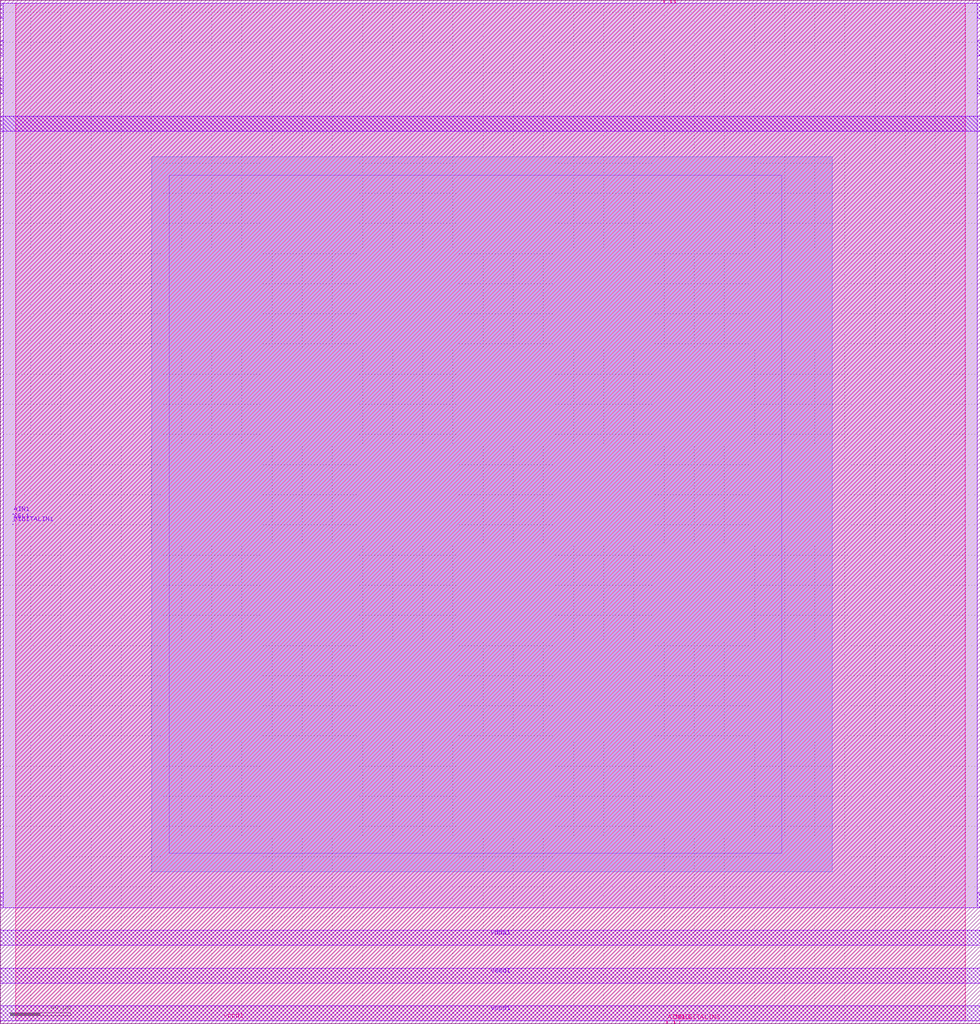
<source format=lef>
# Copyright 2020 The SkyWater PDK Authors
#
# Licensed under the Apache License, Version 2.0 (the "License");
# you may not use this file except in compliance with the License.
# You may obtain a copy of the License at
#
#     https://www.apache.org/licenses/LICENSE-2.0
#
# Unless required by applicable law or agreed to in writing, software
# distributed under the License is distributed on an "AS IS" BASIS,
# WITHOUT WARRANTIES OR CONDITIONS OF ANY KIND, either express or implied.
# See the License for the specific language governing permissions and
# limitations under the License.
#
# SPDX-License-Identifier: Apache-2.0

VERSION 5.7 ;

BUSBITCHARS "[]" ;
DIVIDERCHAR "/" ;

UNITS
  TIME NANOSECONDS 1 ;
  CAPACITANCE PICOFARADS 1 ;
  RESISTANCE OHMS 1 ;
  DATABASE MICRONS 1000 ;
END UNITS

MANUFACTURINGGRID 0.005 ;
USEMINSPACING OBS OFF ;

PROPERTYDEFINITIONS
  LAYER LEF58_TYPE STRING ;
END PROPERTYDEFINITIONS

# High density, single height
SITE unithd
  SYMMETRY Y ;
  CLASS CORE ;
  SIZE 0.46 BY 2.72 ;
END unithd

# High density, double height
SITE unithddbl
  SYMMETRY Y ;
  CLASS CORE ;
  SIZE 0.46 BY 5.44 ;
END unithddbl

LAYER nwell
  TYPE MASTERSLICE ;
  PROPERTY LEF58_TYPE "TYPE NWELL ;" ;
END nwell

LAYER pwell
  TYPE MASTERSLICE ;
  PROPERTY LEF58_TYPE "TYPE PWELL ;" ;
END pwell

LAYER li1
  TYPE ROUTING ;
  DIRECTION VERTICAL ;

  PITCH 0.46 0.34 ;
  OFFSET 0.23 0.17 ;

  WIDTH 0.17 ;          # LI 1
  # SPACING  0.17 ;     # LI 2
  SPACINGTABLE
     PARALLELRUNLENGTH 0
     WIDTH 0 0.17 ;
  AREA 0.0561 ;         # LI 6
  THICKNESS 0.1 ;
  EDGECAPACITANCE 40.697E-6 ;
  CAPACITANCE CPERSQDIST 36.9866E-6 ;
  RESISTANCE RPERSQ 9.2 ;

  ANTENNAMODEL OXIDE1 ;
  ANTENNADIFFSIDEAREARATIO PWL ( ( 0 75 ) ( 0.0125 75 ) ( 0.0225 85.125 ) ( 22.5 10200 ) ) ;
END li1

LAYER mcon
  TYPE CUT ;

  WIDTH 0.17 ;                # Mcon 1
  SPACING 0.19 ;              # Mcon 2
  ENCLOSURE BELOW 0 0 ;       # Mcon 4
  ENCLOSURE ABOVE 0.03 0.06 ; # Met1 4 / Met1 5
  RESISTANCE 1.6 ;

  ANTENNADIFFAREARATIO PWL ( ( 0 3 ) ( 0.0125 3 ) ( 0.0225 3.405 ) ( 22.5 408 ) ) ;
  DCCURRENTDENSITY AVERAGE 0.36 ; # mA per via Iavg_max at Tj = 90oC

END mcon

LAYER met1
  TYPE ROUTING ;
  DIRECTION HORIZONTAL ;

  PITCH 0.34 ;
  OFFSET 0.17 ;

  WIDTH 0.14 ;                     # Met1 1
  # SPACING 0.14 ;                 # Met1 2
  # SPACING 0.28 RANGE 3.001 100 ; # Met1 3b
  SPACINGTABLE
     PARALLELRUNLENGTH 0
     WIDTH 0 0.14
     WIDTH 3 0.28 ;
  AREA 0.083 ;                     # Met1 6
  THICKNESS 0.35 ;
  MINENCLOSEDAREA 0.14 ;

  ANTENNAMODEL OXIDE1 ;
  ANTENNADIFFSIDEAREARATIO PWL ( ( 0 400 ) ( 0.0125 400 ) ( 0.0225 2609 ) ( 22.5 11600 ) ) ;

  EDGECAPACITANCE 40.567E-6 ;
  CAPACITANCE CPERSQDIST 25.7784E-6 ;
  DCCURRENTDENSITY AVERAGE 2.8 ; # mA/um Iavg_max at Tj = 90oC
  ACCURRENTDENSITY RMS 6.1 ; # mA/um Irms_max at Tj = 90oC
  MAXIMUMDENSITY 70 ;
  DENSITYCHECKWINDOW 700 700 ;
  DENSITYCHECKSTEP 70 ;

  RESISTANCE RPERSQ 0.105 ;
END met1

LAYER via
  TYPE CUT ;
  WIDTH 0.15 ;                  # Via 1a
  SPACING 0.17 ;                # Via 2
  ENCLOSURE BELOW 0.055 0.085 ; # Via 4a / Via 5a
  ENCLOSURE ABOVE 0.055 0.085 ; # Met2 4 / Met2 5
  RESISTANCE 4.0 ;

  ANTENNADIFFAREARATIO PWL ( ( 0 6 ) ( 0.0125 6 ) ( 0.0225 6.81 ) ( 22.5 816 ) ) ;
  DCCURRENTDENSITY AVERAGE 0.29 ; # mA per via Iavg_max at Tj = 90oC
END via

LAYER met2
  TYPE ROUTING ;
  DIRECTION VERTICAL ;

  PITCH 0.46 ;
  OFFSET 0.23 ;

  WIDTH 0.14 ;                        # Met2 1
  # SPACING  0.14 ;                   # Met2 2
  # SPACING  0.28 RANGE 3.001 100 ;   # Met2 3b
  SPACINGTABLE
     PARALLELRUNLENGTH 0
     WIDTH 0 0.14
     WIDTH 3 0.28 ;
  AREA 0.0676 ;                       # Met2 6
  THICKNESS 0.35 ;
  MINENCLOSEDAREA 0.14 ;

  EDGECAPACITANCE 32.918E-6 ;
  CAPACITANCE CPERSQDIST 14.7703E-6 ;
  RESISTANCE RPERSQ 0.105 ;
  DCCURRENTDENSITY AVERAGE 2.8 ; # mA/um Iavg_max at Tj = 90oC
  ACCURRENTDENSITY RMS 6.1 ; # mA/um Irms_max at Tj = 90oC

  ANTENNAMODEL OXIDE1 ;
  ANTENNADIFFSIDEAREARATIO PWL ( ( 0 400 ) ( 0.0125 400 ) ( 0.0225 2609 ) ( 22.5 11600 ) ) ;

  MAXIMUMDENSITY 70 ;
  DENSITYCHECKWINDOW 700 700 ;
  DENSITYCHECKSTEP 70 ;
END met2

# ******** Layer via2, type routing, number 44 **************
LAYER via2
  TYPE CUT ;
  WIDTH 0.2 ;                   # Via2 1
  SPACING 0.2 ;                 # Via2 2
  ENCLOSURE BELOW 0.04 0.085 ;  # Via2 4
  ENCLOSURE ABOVE 0.065 0.065 ; # Met3 4
  RESISTANCE 0.5 ;
  ANTENNADIFFAREARATIO PWL ( ( 0 6 ) ( 0.0125 6 ) ( 0.0225 6.81 ) ( 22.5 816 ) ) ;
  DCCURRENTDENSITY AVERAGE 0.48 ; # mA per via Iavg_max at Tj = 90oC
END via2

LAYER met3
  TYPE ROUTING ;
  DIRECTION HORIZONTAL ;

  PITCH 0.68 ;
  OFFSET 0.34 ;

  WIDTH 0.3 ;              # Met3 1
  # SPACING 0.3 ;          # Met3 2
  SPACINGTABLE
     PARALLELRUNLENGTH 0
     WIDTH 0 0.3
     WIDTH 3 0.4 ;
  AREA 0.24 ;              # Met3 6
  THICKNESS 0.8 ;

  EDGECAPACITANCE 37.065E-6 ;
  CAPACITANCE CPERSQDIST 11.1883E-6 ;
  RESISTANCE RPERSQ 0.038 ;
  DCCURRENTDENSITY AVERAGE 6.8 ; # mA/um Iavg_max at Tj = 90oC
  ACCURRENTDENSITY RMS 14.9 ; # mA/um Irms_max at Tj = 90oC

  ANTENNAMODEL OXIDE1 ;
  ANTENNADIFFSIDEAREARATIO PWL ( ( 0 400 ) ( 0.0125 400 ) ( 0.0225 2609 ) ( 22.5 11600 ) ) ;

  MAXIMUMDENSITY 70 ;
  DENSITYCHECKWINDOW 700 700 ;
  DENSITYCHECKSTEP 70 ;
END met3

LAYER via3
  TYPE CUT ;
  WIDTH 0.2 ;                   # Via3 1
  SPACING 0.2 ;                 # Via3 2
  ENCLOSURE BELOW 0.06 0.09 ;   # Via3 4 / Via3 5
  ENCLOSURE ABOVE 0.065 0.065 ; # Met4 3
  RESISTANCE 0.5 ;
  ANTENNADIFFAREARATIO PWL ( ( 0 6 ) ( 0.0125 6 ) ( 0.0225 6.81 ) ( 22.5 816 ) ) ;
  DCCURRENTDENSITY AVERAGE 0.48 ; # mA per via Iavg_max at Tj = 90oC
END via3

LAYER met4
  TYPE ROUTING ;
  DIRECTION VERTICAL ;

  PITCH 0.92 ;
  OFFSET 0.46 ;

  WIDTH 0.3 ;             # Met4 1
  # SPACING  0.3 ;             # Met4 2
  SPACINGTABLE
     PARALLELRUNLENGTH 0
     WIDTH 0 0.3
     WIDTH 3 0.4 ;
  AREA 0.24 ;            # Met4 4a

  THICKNESS 0.8 ;

  EDGECAPACITANCE 34.169E-6 ;
  CAPACITANCE CPERSQDIST 7.84019E-6 ;
  RESISTANCE RPERSQ 0.038 ;
  DCCURRENTDENSITY AVERAGE 6.8 ; # mA/um Iavg_max at Tj = 90oC
  ACCURRENTDENSITY RMS 14.9 ; # mA/um Irms_max at Tj = 90oC

  ANTENNAMODEL OXIDE1 ;
  ANTENNADIFFSIDEAREARATIO PWL ( ( 0 400 ) ( 0.0125 400 ) ( 0.0225 2609 ) ( 22.5 11600 ) ) ;

  MAXIMUMDENSITY 70 ;
  DENSITYCHECKWINDOW 700 700 ;
  DENSITYCHECKSTEP 70 ;
END met4

LAYER via4
  TYPE CUT ;

  WIDTH 0.8 ;                 # Via4 1
  SPACING 0.8 ;               # Via4 2
  ENCLOSURE BELOW 0.19 0.19 ; # Via4 4
  ENCLOSURE ABOVE 0.31 0.31 ; # Met5 3
  RESISTANCE 0.012 ;
  ANTENNADIFFAREARATIO PWL ( ( 0 6 ) ( 0.0125 6 ) ( 0.0225 6.81 ) ( 22.5 816 ) ) ;
  DCCURRENTDENSITY AVERAGE 2.49 ; # mA per via Iavg_max at Tj = 90oC
END via4

LAYER met5
  TYPE ROUTING ;
  DIRECTION HORIZONTAL ;

  PITCH 3.4 ;
  OFFSET 1.7 ;

  WIDTH 1.6 ;            # Met5 1
  #SPACING  1.6 ;        # Met5 2
  SPACINGTABLE
     PARALLELRUNLENGTH 0
     WIDTH 0 1.6 ;
  AREA 4 ;               # Met5 4

  THICKNESS 1.2 ;

  EDGECAPACITANCE 36.828E-6 ;
  CAPACITANCE CPERSQDIST 5.99155E-6 ;
  RESISTANCE RPERSQ 0.0212 ;
  DCCURRENTDENSITY AVERAGE 10.17 ; # mA/um Iavg_max at Tj = 90oC
  ACCURRENTDENSITY RMS 22.34 ; # mA/um Irms_max at Tj = 90oC

  ANTENNAMODEL OXIDE1 ;
  ANTENNADIFFSIDEAREARATIO PWL ( ( 0 400 ) ( 0.0125 400 ) ( 0.0225 2609 ) ( 22.5 11600 ) ) ;
END met5


### Routing via cells section   ###
# Plus via rule, metals are along the prefered direction
VIA L1M1_PR DEFAULT
  LAYER mcon ;
  RECT -0.085 -0.085 0.085 0.085 ;
  LAYER li1 ;
  RECT -0.085 -0.085 0.085 0.085 ;
  LAYER met1 ;
  RECT -0.145 -0.115 0.145 0.115 ;
END L1M1_PR

VIARULE L1M1_PR GENERATE
  LAYER li1 ;
  ENCLOSURE 0 0 ;
  LAYER met1 ;
  ENCLOSURE 0.06 0.03 ;
  LAYER mcon ;
  RECT -0.085 -0.085 0.085 0.085 ;
  SPACING 0.36 BY 0.36 ;
END L1M1_PR

# Plus via rule, metals are along the non prefered direction
VIA L1M1_PR_R DEFAULT
  LAYER mcon ;
  RECT -0.085 -0.085 0.085 0.085 ;
  LAYER li1 ;
  RECT -0.085 -0.085 0.085 0.085 ;
  LAYER met1 ;
  RECT -0.115 -0.145 0.115 0.145 ;
END L1M1_PR_R

VIARULE L1M1_PR_R GENERATE
  LAYER li1 ;
  ENCLOSURE 0 0 ;
  LAYER met1 ;
  ENCLOSURE 0.03 0.06 ;
  LAYER mcon ;
  RECT -0.085 -0.085 0.085 0.085 ;
  SPACING 0.36 BY 0.36 ;
END L1M1_PR_R

# Minus via rule, lower layer metal is along prefered direction
VIA L1M1_PR_M DEFAULT
  LAYER mcon ;
  RECT -0.085 -0.085 0.085 0.085 ;
  LAYER li1 ;
  RECT -0.085 -0.085 0.085 0.085 ;
  LAYER met1 ;
  RECT -0.115 -0.145 0.115 0.145 ;
END L1M1_PR_M

VIARULE L1M1_PR_M GENERATE
  LAYER li1 ;
  ENCLOSURE 0 0 ;
  LAYER met1 ;
  ENCLOSURE 0.03 0.06 ;
  LAYER mcon ;
  RECT -0.085 -0.085 0.085 0.085 ;
  SPACING 0.36 BY 0.36 ;
END L1M1_PR_M

# Minus via rule, upper layer metal is along prefered direction
VIA L1M1_PR_MR DEFAULT
  LAYER mcon ;
  RECT -0.085 -0.085 0.085 0.085 ;
  LAYER li1 ;
  RECT -0.085 -0.085 0.085 0.085 ;
  LAYER met1 ;
  RECT -0.145 -0.115 0.145 0.115 ;
END L1M1_PR_MR

VIARULE L1M1_PR_MR GENERATE
  LAYER li1 ;
  ENCLOSURE 0 0 ;
  LAYER met1 ;
  ENCLOSURE 0.06 0.03 ;
  LAYER mcon ;
  RECT -0.085 -0.085 0.085 0.085 ;
  SPACING 0.36 BY 0.36 ;
END L1M1_PR_MR

# Centered via rule, we really do not want to use it
VIA L1M1_PR_C DEFAULT
  LAYER mcon ;
  RECT -0.085 -0.085 0.085 0.085 ;
  LAYER li1 ;
  RECT -0.085 -0.085 0.085 0.085 ;
  LAYER met1 ;
  RECT -0.145 -0.145 0.145 0.145 ;
END L1M1_PR_C

VIARULE L1M1_PR_C GENERATE
  LAYER li1 ;
  ENCLOSURE 0 0 ;
  LAYER met1 ;
  ENCLOSURE 0.06 0.06 ;
  LAYER mcon ;
  RECT -0.085 -0.085 0.085 0.085 ;
  SPACING 0.36 BY 0.36 ;
END L1M1_PR_C

# Plus via rule, metals are along the prefered direction
VIA M1M2_PR DEFAULT
  LAYER via ;
  RECT -0.075 -0.075 0.075 0.075 ;
  LAYER met1 ;
  RECT -0.16 -0.13 0.16 0.13 ;
  LAYER met2 ;
  RECT -0.13 -0.16 0.13 0.16 ;
END M1M2_PR

VIARULE M1M2_PR GENERATE
  LAYER met1 ;
  ENCLOSURE 0.085 0.055 ;
  LAYER met2 ;
  ENCLOSURE 0.055 0.085 ;
  LAYER via ;
  RECT -0.075 -0.075 0.075 0.075 ;
  SPACING 0.32 BY 0.32 ;
END M1M2_PR

# Plus via rule, metals are along the non prefered direction
VIA M1M2_PR_R DEFAULT
  LAYER via ;
  RECT -0.075 -0.075 0.075 0.075 ;
  LAYER met1 ;
  RECT -0.13 -0.16 0.13 0.16 ;
  LAYER met2 ;
  RECT -0.16 -0.13 0.16 0.13 ;
END M1M2_PR_R

VIARULE M1M2_PR_R GENERATE
  LAYER met1 ;
  ENCLOSURE 0.055 0.085 ;
  LAYER met2 ;
  ENCLOSURE 0.085 0.055 ;
  LAYER via ;
  RECT -0.075 -0.075 0.075 0.075 ;
  SPACING 0.32 BY 0.32 ;
END M1M2_PR_R

# Minus via rule, lower layer metal is along prefered direction
VIA M1M2_PR_M DEFAULT
  LAYER via ;
  RECT -0.075 -0.075 0.075 0.075 ;
  LAYER met1 ;
  RECT -0.16 -0.13 0.16 0.13 ;
  LAYER met2 ;
  RECT -0.16 -0.13 0.16 0.13 ;
END M1M2_PR_M

VIARULE M1M2_PR_M GENERATE
  LAYER met1 ;
  ENCLOSURE 0.085 0.055 ;
  LAYER met2 ;
  ENCLOSURE 0.085 0.055 ;
  LAYER via ;
  RECT -0.075 -0.075 0.075 0.075 ;
  SPACING 0.32 BY 0.32 ;
END M1M2_PR_M

# Minus via rule, upper layer metal is along prefered direction
VIA M1M2_PR_MR DEFAULT
  LAYER via ;
  RECT -0.075 -0.075 0.075 0.075 ;
  LAYER met1 ;
  RECT -0.13 -0.16 0.13 0.16 ;
  LAYER met2 ;
  RECT -0.13 -0.16 0.13 0.16 ;
END M1M2_PR_MR

VIARULE M1M2_PR_MR GENERATE
  LAYER met1 ;
  ENCLOSURE 0.055 0.085 ;
  LAYER met2 ;
  ENCLOSURE 0.055 0.085 ;
  LAYER via ;
  RECT -0.075 -0.075 0.075 0.075 ;
  SPACING 0.32 BY 0.32 ;
END M1M2_PR_MR

# Centered via rule, we really do not want to use it
VIA M1M2_PR_C DEFAULT
  LAYER via ;
  RECT -0.075 -0.075 0.075 0.075 ;
  LAYER met1 ;
  RECT -0.16 -0.16 0.16 0.16 ;
  LAYER met2 ;
  RECT -0.16 -0.16 0.16 0.16 ;
END M1M2_PR_C

VIARULE M1M2_PR_C GENERATE
  LAYER met1 ;
  ENCLOSURE 0.085 0.085 ;
  LAYER met2 ;
  ENCLOSURE 0.085 0.085 ;
  LAYER via ;
  RECT -0.075 -0.075 0.075 0.075 ;
  SPACING 0.32 BY 0.32 ;
END M1M2_PR_C

# Plus via rule, metals are along the prefered direction
VIA M2M3_PR DEFAULT
  LAYER via2 ;
  RECT -0.1 -0.1 0.1 0.1 ;
  LAYER met2 ;
  RECT -0.14 -0.185 0.14 0.185 ;
  LAYER met3 ;
  RECT -0.165 -0.165 0.165 0.165 ;
END M2M3_PR

VIARULE M2M3_PR GENERATE
  LAYER met2 ;
  ENCLOSURE 0.04 0.085 ;
  LAYER met3 ;
  ENCLOSURE 0.065 0.065 ;
  LAYER via2 ;
  RECT -0.1 -0.1 0.1 0.1 ;
  SPACING 0.4 BY 0.4 ;
END M2M3_PR

# Plus via rule, metals are along the non prefered direction
VIA M2M3_PR_R DEFAULT
  LAYER via2 ;
  RECT -0.1 -0.1 0.1 0.1 ;
  LAYER met2 ;
  RECT -0.185 -0.14 0.185 0.14 ;
  LAYER met3 ;
  RECT -0.165 -0.165 0.165 0.165 ;
END M2M3_PR_R

VIARULE M2M3_PR_R GENERATE
  LAYER met2 ;
  ENCLOSURE 0.085 0.04 ;
  LAYER met3 ;
  ENCLOSURE 0.065 0.065 ;
  LAYER via2 ;
  RECT -0.1 -0.1 0.1 0.1 ;
  SPACING 0.4 BY 0.4 ;
END M2M3_PR_R

# Minus via rule, lower layer metal is along prefered direction
VIA M2M3_PR_M DEFAULT
  LAYER via2 ;
  RECT -0.1 -0.1 0.1 0.1 ;
  LAYER met2 ;
  RECT -0.14 -0.185 0.14 0.185 ;
  LAYER met3 ;
  RECT -0.165 -0.165 0.165 0.165 ;
END M2M3_PR_M

VIARULE M2M3_PR_M GENERATE
  LAYER met2 ;
  ENCLOSURE 0.04 0.085 ;
  LAYER met3 ;
  ENCLOSURE 0.065 0.065 ;
  LAYER via2 ;
  RECT -0.1 -0.1 0.1 0.1 ;
  SPACING 0.4 BY 0.4 ;
END M2M3_PR_M

# Minus via rule, upper layer metal is along prefered direction
VIA M2M3_PR_MR DEFAULT
  LAYER via2 ;
  RECT -0.1 -0.1 0.1 0.1 ;
  LAYER met2 ;
  RECT -0.185 -0.14 0.185 0.14 ;
  LAYER met3 ;
  RECT -0.165 -0.165 0.165 0.165 ;
END M2M3_PR_MR

VIARULE M2M3_PR_MR GENERATE
  LAYER met2 ;
  ENCLOSURE 0.085 0.04 ;
  LAYER met3 ;
  ENCLOSURE 0.065 0.065 ;
  LAYER via2 ;
  RECT -0.1 -0.1 0.1 0.1 ;
  SPACING 0.4 BY 0.4 ;
END M2M3_PR_MR

# Centered via rule, we really do not want to use it
VIA M2M3_PR_C DEFAULT
  LAYER via2 ;
  RECT -0.1 -0.1 0.1 0.1 ;
  LAYER met2 ;
  RECT -0.185 -0.185 0.185 0.185 ;
  LAYER met3 ;
  RECT -0.165 -0.165 0.165 0.165 ;
END M2M3_PR_C

VIARULE M2M3_PR_C GENERATE
  LAYER met2 ;
  ENCLOSURE 0.085 0.085 ;
  LAYER met3 ;
  ENCLOSURE 0.065 0.065 ;
  LAYER via2 ;
  RECT -0.1 -0.1 0.1 0.1 ;
  SPACING 0.4 BY 0.4 ;
END M2M3_PR_C

# Plus via rule, metals are along the prefered direction
VIA M3M4_PR DEFAULT
  LAYER via3 ;
  RECT -0.1 -0.1 0.1 0.1 ;
  LAYER met3 ;
  RECT -0.19 -0.16 0.19 0.16 ;
  LAYER met4 ;
  RECT -0.165 -0.165 0.165 0.165 ;
END M3M4_PR

VIARULE M3M4_PR GENERATE
  LAYER met3 ;
  ENCLOSURE 0.09 0.06 ;
  LAYER met4 ;
  ENCLOSURE 0.065 0.065 ;
  LAYER via3 ;
  RECT -0.1 -0.1 0.1 0.1 ;
  SPACING 0.4 BY 0.4 ;
END M3M4_PR

# Plus via rule, metals are along the non prefered direction
VIA M3M4_PR_R DEFAULT
  LAYER via3 ;
  RECT -0.1 -0.1 0.1 0.1 ;
  LAYER met3 ;
  RECT -0.16 -0.19 0.16 0.19 ;
  LAYER met4 ;
  RECT -0.165 -0.165 0.165 0.165 ;
END M3M4_PR_R

VIARULE M3M4_PR_R GENERATE
  LAYER met3 ;
  ENCLOSURE 0.06 0.09 ;
  LAYER met4 ;
  ENCLOSURE 0.065 0.065 ;
  LAYER via3 ;
  RECT -0.1 -0.1 0.1 0.1 ;
  SPACING 0.4 BY 0.4 ;
END M3M4_PR_R

# Minus via rule, lower layer metal is along prefered direction
VIA M3M4_PR_M DEFAULT
  LAYER via3 ;
  RECT -0.1 -0.1 0.1 0.1 ;
  LAYER met3 ;
  RECT -0.19 -0.16 0.19 0.16 ;
  LAYER met4 ;
  RECT -0.165 -0.165 0.165 0.165 ;
END M3M4_PR_M

VIARULE M3M4_PR_M GENERATE
  LAYER met3 ;
  ENCLOSURE 0.09 0.06 ;
  LAYER met4 ;
  ENCLOSURE 0.065 0.065 ;
  LAYER via3 ;
  RECT -0.1 -0.1 0.1 0.1 ;
  SPACING 0.4 BY 0.4 ;
END M3M4_PR_M

# Minus via rule, upper layer metal is along prefered direction
VIA M3M4_PR_MR DEFAULT
  LAYER via3 ;
  RECT -0.1 -0.1 0.1 0.1 ;
  LAYER met3 ;
  RECT -0.16 -0.19 0.16 0.19 ;
  LAYER met4 ;
  RECT -0.165 -0.165 0.165 0.165 ;
END M3M4_PR_MR

VIARULE M3M4_PR_MR GENERATE
  LAYER met3 ;
  ENCLOSURE 0.06 0.09 ;
  LAYER met4 ;
  ENCLOSURE 0.065 0.065 ;
  LAYER via3 ;
  RECT -0.1 -0.1 0.1 0.1 ;
  SPACING 0.4 BY 0.4 ;
END M3M4_PR_MR

# Centered via rule, we really do not want to use it
VIA M3M4_PR_C DEFAULT
  LAYER via3 ;
  RECT -0.1 -0.1 0.1 0.1 ;
  LAYER met3 ;
  RECT -0.19 -0.19 0.19 0.19 ;
  LAYER met4 ;
  RECT -0.165 -0.165 0.165 0.165 ;
END M3M4_PR_C

VIARULE M3M4_PR_C GENERATE
  LAYER met3 ;
  ENCLOSURE 0.09 0.09 ;
  LAYER met4 ;
  ENCLOSURE 0.065 0.065 ;
  LAYER via3 ;
  RECT -0.1 -0.1 0.1 0.1 ;
  SPACING 0.4 BY 0.4 ;
END M3M4_PR_C

# Plus via rule, metals are along the prefered direction
VIA M4M5_PR DEFAULT
  LAYER via4 ;
  RECT -0.4 -0.4 0.4 0.4 ;
  LAYER met4 ;
  RECT -0.59 -0.59 0.59 0.59 ;
  LAYER met5 ;
  RECT -0.71 -0.71 0.71 0.71 ;
END M4M5_PR

VIARULE M4M5_PR GENERATE
  LAYER met4 ;
  ENCLOSURE 0.19 0.19 ;
  LAYER met5 ;
  ENCLOSURE 0.31 0.31 ;
  LAYER via4 ;
  RECT -0.4 -0.4 0.4 0.4 ;
  SPACING 1.6 BY 1.6 ;
END M4M5_PR

# Plus via rule, metals are along the non prefered direction
VIA M4M5_PR_R DEFAULT
  LAYER via4 ;
  RECT -0.4 -0.4 0.4 0.4 ;
  LAYER met4 ;
  RECT -0.59 -0.59 0.59 0.59 ;
  LAYER met5 ;
  RECT -0.71 -0.71 0.71 0.71 ;
END M4M5_PR_R

VIARULE M4M5_PR_R GENERATE
  LAYER met4 ;
  ENCLOSURE 0.19 0.19 ;
  LAYER met5 ;
  ENCLOSURE 0.31 0.31 ;
  LAYER via4 ;
  RECT -0.4 -0.4 0.4 0.4 ;
  SPACING 1.6 BY 1.6 ;
END M4M5_PR_R

# Minus via rule, lower layer metal is along prefered direction
VIA M4M5_PR_M DEFAULT
  LAYER via4 ;
  RECT -0.4 -0.4 0.4 0.4 ;
  LAYER met4 ;
  RECT -0.59 -0.59 0.59 0.59 ;
  LAYER met5 ;
  RECT -0.71 -0.71 0.71 0.71 ;
END M4M5_PR_M

VIARULE M4M5_PR_M GENERATE
  LAYER met4 ;
  ENCLOSURE 0.19 0.19 ;
  LAYER met5 ;
  ENCLOSURE 0.31 0.31 ;
  LAYER via4 ;
  RECT -0.4 -0.4 0.4 0.4 ;
  SPACING 1.6 BY 1.6 ;
END M4M5_PR_M

# Minus via rule, upper layer metal is along prefered direction
VIA M4M5_PR_MR DEFAULT
  LAYER via4 ;
  RECT -0.4 -0.4 0.4 0.4 ;
  LAYER met4 ;
  RECT -0.59 -0.59 0.59 0.59 ;
  LAYER met5 ;
  RECT -0.71 -0.71 0.71 0.71 ;
END M4M5_PR_MR

VIARULE M4M5_PR_MR GENERATE
  LAYER met4 ;
  ENCLOSURE 0.19 0.19 ;
  LAYER met5 ;
  ENCLOSURE 0.31 0.31 ;
  LAYER via4 ;
  RECT -0.4 -0.4 0.4 0.4 ;
  SPACING 1.6 BY 1.6 ;
END M4M5_PR_MR

# Centered via rule, we really do not want to use it
VIA M4M5_PR_C DEFAULT
  LAYER via4 ;
  RECT -0.4 -0.4 0.4 0.4 ;
  LAYER met4 ;
  RECT -0.59 -0.59 0.59 0.59 ;
  LAYER met5 ;
  RECT -0.71 -0.71 0.71 0.71 ;
END M4M5_PR_C

VIARULE M4M5_PR_C GENERATE
  LAYER met4 ;
  ENCLOSURE 0.19 0.19 ;
  LAYER met5 ;
  ENCLOSURE 0.31 0.31 ;
  LAYER via4 ;
  RECT -0.4 -0.4 0.4 0.4 ;
  SPACING 1.6 BY 1.6 ;
END M4M5_PR_C
###  end of single via cells   ###


MACRO sky130_fd_sc_hd__a2bb2o_1
  CLASS CORE ;
  FOREIGN sky130_fd_sc_hd__a2bb2o_1 ;
  ORIGIN 0.000 0.000 ;
  SIZE 3.680 BY 2.720 ;
  SYMMETRY X Y R90 ;
  SITE unithd ;
  PIN A1_N
    DIRECTION INPUT ;
    USE SIGNAL ;
    ANTENNAGATEAREA 0.126000 ;
    PORT
      LAYER li1 ;
        RECT 0.910 0.995 1.240 1.615 ;
    END
  END A1_N
  PIN A2_N
    DIRECTION INPUT ;
    USE SIGNAL ;
    ANTENNAGATEAREA 0.126000 ;
    PORT
      LAYER li1 ;
        RECT 1.410 0.995 1.700 1.375 ;
    END
  END A2_N
  PIN B1
    DIRECTION INPUT ;
    USE SIGNAL ;
    ANTENNAGATEAREA 0.126000 ;
    PORT
      LAYER li1 ;
        RECT 3.280 0.765 3.540 1.655 ;
    END
  END B1
  PIN B2
    DIRECTION INPUT ;
    USE SIGNAL ;
    ANTENNAGATEAREA 0.126000 ;
    PORT
      LAYER li1 ;
        RECT 2.600 1.355 3.080 1.655 ;
        RECT 2.820 0.765 3.080 1.355 ;
    END
  END B2
  PIN VGND
    DIRECTION INOUT ;
    USE GROUND ;
    SHAPE ABUTMENT ;
    PORT
      LAYER met1 ;
        RECT 0.000 -0.240 3.680 0.240 ;
    END
  END VGND
  PIN VNB
    DIRECTION INOUT ;
    USE GROUND ;
    PORT
      LAYER pwell ;
        RECT 0.005 0.785 0.925 1.015 ;
        RECT 0.005 0.105 3.590 0.785 ;
        RECT 0.150 -0.085 0.320 0.105 ;
    END
  END VNB
  PIN VPB
    DIRECTION INOUT ;
    USE POWER ;
    PORT
      LAYER nwell ;
        RECT -0.190 1.305 3.870 2.910 ;
    END
  END VPB
  PIN VPWR
    DIRECTION INOUT ;
    USE POWER ;
    SHAPE ABUTMENT ;
    PORT
      LAYER met1 ;
        RECT 0.000 2.480 3.680 2.960 ;
    END
  END VPWR
  PIN X
    DIRECTION OUTPUT ;
    USE SIGNAL ;
    ANTENNADIFFAREA 0.429000 ;
    PORT
      LAYER li1 ;
        RECT 0.085 1.525 0.345 2.465 ;
        RECT 0.085 0.810 0.260 1.525 ;
        RECT 0.085 0.255 0.345 0.810 ;
    END
  END X
  OBS
      LAYER li1 ;
        RECT 0.000 2.635 3.680 2.805 ;
        RECT 0.515 2.235 0.845 2.635 ;
        RECT 1.990 2.370 2.245 2.465 ;
        RECT 1.105 2.200 2.245 2.370 ;
        RECT 2.415 2.255 2.745 2.425 ;
        RECT 1.105 1.975 1.275 2.200 ;
        RECT 0.515 1.805 1.275 1.975 ;
        RECT 1.990 2.065 2.245 2.200 ;
        RECT 0.515 1.325 0.685 1.805 ;
        RECT 1.540 1.715 1.710 1.905 ;
        RECT 1.990 1.895 2.400 2.065 ;
        RECT 1.540 1.545 2.060 1.715 ;
        RECT 0.430 0.995 0.685 1.325 ;
        RECT 1.890 0.825 2.060 1.545 ;
        RECT 1.180 0.655 2.060 0.825 ;
        RECT 2.230 0.870 2.400 1.895 ;
        RECT 2.575 2.005 2.745 2.255 ;
        RECT 2.915 2.175 3.165 2.635 ;
        RECT 3.335 2.005 3.515 2.465 ;
        RECT 2.575 1.835 3.515 2.005 ;
        RECT 2.230 0.700 2.580 0.870 ;
        RECT 0.515 0.085 0.945 0.530 ;
        RECT 1.180 0.255 1.350 0.655 ;
        RECT 1.520 0.085 2.240 0.485 ;
        RECT 2.410 0.255 2.580 0.700 ;
        RECT 3.155 0.085 3.555 0.595 ;
        RECT 0.000 -0.085 3.680 0.085 ;
      LAYER mcon ;
        RECT 0.145 2.635 0.315 2.805 ;
        RECT 0.605 2.635 0.775 2.805 ;
        RECT 1.065 2.635 1.235 2.805 ;
        RECT 1.525 2.635 1.695 2.805 ;
        RECT 1.985 2.635 2.155 2.805 ;
        RECT 2.445 2.635 2.615 2.805 ;
        RECT 2.905 2.635 3.075 2.805 ;
        RECT 3.365 2.635 3.535 2.805 ;
        RECT 0.145 -0.085 0.315 0.085 ;
        RECT 0.605 -0.085 0.775 0.085 ;
        RECT 1.065 -0.085 1.235 0.085 ;
        RECT 1.525 -0.085 1.695 0.085 ;
        RECT 1.985 -0.085 2.155 0.085 ;
        RECT 2.445 -0.085 2.615 0.085 ;
        RECT 2.905 -0.085 3.075 0.085 ;
        RECT 3.365 -0.085 3.535 0.085 ;
  END
END sky130_fd_sc_hd__a2bb2o_1
MACRO sky130_fd_sc_hd__a2bb2o_2
  CLASS CORE ;
  FOREIGN sky130_fd_sc_hd__a2bb2o_2 ;
  ORIGIN 0.000 0.000 ;
  SIZE 4.140 BY 2.720 ;
  SYMMETRY X Y R90 ;
  SITE unithd ;
  PIN A1_N
    DIRECTION INPUT ;
    USE SIGNAL ;
    ANTENNAGATEAREA 0.159000 ;
    PORT
      LAYER li1 ;
        RECT 1.345 0.995 1.675 1.615 ;
    END
  END A1_N
  PIN A2_N
    DIRECTION INPUT ;
    USE SIGNAL ;
    ANTENNAGATEAREA 0.159000 ;
    PORT
      LAYER li1 ;
        RECT 1.845 0.995 2.135 1.375 ;
    END
  END A2_N
  PIN B1
    DIRECTION INPUT ;
    USE SIGNAL ;
    ANTENNAGATEAREA 0.159000 ;
    PORT
      LAYER li1 ;
        RECT 3.730 0.765 3.990 1.655 ;
    END
  END B1
  PIN B2
    DIRECTION INPUT ;
    USE SIGNAL ;
    ANTENNAGATEAREA 0.159000 ;
    PORT
      LAYER li1 ;
        RECT 3.050 1.355 3.530 1.655 ;
        RECT 3.270 0.765 3.530 1.355 ;
    END
  END B2
  PIN VGND
    DIRECTION INOUT ;
    USE GROUND ;
    SHAPE ABUTMENT ;
    PORT
      LAYER met1 ;
        RECT 0.000 -0.240 4.140 0.240 ;
    END
  END VGND
  PIN VNB
    DIRECTION INOUT ;
    USE GROUND ;
    PORT
      LAYER pwell ;
        RECT 0.015 0.785 1.360 1.015 ;
        RECT 0.015 0.105 4.040 0.785 ;
        RECT 0.125 -0.085 0.295 0.105 ;
    END
  END VNB
  PIN VPB
    DIRECTION INOUT ;
    USE POWER ;
    PORT
      LAYER nwell ;
        RECT -0.190 1.305 4.330 2.910 ;
    END
  END VPB
  PIN VPWR
    DIRECTION INOUT ;
    USE POWER ;
    SHAPE ABUTMENT ;
    PORT
      LAYER met1 ;
        RECT 0.000 2.480 4.140 2.960 ;
    END
  END VPWR
  PIN X
    DIRECTION OUTPUT ;
    USE SIGNAL ;
    ANTENNADIFFAREA 0.445500 ;
    PORT
      LAYER li1 ;
        RECT 0.525 1.525 0.780 2.465 ;
        RECT 0.525 0.810 0.695 1.525 ;
        RECT 0.525 0.255 0.780 0.810 ;
    END
  END X
  OBS
      LAYER li1 ;
        RECT 0.000 2.635 4.140 2.805 ;
        RECT 0.185 1.445 0.355 2.635 ;
        RECT 0.950 2.235 1.280 2.635 ;
        RECT 2.500 2.370 2.670 2.465 ;
        RECT 1.540 2.200 2.670 2.370 ;
        RECT 2.875 2.255 3.205 2.425 ;
        RECT 1.540 1.975 1.710 2.200 ;
        RECT 0.950 1.805 1.710 1.975 ;
        RECT 2.440 2.065 2.670 2.200 ;
        RECT 0.950 1.325 1.120 1.805 ;
        RECT 1.975 1.715 2.145 1.905 ;
        RECT 2.440 1.895 2.850 2.065 ;
        RECT 1.975 1.545 2.510 1.715 ;
        RECT 0.865 0.995 1.120 1.325 ;
        RECT 0.185 0.085 0.355 0.930 ;
        RECT 2.340 0.825 2.510 1.545 ;
        RECT 1.615 0.655 2.510 0.825 ;
        RECT 2.680 0.870 2.850 1.895 ;
        RECT 3.035 2.005 3.205 2.255 ;
        RECT 3.375 2.175 3.625 2.635 ;
        RECT 3.795 2.005 3.965 2.465 ;
        RECT 3.035 1.835 3.965 2.005 ;
        RECT 2.680 0.700 3.030 0.870 ;
        RECT 0.950 0.085 1.380 0.530 ;
        RECT 1.615 0.255 1.785 0.655 ;
        RECT 1.955 0.085 2.690 0.485 ;
        RECT 2.860 0.255 3.030 0.700 ;
        RECT 3.605 0.085 4.005 0.595 ;
        RECT 0.000 -0.085 4.140 0.085 ;
      LAYER mcon ;
        RECT 0.145 2.635 0.315 2.805 ;
        RECT 0.605 2.635 0.775 2.805 ;
        RECT 1.065 2.635 1.235 2.805 ;
        RECT 1.525 2.635 1.695 2.805 ;
        RECT 1.985 2.635 2.155 2.805 ;
        RECT 2.445 2.635 2.615 2.805 ;
        RECT 2.905 2.635 3.075 2.805 ;
        RECT 3.365 2.635 3.535 2.805 ;
        RECT 3.825 2.635 3.995 2.805 ;
        RECT 0.145 -0.085 0.315 0.085 ;
        RECT 0.605 -0.085 0.775 0.085 ;
        RECT 1.065 -0.085 1.235 0.085 ;
        RECT 1.525 -0.085 1.695 0.085 ;
        RECT 1.985 -0.085 2.155 0.085 ;
        RECT 2.445 -0.085 2.615 0.085 ;
        RECT 2.905 -0.085 3.075 0.085 ;
        RECT 3.365 -0.085 3.535 0.085 ;
        RECT 3.825 -0.085 3.995 0.085 ;
  END
END sky130_fd_sc_hd__a2bb2o_2
MACRO sky130_fd_sc_hd__a2bb2o_4
  CLASS CORE ;
  FOREIGN sky130_fd_sc_hd__a2bb2o_4 ;
  ORIGIN 0.000 0.000 ;
  SIZE 7.360 BY 2.720 ;
  SYMMETRY X Y R90 ;
  SITE unithd ;
  PIN A1_N
    DIRECTION INPUT ;
    USE SIGNAL ;
    ANTENNAGATEAREA 0.495000 ;
    PORT
      LAYER li1 ;
        RECT 3.475 1.445 4.965 1.615 ;
        RECT 3.475 1.325 3.645 1.445 ;
        RECT 3.315 1.075 3.645 1.325 ;
        RECT 4.605 1.075 4.965 1.445 ;
    END
  END A1_N
  PIN A2_N
    DIRECTION INPUT ;
    USE SIGNAL ;
    ANTENNAGATEAREA 0.495000 ;
    PORT
      LAYER li1 ;
        RECT 3.815 1.075 4.435 1.275 ;
    END
  END A2_N
  PIN B1
    DIRECTION INPUT ;
    USE SIGNAL ;
    ANTENNAGATEAREA 0.495000 ;
    PORT
      LAYER li1 ;
        RECT 0.085 1.445 1.685 1.615 ;
        RECT 0.085 1.075 0.575 1.445 ;
        RECT 1.515 1.245 1.685 1.445 ;
        RECT 1.515 1.075 1.895 1.245 ;
    END
  END B1
  PIN B2
    DIRECTION INPUT ;
    USE SIGNAL ;
    ANTENNAGATEAREA 0.495000 ;
    PORT
      LAYER li1 ;
        RECT 0.805 1.075 1.345 1.275 ;
    END
  END B2
  PIN VGND
    DIRECTION INOUT ;
    USE GROUND ;
    SHAPE ABUTMENT ;
    PORT
      LAYER met1 ;
        RECT 0.000 -0.240 7.360 0.240 ;
    END
  END VGND
  PIN VNB
    DIRECTION INOUT ;
    USE GROUND ;
    PORT
      LAYER pwell ;
        RECT 0.005 0.105 6.915 1.015 ;
        RECT 0.150 -0.085 0.320 0.105 ;
    END
  END VNB
  PIN VPB
    DIRECTION INOUT ;
    USE POWER ;
    PORT
      LAYER nwell ;
        RECT -0.190 1.305 7.550 2.910 ;
    END
  END VPB
  PIN VPWR
    DIRECTION INOUT ;
    USE POWER ;
    SHAPE ABUTMENT ;
    PORT
      LAYER met1 ;
        RECT 0.000 2.480 7.360 2.960 ;
    END
  END VPWR
  PIN X
    DIRECTION OUTPUT ;
    USE SIGNAL ;
    ANTENNADIFFAREA 0.891000 ;
    PORT
      LAYER li1 ;
        RECT 5.275 1.955 5.525 2.465 ;
        RECT 6.115 1.955 6.365 2.465 ;
        RECT 5.275 1.785 6.365 1.955 ;
        RECT 6.115 1.655 6.365 1.785 ;
        RECT 6.115 1.415 6.920 1.655 ;
        RECT 6.610 0.905 6.920 1.415 ;
        RECT 5.235 0.725 6.920 0.905 ;
        RECT 5.235 0.275 5.565 0.725 ;
        RECT 6.075 0.275 6.405 0.725 ;
    END
  END X
  OBS
      LAYER li1 ;
        RECT 0.000 2.635 7.360 2.805 ;
        RECT 0.135 1.955 0.385 2.465 ;
        RECT 0.555 2.125 0.805 2.635 ;
        RECT 0.975 1.955 1.225 2.465 ;
        RECT 1.395 2.125 1.645 2.635 ;
        RECT 1.815 2.295 2.905 2.465 ;
        RECT 1.815 1.955 2.065 2.295 ;
        RECT 2.655 2.135 2.905 2.295 ;
        RECT 3.175 2.135 3.425 2.635 ;
        RECT 3.595 2.295 4.685 2.465 ;
        RECT 3.595 2.135 3.845 2.295 ;
        RECT 0.135 1.785 2.065 1.955 ;
        RECT 1.855 1.455 2.065 1.785 ;
        RECT 2.235 1.965 2.485 2.125 ;
        RECT 4.015 1.965 4.265 2.125 ;
        RECT 2.235 1.415 2.620 1.965 ;
        RECT 3.135 1.785 4.265 1.965 ;
        RECT 4.435 1.785 4.685 2.295 ;
        RECT 4.855 1.795 5.105 2.635 ;
        RECT 5.695 2.165 5.945 2.635 ;
        RECT 6.535 1.825 6.785 2.635 ;
        RECT 3.135 1.665 3.305 1.785 ;
        RECT 2.955 1.495 3.305 1.665 ;
        RECT 2.235 0.905 2.445 1.415 ;
        RECT 2.955 1.245 3.145 1.495 ;
        RECT 2.615 1.075 3.145 1.245 ;
        RECT 5.135 1.245 5.460 1.615 ;
        RECT 5.135 1.075 6.440 1.245 ;
        RECT 2.955 0.905 3.145 1.075 ;
        RECT 0.175 0.085 0.345 0.895 ;
        RECT 0.515 0.475 0.765 0.905 ;
        RECT 0.935 0.735 2.525 0.905 ;
        RECT 0.935 0.645 1.270 0.735 ;
        RECT 0.515 0.255 1.685 0.475 ;
        RECT 1.855 0.085 2.025 0.555 ;
        RECT 2.195 0.255 2.525 0.735 ;
        RECT 2.955 0.725 4.725 0.905 ;
        RECT 2.695 0.085 3.385 0.555 ;
        RECT 3.555 0.255 3.885 0.725 ;
        RECT 4.055 0.085 4.225 0.555 ;
        RECT 4.395 0.255 4.725 0.725 ;
        RECT 4.895 0.085 5.065 0.895 ;
        RECT 5.735 0.085 5.905 0.555 ;
        RECT 6.575 0.085 6.745 0.555 ;
        RECT 0.000 -0.085 7.360 0.085 ;
      LAYER mcon ;
        RECT 0.145 2.635 0.315 2.805 ;
        RECT 0.605 2.635 0.775 2.805 ;
        RECT 1.065 2.635 1.235 2.805 ;
        RECT 1.525 2.635 1.695 2.805 ;
        RECT 1.985 2.635 2.155 2.805 ;
        RECT 2.445 2.635 2.615 2.805 ;
        RECT 2.905 2.635 3.075 2.805 ;
        RECT 3.365 2.635 3.535 2.805 ;
        RECT 3.825 2.635 3.995 2.805 ;
        RECT 4.285 2.635 4.455 2.805 ;
        RECT 4.745 2.635 4.915 2.805 ;
        RECT 5.205 2.635 5.375 2.805 ;
        RECT 5.665 2.635 5.835 2.805 ;
        RECT 6.125 2.635 6.295 2.805 ;
        RECT 6.585 2.635 6.755 2.805 ;
        RECT 7.045 2.635 7.215 2.805 ;
        RECT 2.450 1.445 2.620 1.615 ;
        RECT 5.230 1.445 5.400 1.615 ;
        RECT 0.145 -0.085 0.315 0.085 ;
        RECT 0.605 -0.085 0.775 0.085 ;
        RECT 1.065 -0.085 1.235 0.085 ;
        RECT 1.525 -0.085 1.695 0.085 ;
        RECT 1.985 -0.085 2.155 0.085 ;
        RECT 2.445 -0.085 2.615 0.085 ;
        RECT 2.905 -0.085 3.075 0.085 ;
        RECT 3.365 -0.085 3.535 0.085 ;
        RECT 3.825 -0.085 3.995 0.085 ;
        RECT 4.285 -0.085 4.455 0.085 ;
        RECT 4.745 -0.085 4.915 0.085 ;
        RECT 5.205 -0.085 5.375 0.085 ;
        RECT 5.665 -0.085 5.835 0.085 ;
        RECT 6.125 -0.085 6.295 0.085 ;
        RECT 6.585 -0.085 6.755 0.085 ;
        RECT 7.045 -0.085 7.215 0.085 ;
      LAYER met1 ;
        RECT 2.390 1.600 2.680 1.645 ;
        RECT 5.170 1.600 5.460 1.645 ;
        RECT 2.390 1.460 5.460 1.600 ;
        RECT 2.390 1.415 2.680 1.460 ;
        RECT 5.170 1.415 5.460 1.460 ;
  END
END sky130_fd_sc_hd__a2bb2o_4
MACRO sky130_fd_sc_hd__a2bb2oi_1
  CLASS CORE ;
  FOREIGN sky130_fd_sc_hd__a2bb2oi_1 ;
  ORIGIN 0.000 0.000 ;
  SIZE 3.220 BY 2.720 ;
  SYMMETRY X Y R90 ;
  SITE unithd ;
  PIN A1_N
    DIRECTION INPUT ;
    USE SIGNAL ;
    ANTENNAGATEAREA 0.247500 ;
    PORT
      LAYER li1 ;
        RECT 0.150 0.995 0.520 1.615 ;
    END
  END A1_N
  PIN A2_N
    DIRECTION INPUT ;
    USE SIGNAL ;
    ANTENNAGATEAREA 0.247500 ;
    PORT
      LAYER li1 ;
        RECT 0.725 1.010 1.240 1.275 ;
    END
  END A2_N
  PIN B1
    DIRECTION INPUT ;
    USE SIGNAL ;
    ANTENNAGATEAREA 0.247500 ;
    PORT
      LAYER li1 ;
        RECT 2.780 0.995 3.070 1.615 ;
    END
  END B1
  PIN B2
    DIRECTION INPUT ;
    USE SIGNAL ;
    ANTENNAGATEAREA 0.247500 ;
    PORT
      LAYER li1 ;
        RECT 2.245 0.995 2.610 1.615 ;
        RECT 2.440 0.425 2.610 0.995 ;
    END
  END B2
  PIN VGND
    DIRECTION INOUT ;
    USE GROUND ;
    SHAPE ABUTMENT ;
    PORT
      LAYER met1 ;
        RECT 0.000 -0.240 3.220 0.240 ;
    END
  END VGND
  PIN VNB
    DIRECTION INOUT ;
    USE GROUND ;
    PORT
      LAYER pwell ;
        RECT 0.005 0.105 3.215 1.015 ;
        RECT 0.145 -0.085 0.315 0.105 ;
    END
  END VNB
  PIN VPB
    DIRECTION INOUT ;
    USE POWER ;
    PORT
      LAYER nwell ;
        RECT -0.190 1.305 3.410 2.910 ;
    END
  END VPB
  PIN VPWR
    DIRECTION INOUT ;
    USE POWER ;
    SHAPE ABUTMENT ;
    PORT
      LAYER met1 ;
        RECT 0.000 2.480 3.220 2.960 ;
    END
  END VPWR
  PIN Y
    DIRECTION OUTPUT ;
    USE SIGNAL ;
    ANTENNADIFFAREA 0.515500 ;
    PORT
      LAYER li1 ;
        RECT 1.420 1.955 1.785 2.465 ;
        RECT 1.420 1.785 1.945 1.955 ;
        RECT 1.775 0.825 1.945 1.785 ;
        RECT 1.775 0.255 2.205 0.825 ;
    END
  END Y
  OBS
      LAYER li1 ;
        RECT 0.000 2.635 3.220 2.805 ;
        RECT 0.095 1.805 0.425 2.635 ;
        RECT 0.875 1.615 1.205 2.465 ;
        RECT 1.955 2.235 2.285 2.465 ;
        RECT 2.115 1.955 2.285 2.235 ;
        RECT 2.455 2.135 2.705 2.635 ;
        RECT 2.875 1.955 3.130 2.465 ;
        RECT 2.115 1.785 3.130 1.955 ;
        RECT 0.875 1.445 1.580 1.615 ;
        RECT 1.410 0.830 1.580 1.445 ;
        RECT 0.095 0.085 0.425 0.825 ;
        RECT 0.595 0.660 1.580 0.830 ;
        RECT 0.595 0.255 0.765 0.660 ;
        RECT 0.935 0.085 1.605 0.490 ;
        RECT 2.795 0.085 3.125 0.825 ;
        RECT 0.000 -0.085 3.220 0.085 ;
      LAYER mcon ;
        RECT 0.145 2.635 0.315 2.805 ;
        RECT 0.605 2.635 0.775 2.805 ;
        RECT 1.065 2.635 1.235 2.805 ;
        RECT 1.525 2.635 1.695 2.805 ;
        RECT 1.985 2.635 2.155 2.805 ;
        RECT 2.445 2.635 2.615 2.805 ;
        RECT 2.905 2.635 3.075 2.805 ;
        RECT 0.145 -0.085 0.315 0.085 ;
        RECT 0.605 -0.085 0.775 0.085 ;
        RECT 1.065 -0.085 1.235 0.085 ;
        RECT 1.525 -0.085 1.695 0.085 ;
        RECT 1.985 -0.085 2.155 0.085 ;
        RECT 2.445 -0.085 2.615 0.085 ;
        RECT 2.905 -0.085 3.075 0.085 ;
  END
END sky130_fd_sc_hd__a2bb2oi_1
MACRO sky130_fd_sc_hd__a2bb2oi_2
  CLASS CORE ;
  FOREIGN sky130_fd_sc_hd__a2bb2oi_2 ;
  ORIGIN 0.000 0.000 ;
  SIZE 5.520 BY 2.720 ;
  SYMMETRY X Y R90 ;
  SITE unithd ;
  PIN A1_N
    DIRECTION INPUT ;
    USE SIGNAL ;
    ANTENNAGATEAREA 0.495000 ;
    PORT
      LAYER li1 ;
        RECT 3.310 1.075 4.205 1.275 ;
    END
  END A1_N
  PIN A2_N
    DIRECTION INPUT ;
    USE SIGNAL ;
    ANTENNAGATEAREA 0.495000 ;
    PORT
      LAYER li1 ;
        RECT 4.455 1.075 5.435 1.275 ;
    END
  END A2_N
  PIN B1
    DIRECTION INPUT ;
    USE SIGNAL ;
    ANTENNAGATEAREA 0.495000 ;
    PORT
      LAYER li1 ;
        RECT 0.085 1.445 2.030 1.615 ;
        RECT 0.085 1.075 0.710 1.445 ;
        RECT 1.700 1.075 2.030 1.445 ;
    END
  END B1
  PIN B2
    DIRECTION INPUT ;
    USE SIGNAL ;
    ANTENNAGATEAREA 0.495000 ;
    PORT
      LAYER li1 ;
        RECT 0.940 1.075 1.480 1.275 ;
    END
  END B2
  PIN VGND
    DIRECTION INOUT ;
    USE GROUND ;
    SHAPE ABUTMENT ;
    PORT
      LAYER met1 ;
        RECT 0.000 -0.240 5.520 0.240 ;
    END
  END VGND
  PIN VNB
    DIRECTION INOUT ;
    USE GROUND ;
    PORT
      LAYER pwell ;
        RECT 0.140 0.105 5.390 1.015 ;
        RECT 0.145 -0.085 0.315 0.105 ;
    END
  END VNB
  PIN VPB
    DIRECTION INOUT ;
    USE POWER ;
    PORT
      LAYER nwell ;
        RECT -0.190 1.305 5.710 2.910 ;
    END
  END VPB
  PIN VPWR
    DIRECTION INOUT ;
    USE POWER ;
    SHAPE ABUTMENT ;
    PORT
      LAYER met1 ;
        RECT 0.000 2.480 5.520 2.960 ;
    END
  END VPWR
  PIN Y
    DIRECTION OUTPUT ;
    USE SIGNAL ;
    ANTENNADIFFAREA 0.621000 ;
    PORT
      LAYER li1 ;
        RECT 2.370 1.660 2.620 2.125 ;
        RECT 2.370 0.905 2.660 1.660 ;
        RECT 1.070 0.725 2.660 0.905 ;
        RECT 1.070 0.645 1.400 0.725 ;
        RECT 2.330 0.255 2.660 0.725 ;
    END
  END Y
  OBS
      LAYER li1 ;
        RECT 0.000 2.635 5.520 2.805 ;
        RECT 0.270 1.955 0.520 2.465 ;
        RECT 0.690 2.135 0.940 2.635 ;
        RECT 1.110 1.955 1.360 2.465 ;
        RECT 1.530 2.135 1.780 2.635 ;
        RECT 1.950 2.295 3.040 2.465 ;
        RECT 1.950 1.955 2.200 2.295 ;
        RECT 0.270 1.785 2.200 1.955 ;
        RECT 2.790 1.795 3.040 2.295 ;
        RECT 3.310 1.965 3.560 2.465 ;
        RECT 3.730 2.135 3.980 2.635 ;
        RECT 4.150 2.295 5.240 2.465 ;
        RECT 4.150 1.965 4.400 2.295 ;
        RECT 3.310 1.785 4.400 1.965 ;
        RECT 4.570 1.615 4.820 2.125 ;
        RECT 2.950 1.445 4.820 1.615 ;
        RECT 4.990 1.455 5.240 2.295 ;
        RECT 2.950 1.325 3.120 1.445 ;
        RECT 2.830 0.995 3.120 1.325 ;
        RECT 2.950 0.905 3.120 0.995 ;
        RECT 0.310 0.085 0.480 0.895 ;
        RECT 0.650 0.475 0.900 0.895 ;
        RECT 2.950 0.725 4.860 0.905 ;
        RECT 0.650 0.255 1.820 0.475 ;
        RECT 1.990 0.085 2.160 0.555 ;
        RECT 2.830 0.085 3.520 0.555 ;
        RECT 3.690 0.255 4.020 0.725 ;
        RECT 4.190 0.085 4.360 0.555 ;
        RECT 4.530 0.255 4.860 0.725 ;
        RECT 5.030 0.085 5.200 0.905 ;
        RECT 0.000 -0.085 5.520 0.085 ;
      LAYER mcon ;
        RECT 0.145 2.635 0.315 2.805 ;
        RECT 0.605 2.635 0.775 2.805 ;
        RECT 1.065 2.635 1.235 2.805 ;
        RECT 1.525 2.635 1.695 2.805 ;
        RECT 1.985 2.635 2.155 2.805 ;
        RECT 2.445 2.635 2.615 2.805 ;
        RECT 2.905 2.635 3.075 2.805 ;
        RECT 3.365 2.635 3.535 2.805 ;
        RECT 3.825 2.635 3.995 2.805 ;
        RECT 4.285 2.635 4.455 2.805 ;
        RECT 4.745 2.635 4.915 2.805 ;
        RECT 5.205 2.635 5.375 2.805 ;
        RECT 0.145 -0.085 0.315 0.085 ;
        RECT 0.605 -0.085 0.775 0.085 ;
        RECT 1.065 -0.085 1.235 0.085 ;
        RECT 1.525 -0.085 1.695 0.085 ;
        RECT 1.985 -0.085 2.155 0.085 ;
        RECT 2.445 -0.085 2.615 0.085 ;
        RECT 2.905 -0.085 3.075 0.085 ;
        RECT 3.365 -0.085 3.535 0.085 ;
        RECT 3.825 -0.085 3.995 0.085 ;
        RECT 4.285 -0.085 4.455 0.085 ;
        RECT 4.745 -0.085 4.915 0.085 ;
        RECT 5.205 -0.085 5.375 0.085 ;
  END
END sky130_fd_sc_hd__a2bb2oi_2
MACRO sky130_fd_sc_hd__a2bb2oi_4
  CLASS CORE ;
  FOREIGN sky130_fd_sc_hd__a2bb2oi_4 ;
  ORIGIN 0.000 0.000 ;
  SIZE 9.660 BY 2.720 ;
  SYMMETRY X Y R90 ;
  SITE unithd ;
  PIN A1_N
    DIRECTION INPUT ;
    USE SIGNAL ;
    ANTENNAGATEAREA 0.990000 ;
    PORT
      LAYER li1 ;
        RECT 5.945 1.075 7.320 1.275 ;
    END
  END A1_N
  PIN A2_N
    DIRECTION INPUT ;
    USE SIGNAL ;
    ANTENNAGATEAREA 0.990000 ;
    PORT
      LAYER li1 ;
        RECT 7.595 1.075 9.045 1.275 ;
    END
  END A2_N
  PIN B1
    DIRECTION INPUT ;
    USE SIGNAL ;
    ANTENNAGATEAREA 0.990000 ;
    PORT
      LAYER li1 ;
        RECT 1.385 1.445 3.575 1.615 ;
        RECT 1.385 1.285 1.555 1.445 ;
        RECT 0.100 1.075 1.555 1.285 ;
        RECT 3.245 1.075 3.575 1.445 ;
    END
  END B1
  PIN B2
    DIRECTION INPUT ;
    USE SIGNAL ;
    ANTENNAGATEAREA 0.990000 ;
    PORT
      LAYER li1 ;
        RECT 1.725 1.075 3.075 1.275 ;
    END
  END B2
  PIN VGND
    DIRECTION INOUT ;
    USE GROUND ;
    SHAPE ABUTMENT ;
    PORT
      LAYER met1 ;
        RECT 0.000 -0.240 9.660 0.240 ;
    END
  END VGND
  PIN VNB
    DIRECTION INOUT ;
    USE GROUND ;
    PORT
      LAYER pwell ;
        RECT 0.005 0.105 9.435 1.015 ;
        RECT 0.150 -0.085 0.320 0.105 ;
    END
  END VNB
  PIN VPB
    DIRECTION INOUT ;
    USE POWER ;
    PORT
      LAYER nwell ;
        RECT -0.190 1.305 9.850 2.910 ;
    END
  END VPB
  PIN VPWR
    DIRECTION INOUT ;
    USE POWER ;
    SHAPE ABUTMENT ;
    PORT
      LAYER met1 ;
        RECT 0.000 2.480 9.660 2.960 ;
    END
  END VPWR
  PIN Y
    DIRECTION OUTPUT ;
    USE SIGNAL ;
    ANTENNADIFFAREA 1.242000 ;
    PORT
      LAYER li1 ;
        RECT 3.915 1.615 4.165 2.125 ;
        RECT 4.745 1.615 4.965 2.125 ;
        RECT 3.745 1.415 4.965 1.615 ;
        RECT 3.745 0.905 3.915 1.415 ;
        RECT 1.775 0.725 5.045 0.905 ;
        RECT 1.775 0.645 2.995 0.725 ;
        RECT 3.875 0.275 4.205 0.725 ;
        RECT 4.715 0.275 5.045 0.725 ;
    END
  END Y
  OBS
      LAYER li1 ;
        RECT 0.000 2.635 9.660 2.805 ;
        RECT 0.085 1.625 0.425 2.465 ;
        RECT 0.595 1.795 0.805 2.635 ;
        RECT 0.975 1.965 1.215 2.465 ;
        RECT 1.395 2.135 1.645 2.635 ;
        RECT 1.815 1.965 2.065 2.465 ;
        RECT 2.235 2.135 2.485 2.635 ;
        RECT 2.655 1.965 2.905 2.465 ;
        RECT 3.075 2.135 3.325 2.635 ;
        RECT 3.495 2.295 5.465 2.465 ;
        RECT 3.495 1.965 3.745 2.295 ;
        RECT 0.975 1.795 3.745 1.965 ;
        RECT 4.335 1.795 4.575 2.295 ;
        RECT 0.975 1.625 1.215 1.795 ;
        RECT 0.085 1.455 1.215 1.625 ;
        RECT 5.135 1.455 5.465 2.295 ;
        RECT 5.655 1.625 5.985 2.465 ;
        RECT 6.155 1.795 6.365 2.635 ;
        RECT 6.540 1.625 6.780 2.465 ;
        RECT 6.955 1.795 7.205 2.635 ;
        RECT 7.375 2.295 9.310 2.465 ;
        RECT 7.375 1.625 7.625 2.295 ;
        RECT 5.655 1.455 7.625 1.625 ;
        RECT 7.795 1.625 8.045 2.125 ;
        RECT 8.215 1.795 8.465 2.295 ;
        RECT 8.635 1.625 8.885 2.125 ;
        RECT 9.060 1.795 9.310 2.295 ;
        RECT 7.795 1.455 9.575 1.625 ;
        RECT 4.085 1.075 5.725 1.245 ;
        RECT 5.555 0.905 5.725 1.075 ;
        RECT 9.215 0.905 9.575 1.455 ;
        RECT 0.175 0.085 0.345 0.895 ;
        RECT 0.515 0.725 1.605 0.905 ;
        RECT 5.555 0.735 9.575 0.905 ;
        RECT 0.515 0.255 0.845 0.725 ;
        RECT 1.015 0.085 1.185 0.555 ;
        RECT 1.355 0.475 1.605 0.725 ;
        RECT 6.075 0.725 8.925 0.735 ;
        RECT 1.355 0.255 3.365 0.475 ;
        RECT 3.535 0.085 3.705 0.555 ;
        RECT 4.375 0.085 4.545 0.555 ;
        RECT 5.215 0.085 5.905 0.555 ;
        RECT 6.075 0.255 6.405 0.725 ;
        RECT 6.575 0.085 6.745 0.555 ;
        RECT 6.915 0.255 7.245 0.725 ;
        RECT 7.415 0.085 7.585 0.555 ;
        RECT 7.755 0.255 8.085 0.725 ;
        RECT 8.255 0.085 8.425 0.555 ;
        RECT 8.595 0.255 8.925 0.725 ;
        RECT 9.095 0.085 9.265 0.555 ;
        RECT 0.000 -0.085 9.660 0.085 ;
      LAYER mcon ;
        RECT 0.145 2.635 0.315 2.805 ;
        RECT 0.605 2.635 0.775 2.805 ;
        RECT 1.065 2.635 1.235 2.805 ;
        RECT 1.525 2.635 1.695 2.805 ;
        RECT 1.985 2.635 2.155 2.805 ;
        RECT 2.445 2.635 2.615 2.805 ;
        RECT 2.905 2.635 3.075 2.805 ;
        RECT 3.365 2.635 3.535 2.805 ;
        RECT 3.825 2.635 3.995 2.805 ;
        RECT 4.285 2.635 4.455 2.805 ;
        RECT 4.745 2.635 4.915 2.805 ;
        RECT 5.205 2.635 5.375 2.805 ;
        RECT 5.665 2.635 5.835 2.805 ;
        RECT 6.125 2.635 6.295 2.805 ;
        RECT 6.585 2.635 6.755 2.805 ;
        RECT 7.045 2.635 7.215 2.805 ;
        RECT 7.505 2.635 7.675 2.805 ;
        RECT 7.965 2.635 8.135 2.805 ;
        RECT 8.425 2.635 8.595 2.805 ;
        RECT 8.885 2.635 9.055 2.805 ;
        RECT 9.345 2.635 9.515 2.805 ;
        RECT 0.145 -0.085 0.315 0.085 ;
        RECT 0.605 -0.085 0.775 0.085 ;
        RECT 1.065 -0.085 1.235 0.085 ;
        RECT 1.525 -0.085 1.695 0.085 ;
        RECT 1.985 -0.085 2.155 0.085 ;
        RECT 2.445 -0.085 2.615 0.085 ;
        RECT 2.905 -0.085 3.075 0.085 ;
        RECT 3.365 -0.085 3.535 0.085 ;
        RECT 3.825 -0.085 3.995 0.085 ;
        RECT 4.285 -0.085 4.455 0.085 ;
        RECT 4.745 -0.085 4.915 0.085 ;
        RECT 5.205 -0.085 5.375 0.085 ;
        RECT 5.665 -0.085 5.835 0.085 ;
        RECT 6.125 -0.085 6.295 0.085 ;
        RECT 6.585 -0.085 6.755 0.085 ;
        RECT 7.045 -0.085 7.215 0.085 ;
        RECT 7.505 -0.085 7.675 0.085 ;
        RECT 7.965 -0.085 8.135 0.085 ;
        RECT 8.425 -0.085 8.595 0.085 ;
        RECT 8.885 -0.085 9.055 0.085 ;
        RECT 9.345 -0.085 9.515 0.085 ;
  END
END sky130_fd_sc_hd__a2bb2oi_4
MACRO sky130_fd_sc_hd__a21bo_1
  CLASS CORE ;
  FOREIGN sky130_fd_sc_hd__a21bo_1 ;
  ORIGIN 0.000 0.000 ;
  SIZE 3.680 BY 2.720 ;
  SYMMETRY X Y R90 ;
  SITE unithd ;
  PIN A1
    DIRECTION INPUT ;
    USE SIGNAL ;
    ANTENNAGATEAREA 0.247500 ;
    PORT
      LAYER li1 ;
        RECT 1.750 0.995 2.175 1.615 ;
    END
  END A1
  PIN A2
    DIRECTION INPUT ;
    USE SIGNAL ;
    ANTENNAGATEAREA 0.247500 ;
    PORT
      LAYER li1 ;
        RECT 2.370 0.995 2.630 1.615 ;
    END
  END A2
  PIN B1_N
    DIRECTION INPUT ;
    USE SIGNAL ;
    ANTENNAGATEAREA 0.126000 ;
    PORT
      LAYER li1 ;
        RECT 0.105 0.325 0.335 1.665 ;
    END
  END B1_N
  PIN VGND
    DIRECTION INOUT ;
    USE GROUND ;
    SHAPE ABUTMENT ;
    PORT
      LAYER met1 ;
        RECT 0.000 -0.240 3.680 0.240 ;
    END
  END VGND
  PIN VNB
    DIRECTION INOUT ;
    USE GROUND ;
    PORT
      LAYER pwell ;
        RECT 0.145 -0.085 0.315 0.085 ;
    END
  END VNB
  PIN VPB
    DIRECTION INOUT ;
    USE POWER ;
    PORT
      LAYER nwell ;
        RECT -0.190 1.305 3.870 2.910 ;
    END
  END VPB
  PIN VPWR
    DIRECTION INOUT ;
    USE POWER ;
    SHAPE ABUTMENT ;
    PORT
      LAYER met1 ;
        RECT 0.000 2.480 3.680 2.960 ;
    END
  END VPWR
  PIN X
    DIRECTION OUTPUT ;
    USE SIGNAL ;
    ANTENNADIFFAREA 0.429000 ;
    PORT
      LAYER li1 ;
        RECT 3.300 0.265 3.580 2.455 ;
    END
  END X
  OBS
      LAYER pwell ;
        RECT 0.850 0.785 3.675 1.015 ;
        RECT 0.345 0.105 3.675 0.785 ;
      LAYER li1 ;
        RECT 0.000 2.635 3.680 2.805 ;
        RECT 0.105 2.045 0.345 2.435 ;
        RECT 0.515 2.225 0.865 2.635 ;
        RECT 0.105 1.845 0.855 2.045 ;
        RECT 0.515 1.165 0.855 1.845 ;
        RECT 1.035 1.345 1.365 2.455 ;
        RECT 1.535 1.985 1.715 2.455 ;
        RECT 1.885 2.155 2.215 2.635 ;
        RECT 2.390 1.985 2.560 2.455 ;
        RECT 1.535 1.785 2.560 1.985 ;
        RECT 2.825 1.495 3.110 2.635 ;
        RECT 0.515 0.265 0.745 1.165 ;
        RECT 1.035 1.045 1.580 1.345 ;
        RECT 0.945 0.085 1.190 0.865 ;
        RECT 1.360 0.815 1.580 1.045 ;
        RECT 2.840 0.815 3.100 1.325 ;
        RECT 1.360 0.625 3.100 0.815 ;
        RECT 1.360 0.265 1.790 0.625 ;
        RECT 2.370 0.085 3.100 0.455 ;
        RECT 0.000 -0.085 3.680 0.085 ;
      LAYER mcon ;
        RECT 0.145 2.635 0.315 2.805 ;
        RECT 0.605 2.635 0.775 2.805 ;
        RECT 1.065 2.635 1.235 2.805 ;
        RECT 1.525 2.635 1.695 2.805 ;
        RECT 1.985 2.635 2.155 2.805 ;
        RECT 2.445 2.635 2.615 2.805 ;
        RECT 2.905 2.635 3.075 2.805 ;
        RECT 3.365 2.635 3.535 2.805 ;
        RECT 0.145 -0.085 0.315 0.085 ;
        RECT 0.605 -0.085 0.775 0.085 ;
        RECT 1.065 -0.085 1.235 0.085 ;
        RECT 1.525 -0.085 1.695 0.085 ;
        RECT 1.985 -0.085 2.155 0.085 ;
        RECT 2.445 -0.085 2.615 0.085 ;
        RECT 2.905 -0.085 3.075 0.085 ;
        RECT 3.365 -0.085 3.535 0.085 ;
  END
END sky130_fd_sc_hd__a21bo_1
MACRO sky130_fd_sc_hd__a21bo_2
  CLASS CORE ;
  FOREIGN sky130_fd_sc_hd__a21bo_2 ;
  ORIGIN 0.000 0.000 ;
  SIZE 3.680 BY 2.720 ;
  SYMMETRY X Y R90 ;
  SITE unithd ;
  PIN A1
    DIRECTION INPUT ;
    USE SIGNAL ;
    ANTENNAGATEAREA 0.247500 ;
    PORT
      LAYER li1 ;
        RECT 2.685 0.995 3.100 1.615 ;
    END
  END A1
  PIN A2
    DIRECTION INPUT ;
    USE SIGNAL ;
    ANTENNAGATEAREA 0.247500 ;
    PORT
      LAYER li1 ;
        RECT 3.270 0.995 3.560 1.615 ;
    END
  END A2
  PIN B1_N
    DIRECTION INPUT ;
    USE SIGNAL ;
    ANTENNAGATEAREA 0.126000 ;
    PORT
      LAYER li1 ;
        RECT 1.070 1.035 1.525 1.325 ;
        RECT 1.330 0.995 1.525 1.035 ;
    END
  END B1_N
  PIN VGND
    DIRECTION INOUT ;
    USE GROUND ;
    SHAPE ABUTMENT ;
    PORT
      LAYER met1 ;
        RECT 0.000 -0.240 3.680 0.240 ;
    END
  END VGND
  PIN VNB
    DIRECTION INOUT ;
    USE GROUND ;
    PORT
      LAYER pwell ;
        RECT 0.005 0.105 3.655 1.015 ;
        RECT 0.150 -0.085 0.320 0.105 ;
    END
  END VNB
  PIN VPB
    DIRECTION INOUT ;
    USE POWER ;
    PORT
      LAYER nwell ;
        RECT -0.190 1.305 3.870 2.910 ;
    END
  END VPB
  PIN VPWR
    DIRECTION INOUT ;
    USE POWER ;
    SHAPE ABUTMENT ;
    PORT
      LAYER met1 ;
        RECT 0.000 2.480 3.680 2.960 ;
    END
  END VPWR
  PIN X
    DIRECTION OUTPUT ;
    USE SIGNAL ;
    ANTENNADIFFAREA 0.462000 ;
    PORT
      LAYER li1 ;
        RECT 0.595 2.005 0.850 2.425 ;
        RECT 0.150 1.835 0.850 2.005 ;
        RECT 0.150 0.885 0.380 1.835 ;
        RECT 0.150 0.715 0.850 0.885 ;
        RECT 0.520 0.315 0.850 0.715 ;
    END
  END X
  OBS
      LAYER li1 ;
        RECT 0.000 2.635 3.680 2.805 ;
        RECT 0.090 2.255 0.425 2.635 ;
        RECT 1.040 2.275 1.370 2.635 ;
        RECT 1.975 2.105 2.225 2.465 ;
        RECT 1.115 1.895 2.225 2.105 ;
        RECT 1.115 1.665 1.285 1.895 ;
        RECT 0.570 1.495 1.285 1.665 ;
        RECT 1.455 1.555 1.865 1.725 ;
        RECT 0.570 1.075 0.900 1.495 ;
        RECT 1.695 1.325 1.865 1.555 ;
        RECT 2.055 1.675 2.225 1.895 ;
        RECT 2.395 2.015 2.725 2.465 ;
        RECT 2.895 2.185 3.065 2.635 ;
        RECT 3.235 2.015 3.565 2.465 ;
        RECT 2.395 1.845 3.565 2.015 ;
        RECT 2.055 1.505 2.515 1.675 ;
        RECT 1.695 0.995 2.175 1.325 ;
        RECT 0.090 0.085 0.345 0.545 ;
        RECT 1.020 0.085 1.220 0.865 ;
        RECT 1.695 0.825 1.865 0.995 ;
        RECT 1.455 0.655 1.865 0.825 ;
        RECT 2.345 0.825 2.515 1.505 ;
        RECT 2.345 0.635 2.740 0.825 ;
        RECT 1.975 0.085 2.305 0.465 ;
        RECT 3.235 0.085 3.565 0.825 ;
        RECT 0.000 -0.085 3.680 0.085 ;
      LAYER mcon ;
        RECT 0.145 2.635 0.315 2.805 ;
        RECT 0.605 2.635 0.775 2.805 ;
        RECT 1.065 2.635 1.235 2.805 ;
        RECT 1.525 2.635 1.695 2.805 ;
        RECT 1.985 2.635 2.155 2.805 ;
        RECT 2.445 2.635 2.615 2.805 ;
        RECT 2.905 2.635 3.075 2.805 ;
        RECT 3.365 2.635 3.535 2.805 ;
        RECT 0.145 -0.085 0.315 0.085 ;
        RECT 0.605 -0.085 0.775 0.085 ;
        RECT 1.065 -0.085 1.235 0.085 ;
        RECT 1.525 -0.085 1.695 0.085 ;
        RECT 1.985 -0.085 2.155 0.085 ;
        RECT 2.445 -0.085 2.615 0.085 ;
        RECT 2.905 -0.085 3.075 0.085 ;
        RECT 3.365 -0.085 3.535 0.085 ;
  END
END sky130_fd_sc_hd__a21bo_2
MACRO sky130_fd_sc_hd__a21bo_4
  CLASS CORE ;
  FOREIGN sky130_fd_sc_hd__a21bo_4 ;
  ORIGIN 0.000 0.000 ;
  SIZE 5.980 BY 2.720 ;
  SYMMETRY X Y R90 ;
  SITE unithd ;
  PIN A1
    DIRECTION INPUT ;
    USE SIGNAL ;
    ANTENNAGATEAREA 0.495000 ;
    PORT
      LAYER li1 ;
        RECT 4.590 1.010 4.955 1.360 ;
    END
  END A1
  PIN A2
    DIRECTION INPUT ;
    USE SIGNAL ;
    ANTENNAGATEAREA 0.495000 ;
    PORT
      LAYER li1 ;
        RECT 4.245 1.595 5.390 1.765 ;
        RECT 4.245 1.275 4.420 1.595 ;
        RECT 4.025 1.010 4.420 1.275 ;
        RECT 5.220 1.290 5.390 1.595 ;
        RECT 5.220 1.055 5.700 1.290 ;
    END
  END A2
  PIN B1_N
    DIRECTION INPUT ;
    USE SIGNAL ;
    ANTENNAGATEAREA 0.247500 ;
    PORT
      LAYER li1 ;
        RECT 0.500 1.010 0.830 1.625 ;
    END
  END B1_N
  PIN VGND
    DIRECTION INOUT ;
    USE GROUND ;
    SHAPE ABUTMENT ;
    PORT
      LAYER met1 ;
        RECT 0.000 -0.240 5.980 0.240 ;
    END
  END VGND
  PIN VNB
    DIRECTION INOUT ;
    USE GROUND ;
    PORT
      LAYER pwell ;
        RECT 0.080 0.105 5.915 1.015 ;
        RECT 0.145 -0.085 0.315 0.105 ;
    END
  END VNB
  PIN VPB
    DIRECTION INOUT ;
    USE POWER ;
    PORT
      LAYER nwell ;
        RECT -0.190 1.305 6.170 2.910 ;
    END
  END VPB
  PIN VPWR
    DIRECTION INOUT ;
    USE POWER ;
    SHAPE ABUTMENT ;
    PORT
      LAYER met1 ;
        RECT 0.000 2.480 5.980 2.960 ;
    END
  END VPWR
  PIN X
    DIRECTION OUTPUT ;
    USE SIGNAL ;
    ANTENNADIFFAREA 0.924000 ;
    PORT
      LAYER li1 ;
        RECT 1.000 1.595 2.410 1.765 ;
        RECT 1.000 0.785 1.235 1.595 ;
        RECT 1.000 0.615 2.340 0.785 ;
    END
  END X
  OBS
      LAYER li1 ;
        RECT 0.000 2.635 5.980 2.805 ;
        RECT 0.105 2.105 0.550 2.465 ;
        RECT 0.720 2.275 1.050 2.635 ;
        RECT 1.580 2.275 1.910 2.635 ;
        RECT 2.435 2.275 2.770 2.635 ;
        RECT 3.055 2.210 4.065 2.380 ;
        RECT 4.235 2.275 4.565 2.635 ;
        RECT 5.075 2.275 5.405 2.635 ;
        RECT 0.105 1.935 2.870 2.105 ;
        RECT 0.105 1.795 0.565 1.935 ;
        RECT 0.105 0.840 0.330 1.795 ;
        RECT 2.700 1.525 2.870 1.935 ;
        RECT 3.055 1.695 3.225 2.210 ;
        RECT 3.885 2.105 4.065 2.210 ;
        RECT 3.885 1.935 5.825 2.105 ;
        RECT 2.700 1.355 3.305 1.525 ;
        RECT 1.405 1.185 2.530 1.325 ;
        RECT 1.405 0.995 2.810 1.185 ;
        RECT 2.995 0.995 3.305 1.355 ;
        RECT 0.105 0.255 0.540 0.840 ;
        RECT 2.640 0.800 2.810 0.995 ;
        RECT 3.475 0.840 3.645 1.805 ;
        RECT 3.885 1.445 4.065 1.935 ;
        RECT 5.570 1.460 5.825 1.935 ;
        RECT 2.640 0.785 3.010 0.800 ;
        RECT 3.475 0.785 4.965 0.840 ;
        RECT 2.640 0.670 4.965 0.785 ;
        RECT 2.640 0.615 3.645 0.670 ;
        RECT 0.710 0.085 1.050 0.445 ;
        RECT 1.580 0.085 1.910 0.445 ;
        RECT 2.515 0.085 3.285 0.445 ;
        RECT 3.475 0.255 3.645 0.615 ;
        RECT 3.855 0.085 4.185 0.445 ;
        RECT 4.685 0.405 4.965 0.670 ;
        RECT 5.545 0.085 5.825 0.885 ;
        RECT 0.000 -0.085 5.980 0.085 ;
      LAYER mcon ;
        RECT 0.145 2.635 0.315 2.805 ;
        RECT 0.605 2.635 0.775 2.805 ;
        RECT 1.065 2.635 1.235 2.805 ;
        RECT 1.525 2.635 1.695 2.805 ;
        RECT 1.985 2.635 2.155 2.805 ;
        RECT 2.445 2.635 2.615 2.805 ;
        RECT 2.905 2.635 3.075 2.805 ;
        RECT 3.365 2.635 3.535 2.805 ;
        RECT 3.825 2.635 3.995 2.805 ;
        RECT 4.285 2.635 4.455 2.805 ;
        RECT 4.745 2.635 4.915 2.805 ;
        RECT 5.205 2.635 5.375 2.805 ;
        RECT 5.665 2.635 5.835 2.805 ;
        RECT 0.145 -0.085 0.315 0.085 ;
        RECT 0.605 -0.085 0.775 0.085 ;
        RECT 1.065 -0.085 1.235 0.085 ;
        RECT 1.525 -0.085 1.695 0.085 ;
        RECT 1.985 -0.085 2.155 0.085 ;
        RECT 2.445 -0.085 2.615 0.085 ;
        RECT 2.905 -0.085 3.075 0.085 ;
        RECT 3.365 -0.085 3.535 0.085 ;
        RECT 3.825 -0.085 3.995 0.085 ;
        RECT 4.285 -0.085 4.455 0.085 ;
        RECT 4.745 -0.085 4.915 0.085 ;
        RECT 5.205 -0.085 5.375 0.085 ;
        RECT 5.665 -0.085 5.835 0.085 ;
  END
END sky130_fd_sc_hd__a21bo_4
MACRO sky130_fd_sc_hd__a21boi_0
  CLASS CORE ;
  FOREIGN sky130_fd_sc_hd__a21boi_0 ;
  ORIGIN 0.000 0.000 ;
  SIZE 2.760 BY 2.720 ;
  SYMMETRY X Y R90 ;
  SITE unithd ;
  PIN A1
    DIRECTION INPUT ;
    USE SIGNAL ;
    ANTENNAGATEAREA 0.159000 ;
    PORT
      LAYER li1 ;
        RECT 1.780 0.765 2.170 1.615 ;
    END
  END A1
  PIN A2
    DIRECTION INPUT ;
    USE SIGNAL ;
    ANTENNAGATEAREA 0.159000 ;
    PORT
      LAYER li1 ;
        RECT 2.340 0.765 2.615 1.435 ;
    END
  END A2
  PIN B1_N
    DIRECTION INPUT ;
    USE SIGNAL ;
    ANTENNAGATEAREA 0.126000 ;
    PORT
      LAYER li1 ;
        RECT 0.470 1.200 0.895 1.955 ;
    END
  END B1_N
  PIN VGND
    DIRECTION INOUT ;
    USE GROUND ;
    SHAPE ABUTMENT ;
    PORT
      LAYER met1 ;
        RECT 0.000 -0.240 2.760 0.240 ;
    END
  END VGND
  PIN VNB
    DIRECTION INOUT ;
    USE GROUND ;
    PORT
      LAYER pwell ;
        RECT 0.005 0.105 2.755 0.785 ;
        RECT 0.145 -0.085 0.315 0.105 ;
    END
  END VNB
  PIN VPB
    DIRECTION INOUT ;
    USE POWER ;
    PORT
      LAYER nwell ;
        RECT -0.190 1.305 2.950 2.910 ;
    END
  END VPB
  PIN VPWR
    DIRECTION INOUT ;
    USE POWER ;
    SHAPE ABUTMENT ;
    PORT
      LAYER met1 ;
        RECT 0.000 2.480 2.760 2.960 ;
    END
  END VPWR
  PIN Y
    DIRECTION OUTPUT ;
    USE SIGNAL ;
    ANTENNADIFFAREA 0.392200 ;
    PORT
      LAYER li1 ;
        RECT 1.065 1.655 1.305 2.465 ;
        RECT 1.065 1.200 1.610 1.655 ;
        RECT 1.315 0.255 1.610 1.200 ;
    END
  END Y
  OBS
      LAYER li1 ;
        RECT 0.000 2.635 2.760 2.805 ;
        RECT 0.095 2.085 0.355 2.465 ;
        RECT 0.525 2.175 0.855 2.635 ;
        RECT 0.095 1.030 0.300 2.085 ;
        RECT 1.475 2.005 1.805 2.465 ;
        RECT 1.975 2.175 2.165 2.635 ;
        RECT 2.335 2.005 2.665 2.465 ;
        RECT 1.475 1.825 2.665 2.005 ;
        RECT 0.095 0.780 1.145 1.030 ;
        RECT 0.095 0.280 0.380 0.780 ;
        RECT 0.550 0.085 1.145 0.610 ;
        RECT 2.335 0.085 2.665 0.595 ;
        RECT 0.000 -0.085 2.760 0.085 ;
      LAYER mcon ;
        RECT 0.145 2.635 0.315 2.805 ;
        RECT 0.605 2.635 0.775 2.805 ;
        RECT 1.065 2.635 1.235 2.805 ;
        RECT 1.525 2.635 1.695 2.805 ;
        RECT 1.985 2.635 2.155 2.805 ;
        RECT 2.445 2.635 2.615 2.805 ;
        RECT 0.145 -0.085 0.315 0.085 ;
        RECT 0.605 -0.085 0.775 0.085 ;
        RECT 1.065 -0.085 1.235 0.085 ;
        RECT 1.525 -0.085 1.695 0.085 ;
        RECT 1.985 -0.085 2.155 0.085 ;
        RECT 2.445 -0.085 2.615 0.085 ;
  END
END sky130_fd_sc_hd__a21boi_0
MACRO sky130_fd_sc_hd__a21boi_1
  CLASS CORE ;
  FOREIGN sky130_fd_sc_hd__a21boi_1 ;
  ORIGIN 0.000 0.000 ;
  SIZE 2.760 BY 2.720 ;
  SYMMETRY X Y R90 ;
  SITE unithd ;
  PIN A1
    DIRECTION INPUT ;
    USE SIGNAL ;
    ANTENNAGATEAREA 0.247500 ;
    PORT
      LAYER li1 ;
        RECT 1.760 0.995 2.155 1.345 ;
        RECT 1.945 0.375 2.155 0.995 ;
    END
  END A1
  PIN A2
    DIRECTION INPUT ;
    USE SIGNAL ;
    ANTENNAGATEAREA 0.247500 ;
    PORT
      LAYER li1 ;
        RECT 2.350 0.995 2.640 1.345 ;
    END
  END A2
  PIN B1_N
    DIRECTION INPUT ;
    USE SIGNAL ;
    ANTENNAGATEAREA 0.126000 ;
    PORT
      LAYER li1 ;
        RECT 0.105 0.975 0.335 1.665 ;
    END
  END B1_N
  PIN VGND
    DIRECTION INOUT ;
    USE GROUND ;
    SHAPE ABUTMENT ;
    PORT
      LAYER met1 ;
        RECT 0.000 -0.240 2.760 0.240 ;
    END
  END VGND
  PIN VNB
    DIRECTION INOUT ;
    USE GROUND ;
    PORT
      LAYER pwell ;
        RECT 0.785 0.785 2.745 1.015 ;
        RECT 0.295 0.105 2.745 0.785 ;
        RECT 0.295 0.085 0.315 0.105 ;
        RECT 0.145 -0.085 0.315 0.085 ;
    END
  END VNB
  PIN VPB
    DIRECTION INOUT ;
    USE POWER ;
    PORT
      LAYER nwell ;
        RECT -0.190 1.305 2.950 2.910 ;
    END
  END VPB
  PIN VPWR
    DIRECTION INOUT ;
    USE POWER ;
    SHAPE ABUTMENT ;
    PORT
      LAYER met1 ;
        RECT 0.000 2.480 2.760 2.960 ;
    END
  END VPWR
  PIN Y
    DIRECTION OUTPUT ;
    USE SIGNAL ;
    ANTENNADIFFAREA 0.551000 ;
    PORT
      LAYER li1 ;
        RECT 1.045 1.345 1.375 2.455 ;
        RECT 1.045 1.045 1.580 1.345 ;
        RECT 1.335 0.795 1.580 1.045 ;
        RECT 1.335 0.265 1.765 0.795 ;
    END
  END Y
  OBS
      LAYER li1 ;
        RECT 0.000 2.635 2.760 2.805 ;
        RECT 0.095 2.045 0.355 2.435 ;
        RECT 0.525 2.225 0.855 2.635 ;
        RECT 0.095 1.845 0.855 2.045 ;
        RECT 0.515 1.165 0.855 1.845 ;
        RECT 1.545 1.725 1.735 2.455 ;
        RECT 1.905 1.905 2.235 2.635 ;
        RECT 2.415 1.725 2.585 2.455 ;
        RECT 1.545 1.525 2.585 1.725 ;
        RECT 0.515 0.715 0.745 1.165 ;
        RECT 0.365 0.265 0.745 0.715 ;
        RECT 0.925 0.085 1.155 0.865 ;
        RECT 2.325 0.085 2.655 0.815 ;
        RECT 0.000 -0.085 2.760 0.085 ;
      LAYER mcon ;
        RECT 0.145 2.635 0.315 2.805 ;
        RECT 0.605 2.635 0.775 2.805 ;
        RECT 1.065 2.635 1.235 2.805 ;
        RECT 1.525 2.635 1.695 2.805 ;
        RECT 1.985 2.635 2.155 2.805 ;
        RECT 2.445 2.635 2.615 2.805 ;
        RECT 0.145 -0.085 0.315 0.085 ;
        RECT 0.605 -0.085 0.775 0.085 ;
        RECT 1.065 -0.085 1.235 0.085 ;
        RECT 1.525 -0.085 1.695 0.085 ;
        RECT 1.985 -0.085 2.155 0.085 ;
        RECT 2.445 -0.085 2.615 0.085 ;
  END
END sky130_fd_sc_hd__a21boi_1
MACRO sky130_fd_sc_hd__a21boi_2
  CLASS CORE ;
  FOREIGN sky130_fd_sc_hd__a21boi_2 ;
  ORIGIN 0.000 0.000 ;
  SIZE 4.140 BY 2.720 ;
  SYMMETRY X Y R90 ;
  SITE unithd ;
  PIN A1
    DIRECTION INPUT ;
    USE SIGNAL ;
    ANTENNAGATEAREA 0.495000 ;
    PORT
      LAYER li1 ;
        RECT 2.605 0.995 3.215 1.325 ;
    END
  END A1
  PIN A2
    DIRECTION INPUT ;
    USE SIGNAL ;
    ANTENNAGATEAREA 0.495000 ;
    PORT
      LAYER li1 ;
        RECT 2.100 1.495 3.675 1.675 ;
        RECT 2.100 1.245 2.425 1.495 ;
        RECT 2.095 1.075 2.425 1.245 ;
        RECT 3.385 1.295 3.675 1.495 ;
        RECT 3.385 1.035 3.795 1.295 ;
    END
  END A2
  PIN B1_N
    DIRECTION INPUT ;
    USE SIGNAL ;
    ANTENNAGATEAREA 0.126000 ;
    PORT
      LAYER li1 ;
        RECT 0.120 0.765 0.425 1.805 ;
    END
  END B1_N
  PIN VGND
    DIRECTION INOUT ;
    USE GROUND ;
    SHAPE ABUTMENT ;
    PORT
      LAYER met1 ;
        RECT 0.000 -0.240 4.140 0.240 ;
    END
  END VGND
  PIN VNB
    DIRECTION INOUT ;
    USE GROUND ;
    PORT
      LAYER pwell ;
        RECT 0.700 0.785 4.030 1.015 ;
        RECT 0.175 0.105 4.030 0.785 ;
        RECT 0.175 0.085 0.320 0.105 ;
        RECT 0.150 -0.085 0.320 0.085 ;
    END
  END VNB
  PIN VPB
    DIRECTION INOUT ;
    USE POWER ;
    PORT
      LAYER nwell ;
        RECT -0.190 1.305 4.330 2.910 ;
    END
  END VPB
  PIN VPWR
    DIRECTION INOUT ;
    USE POWER ;
    SHAPE ABUTMENT ;
    PORT
      LAYER met1 ;
        RECT 0.000 2.480 4.140 2.960 ;
    END
  END VPWR
  PIN Y
    DIRECTION OUTPUT ;
    USE SIGNAL ;
    ANTENNADIFFAREA 0.627500 ;
    PORT
      LAYER li1 ;
        RECT 1.520 0.785 1.715 2.115 ;
        RECT 1.520 0.615 3.060 0.785 ;
        RECT 1.520 0.255 1.720 0.615 ;
        RECT 2.730 0.255 3.060 0.615 ;
    END
  END Y
  OBS
      LAYER li1 ;
        RECT 0.000 2.635 4.140 2.805 ;
        RECT 0.095 2.080 0.425 2.635 ;
        RECT 1.045 2.285 2.215 2.465 ;
        RECT 0.595 1.285 0.855 2.265 ;
        RECT 1.045 1.795 1.350 2.285 ;
        RECT 1.885 2.025 2.215 2.285 ;
        RECT 2.385 2.195 2.555 2.635 ;
        RECT 2.810 2.105 2.980 2.465 ;
        RECT 3.160 2.275 3.490 2.635 ;
        RECT 3.660 2.105 3.920 2.465 ;
        RECT 2.810 2.025 3.920 2.105 ;
        RECT 1.885 1.855 3.920 2.025 ;
        RECT 0.595 1.070 1.325 1.285 ;
        RECT 0.595 0.530 0.795 1.070 ;
        RECT 0.265 0.360 0.795 0.530 ;
        RECT 0.985 0.085 1.225 0.885 ;
        RECT 1.940 0.085 2.270 0.445 ;
        RECT 3.635 0.085 3.930 0.865 ;
        RECT 0.000 -0.085 4.140 0.085 ;
      LAYER mcon ;
        RECT 0.145 2.635 0.315 2.805 ;
        RECT 0.605 2.635 0.775 2.805 ;
        RECT 1.065 2.635 1.235 2.805 ;
        RECT 1.525 2.635 1.695 2.805 ;
        RECT 1.985 2.635 2.155 2.805 ;
        RECT 2.445 2.635 2.615 2.805 ;
        RECT 2.905 2.635 3.075 2.805 ;
        RECT 3.365 2.635 3.535 2.805 ;
        RECT 3.825 2.635 3.995 2.805 ;
        RECT 0.145 -0.085 0.315 0.085 ;
        RECT 0.605 -0.085 0.775 0.085 ;
        RECT 1.065 -0.085 1.235 0.085 ;
        RECT 1.525 -0.085 1.695 0.085 ;
        RECT 1.985 -0.085 2.155 0.085 ;
        RECT 2.445 -0.085 2.615 0.085 ;
        RECT 2.905 -0.085 3.075 0.085 ;
        RECT 3.365 -0.085 3.535 0.085 ;
        RECT 3.825 -0.085 3.995 0.085 ;
  END
END sky130_fd_sc_hd__a21boi_2
MACRO sky130_fd_sc_hd__a21boi_4
  CLASS CORE ;
  FOREIGN sky130_fd_sc_hd__a21boi_4 ;
  ORIGIN 0.000 0.000 ;
  SIZE 6.900 BY 2.720 ;
  SYMMETRY X Y R90 ;
  SITE unithd ;
  PIN A1
    DIRECTION INPUT ;
    USE SIGNAL ;
    ANTENNAGATEAREA 0.990000 ;
    PORT
      LAYER li1 ;
        RECT 3.545 1.065 4.970 1.310 ;
    END
  END A1
  PIN A2
    DIRECTION INPUT ;
    USE SIGNAL ;
    ANTENNAGATEAREA 0.990000 ;
    PORT
      LAYER li1 ;
        RECT 3.030 1.480 6.450 1.705 ;
        RECT 3.030 1.065 3.375 1.480 ;
        RECT 5.205 1.075 6.450 1.480 ;
    END
  END A2
  PIN B1_N
    DIRECTION INPUT ;
    USE SIGNAL ;
    ANTENNAGATEAREA 0.247500 ;
    PORT
      LAYER li1 ;
        RECT 0.145 1.075 0.650 1.615 ;
        RECT 0.480 0.995 0.650 1.075 ;
    END
  END B1_N
  PIN VGND
    DIRECTION INOUT ;
    USE GROUND ;
    SHAPE ABUTMENT ;
    PORT
      LAYER met1 ;
        RECT 0.000 -0.240 6.900 0.240 ;
    END
  END VGND
  PIN VNB
    DIRECTION INOUT ;
    USE GROUND ;
    PORT
      LAYER pwell ;
        RECT 0.005 0.105 6.695 1.015 ;
        RECT 0.145 -0.085 0.315 0.105 ;
    END
  END VNB
  PIN VPB
    DIRECTION INOUT ;
    USE POWER ;
    PORT
      LAYER nwell ;
        RECT -0.190 1.305 7.090 2.910 ;
    END
  END VPB
  PIN VPWR
    DIRECTION INOUT ;
    USE POWER ;
    SHAPE ABUTMENT ;
    PORT
      LAYER met1 ;
        RECT 0.000 2.480 6.900 2.960 ;
    END
  END VPWR
  PIN Y
    DIRECTION OUTPUT ;
    USE SIGNAL ;
    ANTENNADIFFAREA 1.288000 ;
    PORT
      LAYER li1 ;
        RECT 1.560 1.705 2.725 2.035 ;
        RECT 1.560 1.585 2.860 1.705 ;
        RECT 2.570 0.895 2.860 1.585 ;
        RECT 2.570 0.865 4.885 0.895 ;
        RECT 1.275 0.695 4.885 0.865 ;
        RECT 1.275 0.615 2.325 0.695 ;
        RECT 3.255 0.675 4.885 0.695 ;
        RECT 1.275 0.370 1.465 0.615 ;
        RECT 2.135 0.255 2.325 0.615 ;
    END
  END Y
  OBS
      LAYER li1 ;
        RECT 0.000 2.635 6.900 2.805 ;
        RECT 0.125 2.005 0.455 2.465 ;
        RECT 0.625 2.175 0.885 2.635 ;
        RECT 1.160 2.215 3.095 2.465 ;
        RECT 3.265 2.275 3.595 2.635 ;
        RECT 4.125 2.275 4.455 2.635 ;
        RECT 0.125 1.785 0.990 2.005 ;
        RECT 1.160 1.795 1.355 2.215 ;
        RECT 1.935 2.205 3.095 2.215 ;
        RECT 2.895 2.105 3.095 2.205 ;
        RECT 4.625 2.105 4.815 2.465 ;
        RECT 4.985 2.275 5.315 2.635 ;
        RECT 5.485 2.105 5.665 2.465 ;
        RECT 5.845 2.275 6.175 2.635 ;
        RECT 6.345 2.105 6.605 2.465 ;
        RECT 2.895 1.875 6.605 2.105 ;
        RECT 0.820 1.345 0.990 1.785 ;
        RECT 0.820 1.035 2.400 1.345 ;
        RECT 0.820 0.795 1.105 1.035 ;
        RECT 0.090 0.615 1.105 0.795 ;
        RECT 5.055 0.735 6.175 0.905 ;
        RECT 0.090 0.255 0.445 0.615 ;
        RECT 0.720 0.085 1.105 0.445 ;
        RECT 1.635 0.085 1.965 0.445 ;
        RECT 2.495 0.085 3.085 0.525 ;
        RECT 5.055 0.505 5.315 0.735 ;
        RECT 3.265 0.255 5.315 0.505 ;
        RECT 5.485 0.085 5.675 0.565 ;
        RECT 5.845 0.255 6.175 0.735 ;
        RECT 6.345 0.085 6.605 0.885 ;
        RECT 0.000 -0.085 6.900 0.085 ;
      LAYER mcon ;
        RECT 0.145 2.635 0.315 2.805 ;
        RECT 0.605 2.635 0.775 2.805 ;
        RECT 1.065 2.635 1.235 2.805 ;
        RECT 1.525 2.635 1.695 2.805 ;
        RECT 1.985 2.635 2.155 2.805 ;
        RECT 2.445 2.635 2.615 2.805 ;
        RECT 2.905 2.635 3.075 2.805 ;
        RECT 3.365 2.635 3.535 2.805 ;
        RECT 3.825 2.635 3.995 2.805 ;
        RECT 4.285 2.635 4.455 2.805 ;
        RECT 4.745 2.635 4.915 2.805 ;
        RECT 5.205 2.635 5.375 2.805 ;
        RECT 5.665 2.635 5.835 2.805 ;
        RECT 6.125 2.635 6.295 2.805 ;
        RECT 6.585 2.635 6.755 2.805 ;
        RECT 0.145 -0.085 0.315 0.085 ;
        RECT 0.605 -0.085 0.775 0.085 ;
        RECT 1.065 -0.085 1.235 0.085 ;
        RECT 1.525 -0.085 1.695 0.085 ;
        RECT 1.985 -0.085 2.155 0.085 ;
        RECT 2.445 -0.085 2.615 0.085 ;
        RECT 2.905 -0.085 3.075 0.085 ;
        RECT 3.365 -0.085 3.535 0.085 ;
        RECT 3.825 -0.085 3.995 0.085 ;
        RECT 4.285 -0.085 4.455 0.085 ;
        RECT 4.745 -0.085 4.915 0.085 ;
        RECT 5.205 -0.085 5.375 0.085 ;
        RECT 5.665 -0.085 5.835 0.085 ;
        RECT 6.125 -0.085 6.295 0.085 ;
        RECT 6.585 -0.085 6.755 0.085 ;
  END
END sky130_fd_sc_hd__a21boi_4
MACRO sky130_fd_sc_hd__a21o_1
  CLASS CORE ;
  FOREIGN sky130_fd_sc_hd__a21o_1 ;
  ORIGIN 0.000 0.000 ;
  SIZE 2.760 BY 2.720 ;
  SYMMETRY X Y R90 ;
  SITE unithd ;
  PIN A1
    DIRECTION INPUT ;
    USE SIGNAL ;
    ANTENNAGATEAREA 0.247500 ;
    PORT
      LAYER li1 ;
        RECT 1.660 1.015 2.185 1.325 ;
        RECT 1.955 0.375 2.185 1.015 ;
    END
  END A1
  PIN A2
    DIRECTION INPUT ;
    USE SIGNAL ;
    ANTENNAGATEAREA 0.247500 ;
    PORT
      LAYER li1 ;
        RECT 2.365 0.995 2.665 1.325 ;
    END
  END A2
  PIN B1
    DIRECTION INPUT ;
    USE SIGNAL ;
    ANTENNAGATEAREA 0.247500 ;
    PORT
      LAYER li1 ;
        RECT 1.015 1.015 1.480 1.325 ;
    END
  END B1
  PIN VGND
    DIRECTION INOUT ;
    USE GROUND ;
    SHAPE ABUTMENT ;
    PORT
      LAYER met1 ;
        RECT 0.000 -0.240 2.760 0.240 ;
    END
  END VGND
  PIN VNB
    DIRECTION INOUT ;
    USE GROUND ;
    PORT
      LAYER pwell ;
        RECT 0.015 0.105 2.745 1.015 ;
        RECT 0.145 -0.085 0.315 0.105 ;
    END
  END VNB
  PIN VPB
    DIRECTION INOUT ;
    USE POWER ;
    PORT
      LAYER nwell ;
        RECT -0.190 1.305 2.950 2.910 ;
    END
  END VPB
  PIN VPWR
    DIRECTION INOUT ;
    USE POWER ;
    SHAPE ABUTMENT ;
    PORT
      LAYER met1 ;
        RECT 0.000 2.480 2.760 2.960 ;
    END
  END VPWR
  PIN X
    DIRECTION OUTPUT ;
    USE SIGNAL ;
    ANTENNADIFFAREA 0.429000 ;
    PORT
      LAYER li1 ;
        RECT 0.095 0.265 0.355 2.455 ;
    END
  END X
  OBS
      LAYER li1 ;
        RECT 0.000 2.635 2.760 2.805 ;
        RECT 0.525 1.905 0.865 2.635 ;
        RECT 1.045 1.725 1.315 2.455 ;
        RECT 0.545 1.505 1.315 1.725 ;
        RECT 1.495 1.745 1.725 2.455 ;
        RECT 1.895 1.925 2.225 2.635 ;
        RECT 2.395 1.745 2.655 2.455 ;
        RECT 1.495 1.505 2.655 1.745 ;
        RECT 0.545 0.835 0.835 1.505 ;
        RECT 0.545 0.635 1.775 0.835 ;
        RECT 0.615 0.085 1.285 0.455 ;
        RECT 1.465 0.265 1.775 0.635 ;
        RECT 2.365 0.085 2.655 0.815 ;
        RECT 0.000 -0.085 2.760 0.085 ;
      LAYER mcon ;
        RECT 0.145 2.635 0.315 2.805 ;
        RECT 0.605 2.635 0.775 2.805 ;
        RECT 1.065 2.635 1.235 2.805 ;
        RECT 1.525 2.635 1.695 2.805 ;
        RECT 1.985 2.635 2.155 2.805 ;
        RECT 2.445 2.635 2.615 2.805 ;
        RECT 0.145 -0.085 0.315 0.085 ;
        RECT 0.605 -0.085 0.775 0.085 ;
        RECT 1.065 -0.085 1.235 0.085 ;
        RECT 1.525 -0.085 1.695 0.085 ;
        RECT 1.985 -0.085 2.155 0.085 ;
        RECT 2.445 -0.085 2.615 0.085 ;
  END
END sky130_fd_sc_hd__a21o_1
MACRO sky130_fd_sc_hd__a21o_2
  CLASS CORE ;
  FOREIGN sky130_fd_sc_hd__a21o_2 ;
  ORIGIN 0.000 0.000 ;
  SIZE 3.220 BY 2.720 ;
  SYMMETRY X Y R90 ;
  SITE unithd ;
  PIN A1
    DIRECTION INPUT ;
    USE SIGNAL ;
    ANTENNAGATEAREA 0.247500 ;
    PORT
      LAYER li1 ;
        RECT 2.240 0.365 2.620 1.325 ;
    END
  END A1
  PIN A2
    DIRECTION INPUT ;
    USE SIGNAL ;
    ANTENNAGATEAREA 0.247500 ;
    PORT
      LAYER li1 ;
        RECT 2.810 0.750 3.125 1.325 ;
    END
  END A2
  PIN B1
    DIRECTION INPUT ;
    USE SIGNAL ;
    ANTENNAGATEAREA 0.247500 ;
    PORT
      LAYER li1 ;
        RECT 1.465 0.995 1.790 1.410 ;
    END
  END B1
  PIN VGND
    DIRECTION INOUT ;
    USE GROUND ;
    SHAPE ABUTMENT ;
    PORT
      LAYER met1 ;
        RECT 0.000 -0.240 3.220 0.240 ;
    END
  END VGND
  PIN VNB
    DIRECTION INOUT ;
    USE GROUND ;
    PORT
      LAYER pwell ;
        RECT 0.175 0.105 3.215 1.015 ;
        RECT 0.175 0.085 0.320 0.105 ;
        RECT 0.150 -0.085 0.320 0.085 ;
    END
  END VNB
  PIN VPB
    DIRECTION INOUT ;
    USE POWER ;
    PORT
      LAYER nwell ;
        RECT -0.190 1.305 3.410 2.910 ;
    END
  END VPB
  PIN VPWR
    DIRECTION INOUT ;
    USE POWER ;
    SHAPE ABUTMENT ;
    PORT
      LAYER met1 ;
        RECT 0.000 2.480 3.220 2.960 ;
    END
  END VPWR
  PIN X
    DIRECTION OUTPUT ;
    USE SIGNAL ;
    ANTENNADIFFAREA 0.462000 ;
    PORT
      LAYER li1 ;
        RECT 0.555 0.825 0.785 2.465 ;
        RECT 0.555 0.635 0.955 0.825 ;
        RECT 0.765 0.255 0.955 0.635 ;
    END
  END X
  OBS
      LAYER li1 ;
        RECT 0.000 2.635 3.220 2.805 ;
        RECT 0.095 1.665 0.385 2.635 ;
        RECT 0.955 2.220 1.285 2.635 ;
        RECT 1.475 1.920 1.790 2.465 ;
        RECT 0.955 1.690 1.790 1.920 ;
        RECT 1.960 1.935 2.185 2.465 ;
        RECT 2.355 2.125 2.685 2.635 ;
        RECT 2.855 1.935 3.075 2.465 ;
        RECT 0.955 0.995 1.295 1.690 ;
        RECT 1.960 1.670 3.075 1.935 ;
        RECT 1.125 0.825 1.295 0.995 ;
        RECT 1.125 0.655 1.865 0.825 ;
        RECT 0.265 0.085 0.595 0.465 ;
        RECT 1.125 0.085 1.455 0.445 ;
        RECT 1.675 0.255 1.865 0.655 ;
        RECT 2.805 0.085 3.135 0.565 ;
        RECT 0.000 -0.085 3.220 0.085 ;
      LAYER mcon ;
        RECT 0.145 2.635 0.315 2.805 ;
        RECT 0.605 2.635 0.775 2.805 ;
        RECT 1.065 2.635 1.235 2.805 ;
        RECT 1.525 2.635 1.695 2.805 ;
        RECT 1.985 2.635 2.155 2.805 ;
        RECT 2.445 2.635 2.615 2.805 ;
        RECT 2.905 2.635 3.075 2.805 ;
        RECT 0.145 -0.085 0.315 0.085 ;
        RECT 0.605 -0.085 0.775 0.085 ;
        RECT 1.065 -0.085 1.235 0.085 ;
        RECT 1.525 -0.085 1.695 0.085 ;
        RECT 1.985 -0.085 2.155 0.085 ;
        RECT 2.445 -0.085 2.615 0.085 ;
        RECT 2.905 -0.085 3.075 0.085 ;
  END
END sky130_fd_sc_hd__a21o_2
MACRO sky130_fd_sc_hd__a21o_4
  CLASS CORE ;
  FOREIGN sky130_fd_sc_hd__a21o_4 ;
  ORIGIN 0.000 0.000 ;
  SIZE 5.520 BY 2.720 ;
  SYMMETRY X Y R90 ;
  SITE unithd ;
  PIN A1
    DIRECTION INPUT ;
    USE SIGNAL ;
    ANTENNAGATEAREA 0.495000 ;
    PORT
      LAYER li1 ;
        RECT 3.990 1.010 4.515 1.275 ;
    END
  END A1
  PIN A2
    DIRECTION INPUT ;
    USE SIGNAL ;
    ANTENNAGATEAREA 0.495000 ;
    PORT
      LAYER li1 ;
        RECT 3.645 1.510 4.935 1.680 ;
        RECT 3.645 1.275 3.820 1.510 ;
        RECT 3.425 1.010 3.820 1.275 ;
        RECT 4.685 1.290 4.935 1.510 ;
        RECT 4.685 1.055 5.100 1.290 ;
    END
  END A2
  PIN B1
    DIRECTION INPUT ;
    USE SIGNAL ;
    ANTENNAGATEAREA 0.495000 ;
    PORT
      LAYER li1 ;
        RECT 2.395 0.995 2.705 1.525 ;
    END
  END B1
  PIN VGND
    DIRECTION INOUT ;
    USE GROUND ;
    SHAPE ABUTMENT ;
    PORT
      LAYER met1 ;
        RECT 0.000 -0.240 5.520 0.240 ;
    END
  END VGND
  PIN VNB
    DIRECTION INOUT ;
    USE GROUND ;
    PORT
      LAYER pwell ;
        RECT 0.005 0.105 5.315 1.015 ;
        RECT 0.145 -0.085 0.315 0.105 ;
    END
  END VNB
  PIN VPB
    DIRECTION INOUT ;
    USE POWER ;
    PORT
      LAYER nwell ;
        RECT -0.190 1.305 5.710 2.910 ;
    END
  END VPB
  PIN VPWR
    DIRECTION INOUT ;
    USE POWER ;
    SHAPE ABUTMENT ;
    PORT
      LAYER met1 ;
        RECT 0.000 2.480 5.520 2.960 ;
    END
  END VPWR
  PIN X
    DIRECTION OUTPUT ;
    USE SIGNAL ;
    ANTENNADIFFAREA 0.924000 ;
    PORT
      LAYER li1 ;
        RECT 0.625 1.755 0.795 2.185 ;
        RECT 1.485 1.755 1.735 2.185 ;
        RECT 0.145 1.585 1.735 1.755 ;
        RECT 0.145 0.785 0.630 1.585 ;
        RECT 0.145 0.615 1.735 0.785 ;
    END
  END X
  OBS
      LAYER li1 ;
        RECT 0.000 2.635 5.520 2.805 ;
        RECT 0.115 1.935 0.445 2.635 ;
        RECT 0.975 1.935 1.305 2.635 ;
        RECT 1.915 1.515 2.165 2.635 ;
        RECT 2.455 2.295 3.465 2.465 ;
        RECT 2.455 1.695 2.625 2.295 ;
        RECT 0.800 0.995 2.205 1.325 ;
        RECT 2.035 0.785 2.205 0.995 ;
        RECT 2.875 0.840 3.045 2.125 ;
        RECT 3.285 2.020 3.465 2.295 ;
        RECT 3.635 2.275 3.965 2.635 ;
        RECT 4.135 2.020 4.305 2.465 ;
        RECT 4.475 2.275 4.805 2.635 ;
        RECT 5.030 2.020 5.360 2.395 ;
        RECT 3.285 1.850 5.360 2.020 ;
        RECT 3.285 1.445 3.465 1.850 ;
        RECT 5.105 1.460 5.360 1.850 ;
        RECT 2.875 0.785 4.365 0.840 ;
        RECT 2.035 0.670 4.365 0.785 ;
        RECT 2.035 0.615 3.045 0.670 ;
        RECT 0.105 0.085 0.445 0.445 ;
        RECT 0.975 0.085 1.305 0.445 ;
        RECT 1.910 0.085 2.685 0.445 ;
        RECT 2.875 0.255 3.045 0.615 ;
        RECT 3.255 0.085 3.585 0.445 ;
        RECT 4.085 0.405 4.365 0.670 ;
        RECT 4.945 0.085 5.225 0.885 ;
        RECT 0.000 -0.085 5.520 0.085 ;
      LAYER mcon ;
        RECT 0.145 2.635 0.315 2.805 ;
        RECT 0.605 2.635 0.775 2.805 ;
        RECT 1.065 2.635 1.235 2.805 ;
        RECT 1.525 2.635 1.695 2.805 ;
        RECT 1.985 2.635 2.155 2.805 ;
        RECT 2.445 2.635 2.615 2.805 ;
        RECT 2.905 2.635 3.075 2.805 ;
        RECT 3.365 2.635 3.535 2.805 ;
        RECT 3.825 2.635 3.995 2.805 ;
        RECT 4.285 2.635 4.455 2.805 ;
        RECT 4.745 2.635 4.915 2.805 ;
        RECT 5.205 2.635 5.375 2.805 ;
        RECT 0.145 -0.085 0.315 0.085 ;
        RECT 0.605 -0.085 0.775 0.085 ;
        RECT 1.065 -0.085 1.235 0.085 ;
        RECT 1.525 -0.085 1.695 0.085 ;
        RECT 1.985 -0.085 2.155 0.085 ;
        RECT 2.445 -0.085 2.615 0.085 ;
        RECT 2.905 -0.085 3.075 0.085 ;
        RECT 3.365 -0.085 3.535 0.085 ;
        RECT 3.825 -0.085 3.995 0.085 ;
        RECT 4.285 -0.085 4.455 0.085 ;
        RECT 4.745 -0.085 4.915 0.085 ;
        RECT 5.205 -0.085 5.375 0.085 ;
  END
END sky130_fd_sc_hd__a21o_4
MACRO sky130_fd_sc_hd__a21oi_1
  CLASS CORE ;
  FOREIGN sky130_fd_sc_hd__a21oi_1 ;
  ORIGIN 0.000 0.000 ;
  SIZE 1.840 BY 2.720 ;
  SYMMETRY X Y R90 ;
  SITE unithd ;
  PIN A1
    DIRECTION INPUT ;
    USE SIGNAL ;
    ANTENNAGATEAREA 0.247500 ;
    PORT
      LAYER li1 ;
        RECT 0.850 0.995 1.265 1.325 ;
        RECT 1.035 0.375 1.265 0.995 ;
    END
  END A1
  PIN A2
    DIRECTION INPUT ;
    USE SIGNAL ;
    ANTENNAGATEAREA 0.247500 ;
    PORT
      LAYER li1 ;
        RECT 1.445 0.995 1.740 1.325 ;
    END
  END A2
  PIN B1
    DIRECTION INPUT ;
    USE SIGNAL ;
    ANTENNAGATEAREA 0.247500 ;
    PORT
      LAYER li1 ;
        RECT 0.095 0.675 0.335 1.325 ;
    END
  END B1
  PIN VGND
    DIRECTION INOUT ;
    USE GROUND ;
    SHAPE ABUTMENT ;
    PORT
      LAYER met1 ;
        RECT 0.000 -0.240 1.840 0.240 ;
    END
  END VGND
  PIN VNB
    DIRECTION INOUT ;
    USE GROUND ;
    PORT
      LAYER pwell ;
        RECT 0.020 0.105 1.835 1.015 ;
        RECT 0.145 -0.085 0.315 0.105 ;
    END
  END VNB
  PIN VPB
    DIRECTION INOUT ;
    USE POWER ;
    PORT
      LAYER nwell ;
        RECT -0.190 1.305 2.030 2.910 ;
    END
  END VPB
  PIN VPWR
    DIRECTION INOUT ;
    USE POWER ;
    SHAPE ABUTMENT ;
    PORT
      LAYER met1 ;
        RECT 0.000 2.480 1.840 2.960 ;
    END
  END VPWR
  PIN Y
    DIRECTION OUTPUT ;
    USE SIGNAL ;
    ANTENNADIFFAREA 0.447000 ;
    PORT
      LAYER li1 ;
        RECT 0.095 1.685 0.370 2.455 ;
        RECT 0.095 1.495 0.680 1.685 ;
        RECT 0.505 0.825 0.680 1.495 ;
        RECT 0.505 0.645 0.835 0.825 ;
        RECT 0.610 0.265 0.835 0.645 ;
    END
  END Y
  OBS
      LAYER li1 ;
        RECT 0.000 2.635 1.840 2.805 ;
        RECT 0.540 2.025 0.870 2.455 ;
        RECT 1.040 2.195 1.235 2.635 ;
        RECT 1.415 2.025 1.745 2.455 ;
        RECT 0.540 1.855 1.745 2.025 ;
        RECT 0.850 1.525 1.745 1.855 ;
        RECT 0.110 0.085 0.440 0.475 ;
        RECT 1.445 0.085 1.745 0.815 ;
        RECT 0.000 -0.085 1.840 0.085 ;
      LAYER mcon ;
        RECT 0.145 2.635 0.315 2.805 ;
        RECT 0.605 2.635 0.775 2.805 ;
        RECT 1.065 2.635 1.235 2.805 ;
        RECT 1.525 2.635 1.695 2.805 ;
        RECT 0.145 -0.085 0.315 0.085 ;
        RECT 0.605 -0.085 0.775 0.085 ;
        RECT 1.065 -0.085 1.235 0.085 ;
        RECT 1.525 -0.085 1.695 0.085 ;
  END
END sky130_fd_sc_hd__a21oi_1
MACRO sky130_fd_sc_hd__a21oi_2
  CLASS CORE ;
  FOREIGN sky130_fd_sc_hd__a21oi_2 ;
  ORIGIN 0.000 0.000 ;
  SIZE 3.220 BY 2.720 ;
  SYMMETRY X Y R90 ;
  SITE unithd ;
  PIN A1
    DIRECTION INPUT ;
    USE SIGNAL ;
    ANTENNAGATEAREA 0.495000 ;
    PORT
      LAYER li1 ;
        RECT 0.815 0.995 1.425 1.325 ;
    END
  END A1
  PIN A2
    DIRECTION INPUT ;
    USE SIGNAL ;
    ANTENNAGATEAREA 0.495000 ;
    PORT
      LAYER li1 ;
        RECT 0.145 1.495 1.930 1.675 ;
        RECT 0.145 1.035 0.645 1.495 ;
        RECT 1.605 1.245 1.930 1.495 ;
        RECT 1.605 1.075 1.935 1.245 ;
    END
  END A2
  PIN B1
    DIRECTION INPUT ;
    USE SIGNAL ;
    ANTENNAGATEAREA 0.495000 ;
    PORT
      LAYER li1 ;
        RECT 2.800 0.995 3.075 1.625 ;
    END
  END B1
  PIN VGND
    DIRECTION INOUT ;
    USE GROUND ;
    SHAPE ABUTMENT ;
    PORT
      LAYER met1 ;
        RECT 0.000 -0.240 3.220 0.240 ;
    END
  END VGND
  PIN VNB
    DIRECTION INOUT ;
    USE GROUND ;
    PORT
      LAYER pwell ;
        RECT 0.005 0.105 3.215 1.015 ;
        RECT 0.145 -0.085 0.315 0.105 ;
    END
  END VNB
  PIN VPB
    DIRECTION INOUT ;
    USE POWER ;
    PORT
      LAYER nwell ;
        RECT -0.190 1.305 3.410 2.910 ;
    END
  END VPB
  PIN VPWR
    DIRECTION INOUT ;
    USE POWER ;
    SHAPE ABUTMENT ;
    PORT
      LAYER met1 ;
        RECT 0.000 2.480 3.220 2.960 ;
    END
  END VPWR
  PIN Y
    DIRECTION OUTPUT ;
    USE SIGNAL ;
    ANTENNADIFFAREA 0.627500 ;
    PORT
      LAYER li1 ;
        RECT 2.315 0.785 2.615 2.115 ;
        RECT 0.955 0.615 2.615 0.785 ;
        RECT 0.955 0.255 1.300 0.615 ;
        RECT 2.295 0.255 2.615 0.615 ;
    END
  END Y
  OBS
      LAYER li1 ;
        RECT 0.000 2.635 3.220 2.805 ;
        RECT 0.110 2.105 0.370 2.465 ;
        RECT 0.540 2.275 0.870 2.635 ;
        RECT 1.050 2.105 1.220 2.465 ;
        RECT 1.475 2.195 1.645 2.635 ;
        RECT 1.815 2.285 3.090 2.465 ;
        RECT 0.110 2.025 1.220 2.105 ;
        RECT 1.815 2.025 2.145 2.285 ;
        RECT 0.110 1.855 2.145 2.025 ;
        RECT 2.785 1.795 3.090 2.285 ;
        RECT 0.100 0.085 0.395 0.865 ;
        RECT 1.760 0.085 2.090 0.445 ;
        RECT 2.795 0.085 3.125 0.825 ;
        RECT 0.000 -0.085 3.220 0.085 ;
      LAYER mcon ;
        RECT 0.145 2.635 0.315 2.805 ;
        RECT 0.605 2.635 0.775 2.805 ;
        RECT 1.065 2.635 1.235 2.805 ;
        RECT 1.525 2.635 1.695 2.805 ;
        RECT 1.985 2.635 2.155 2.805 ;
        RECT 2.445 2.635 2.615 2.805 ;
        RECT 2.905 2.635 3.075 2.805 ;
        RECT 0.145 -0.085 0.315 0.085 ;
        RECT 0.605 -0.085 0.775 0.085 ;
        RECT 1.065 -0.085 1.235 0.085 ;
        RECT 1.525 -0.085 1.695 0.085 ;
        RECT 1.985 -0.085 2.155 0.085 ;
        RECT 2.445 -0.085 2.615 0.085 ;
        RECT 2.905 -0.085 3.075 0.085 ;
  END
END sky130_fd_sc_hd__a21oi_2
MACRO sky130_fd_sc_hd__a21oi_4
  CLASS CORE ;
  FOREIGN sky130_fd_sc_hd__a21oi_4 ;
  ORIGIN 0.000 0.000 ;
  SIZE 5.980 BY 2.720 ;
  SYMMETRY X Y R90 ;
  SITE unithd ;
  PIN A1
    DIRECTION INPUT ;
    USE SIGNAL ;
    ANTENNAGATEAREA 0.990000 ;
    PORT
      LAYER li1 ;
        RECT 2.565 1.065 4.000 1.310 ;
    END
  END A1
  PIN A2
    DIRECTION INPUT ;
    USE SIGNAL ;
    ANTENNAGATEAREA 0.990000 ;
    PORT
      LAYER li1 ;
        RECT 2.050 1.480 5.470 1.705 ;
        RECT 2.050 1.065 2.395 1.480 ;
        RECT 4.225 1.075 5.470 1.480 ;
    END
  END A2
  PIN B1
    DIRECTION INPUT ;
    USE SIGNAL ;
    ANTENNAGATEAREA 0.990000 ;
    PORT
      LAYER li1 ;
        RECT 0.090 1.035 1.430 1.415 ;
        RECT 0.090 0.995 0.400 1.035 ;
    END
  END B1
  PIN VGND
    DIRECTION INOUT ;
    USE GROUND ;
    SHAPE ABUTMENT ;
    PORT
      LAYER met1 ;
        RECT 0.000 -0.240 5.980 0.240 ;
    END
  END VGND
  PIN VNB
    DIRECTION INOUT ;
    USE GROUND ;
    PORT
      LAYER pwell ;
        RECT 0.005 0.105 5.715 1.015 ;
        RECT 0.150 -0.085 0.320 0.105 ;
    END
  END VNB
  PIN VPB
    DIRECTION INOUT ;
    USE POWER ;
    PORT
      LAYER nwell ;
        RECT -0.190 1.305 6.170 2.910 ;
    END
  END VPB
  PIN VPWR
    DIRECTION INOUT ;
    USE POWER ;
    SHAPE ABUTMENT ;
    PORT
      LAYER met1 ;
        RECT 0.000 2.480 5.980 2.960 ;
    END
  END VPWR
  PIN Y
    DIRECTION OUTPUT ;
    USE SIGNAL ;
    ANTENNADIFFAREA 1.288000 ;
    PORT
      LAYER li1 ;
        RECT 0.580 1.705 1.745 2.035 ;
        RECT 0.580 1.585 1.880 1.705 ;
        RECT 1.600 0.895 1.880 1.585 ;
        RECT 1.600 0.865 3.905 0.895 ;
        RECT 0.595 0.695 3.905 0.865 ;
        RECT 0.595 0.615 1.645 0.695 ;
        RECT 2.275 0.675 3.905 0.695 ;
        RECT 0.595 0.370 0.785 0.615 ;
        RECT 1.455 0.255 1.645 0.615 ;
    END
  END Y
  OBS
      LAYER li1 ;
        RECT 0.000 2.635 5.980 2.805 ;
        RECT 0.180 2.215 2.115 2.465 ;
        RECT 2.285 2.275 2.615 2.635 ;
        RECT 0.180 1.795 0.375 2.215 ;
        RECT 0.955 2.205 2.115 2.215 ;
        RECT 1.915 2.105 2.115 2.205 ;
        RECT 2.785 2.105 2.975 2.465 ;
        RECT 3.145 2.275 3.475 2.635 ;
        RECT 3.645 2.105 3.835 2.465 ;
        RECT 4.005 2.275 4.335 2.635 ;
        RECT 4.505 2.105 4.685 2.465 ;
        RECT 4.865 2.275 5.195 2.635 ;
        RECT 5.365 2.105 5.625 2.465 ;
        RECT 1.915 1.875 5.625 2.105 ;
        RECT 0.090 0.085 0.425 0.805 ;
        RECT 4.075 0.735 5.195 0.905 ;
        RECT 0.955 0.085 1.285 0.445 ;
        RECT 1.835 0.085 2.115 0.525 ;
        RECT 4.075 0.505 4.335 0.735 ;
        RECT 2.285 0.255 4.335 0.505 ;
        RECT 4.505 0.085 4.695 0.565 ;
        RECT 4.865 0.255 5.195 0.735 ;
        RECT 5.365 0.085 5.625 0.885 ;
        RECT 0.000 -0.085 5.980 0.085 ;
      LAYER mcon ;
        RECT 0.145 2.635 0.315 2.805 ;
        RECT 0.605 2.635 0.775 2.805 ;
        RECT 1.065 2.635 1.235 2.805 ;
        RECT 1.525 2.635 1.695 2.805 ;
        RECT 1.985 2.635 2.155 2.805 ;
        RECT 2.445 2.635 2.615 2.805 ;
        RECT 2.905 2.635 3.075 2.805 ;
        RECT 3.365 2.635 3.535 2.805 ;
        RECT 3.825 2.635 3.995 2.805 ;
        RECT 4.285 2.635 4.455 2.805 ;
        RECT 4.745 2.635 4.915 2.805 ;
        RECT 5.205 2.635 5.375 2.805 ;
        RECT 5.665 2.635 5.835 2.805 ;
        RECT 0.145 -0.085 0.315 0.085 ;
        RECT 0.605 -0.085 0.775 0.085 ;
        RECT 1.065 -0.085 1.235 0.085 ;
        RECT 1.525 -0.085 1.695 0.085 ;
        RECT 1.985 -0.085 2.155 0.085 ;
        RECT 2.445 -0.085 2.615 0.085 ;
        RECT 2.905 -0.085 3.075 0.085 ;
        RECT 3.365 -0.085 3.535 0.085 ;
        RECT 3.825 -0.085 3.995 0.085 ;
        RECT 4.285 -0.085 4.455 0.085 ;
        RECT 4.745 -0.085 4.915 0.085 ;
        RECT 5.205 -0.085 5.375 0.085 ;
        RECT 5.665 -0.085 5.835 0.085 ;
  END
END sky130_fd_sc_hd__a21oi_4
MACRO sky130_fd_sc_hd__a22o_1
  CLASS CORE ;
  FOREIGN sky130_fd_sc_hd__a22o_1 ;
  ORIGIN 0.000 0.000 ;
  SIZE 3.220 BY 2.720 ;
  SYMMETRY X Y R90 ;
  SITE unithd ;
  PIN A1
    DIRECTION INPUT ;
    USE SIGNAL ;
    ANTENNAGATEAREA 0.247500 ;
    PORT
      LAYER li1 ;
        RECT 1.485 1.075 1.815 1.285 ;
        RECT 1.485 0.675 1.695 1.075 ;
    END
  END A1
  PIN A2
    DIRECTION INPUT ;
    USE SIGNAL ;
    ANTENNAGATEAREA 0.247500 ;
    PORT
      LAYER li1 ;
        RECT 1.985 1.040 2.395 1.345 ;
    END
  END A2
  PIN B1
    DIRECTION INPUT ;
    USE SIGNAL ;
    ANTENNAGATEAREA 0.247500 ;
    PORT
      LAYER li1 ;
        RECT 0.765 1.075 1.240 1.285 ;
        RECT 1.020 0.675 1.240 1.075 ;
    END
  END B1
  PIN B2
    DIRECTION INPUT ;
    USE SIGNAL ;
    ANTENNAGATEAREA 0.247500 ;
    PORT
      LAYER li1 ;
        RECT 0.085 1.075 0.575 1.275 ;
    END
  END B2
  PIN VGND
    DIRECTION INOUT ;
    USE GROUND ;
    SHAPE ABUTMENT ;
    PORT
      LAYER met1 ;
        RECT 0.000 -0.240 3.220 0.240 ;
    END
  END VGND
  PIN VNB
    DIRECTION INOUT ;
    USE GROUND ;
    PORT
      LAYER pwell ;
        RECT 0.005 0.105 3.215 1.015 ;
        RECT 0.145 -0.085 0.315 0.105 ;
    END
  END VNB
  PIN VPB
    DIRECTION INOUT ;
    USE POWER ;
    PORT
      LAYER nwell ;
        RECT -0.190 1.305 3.410 2.910 ;
    END
  END VPB
  PIN VPWR
    DIRECTION INOUT ;
    USE POWER ;
    SHAPE ABUTMENT ;
    PORT
      LAYER met1 ;
        RECT 0.000 2.480 3.220 2.960 ;
    END
  END VPWR
  PIN X
    DIRECTION OUTPUT ;
    USE SIGNAL ;
    ANTENNADIFFAREA 0.429000 ;
    PORT
      LAYER li1 ;
        RECT 2.875 1.785 3.135 2.465 ;
        RECT 2.965 0.585 3.135 1.785 ;
        RECT 2.875 0.255 3.135 0.585 ;
    END
  END X
  OBS
      LAYER li1 ;
        RECT 0.000 2.635 3.220 2.805 ;
        RECT 0.090 2.245 0.425 2.465 ;
        RECT 1.430 2.255 1.785 2.635 ;
        RECT 0.090 1.625 0.345 2.245 ;
        RECT 0.595 2.085 0.825 2.125 ;
        RECT 1.955 2.085 2.205 2.465 ;
        RECT 0.595 1.885 2.205 2.085 ;
        RECT 0.595 1.795 0.780 1.885 ;
        RECT 1.370 1.875 2.205 1.885 ;
        RECT 2.455 1.855 2.705 2.635 ;
        RECT 0.935 1.685 1.265 1.715 ;
        RECT 0.935 1.625 2.735 1.685 ;
        RECT 0.090 1.515 2.795 1.625 ;
        RECT 0.090 1.455 1.265 1.515 ;
        RECT 2.595 1.480 2.795 1.515 ;
        RECT 2.625 0.905 2.795 1.480 ;
        RECT 0.090 0.085 0.545 0.850 ;
        RECT 2.525 0.785 2.795 0.905 ;
        RECT 1.950 0.740 2.795 0.785 ;
        RECT 1.950 0.615 2.705 0.740 ;
        RECT 1.950 0.465 2.120 0.615 ;
        RECT 0.820 0.255 2.120 0.465 ;
        RECT 2.375 0.085 2.705 0.445 ;
        RECT 0.000 -0.085 3.220 0.085 ;
      LAYER mcon ;
        RECT 0.145 2.635 0.315 2.805 ;
        RECT 0.605 2.635 0.775 2.805 ;
        RECT 1.065 2.635 1.235 2.805 ;
        RECT 1.525 2.635 1.695 2.805 ;
        RECT 1.985 2.635 2.155 2.805 ;
        RECT 2.445 2.635 2.615 2.805 ;
        RECT 2.905 2.635 3.075 2.805 ;
        RECT 0.145 -0.085 0.315 0.085 ;
        RECT 0.605 -0.085 0.775 0.085 ;
        RECT 1.065 -0.085 1.235 0.085 ;
        RECT 1.525 -0.085 1.695 0.085 ;
        RECT 1.985 -0.085 2.155 0.085 ;
        RECT 2.445 -0.085 2.615 0.085 ;
        RECT 2.905 -0.085 3.075 0.085 ;
  END
END sky130_fd_sc_hd__a22o_1
MACRO sky130_fd_sc_hd__a22o_2
  CLASS CORE ;
  FOREIGN sky130_fd_sc_hd__a22o_2 ;
  ORIGIN 0.000 0.000 ;
  SIZE 3.680 BY 2.720 ;
  SYMMETRY X Y R90 ;
  SITE unithd ;
  PIN A1
    DIRECTION INPUT ;
    USE SIGNAL ;
    ANTENNAGATEAREA 0.247500 ;
    PORT
      LAYER li1 ;
        RECT 1.510 1.075 1.840 1.285 ;
        RECT 1.510 0.675 1.720 1.075 ;
    END
  END A1
  PIN A2
    DIRECTION INPUT ;
    USE SIGNAL ;
    ANTENNAGATEAREA 0.247500 ;
    PORT
      LAYER li1 ;
        RECT 2.010 1.075 2.415 1.275 ;
    END
  END A2
  PIN B1
    DIRECTION INPUT ;
    USE SIGNAL ;
    ANTENNAGATEAREA 0.247500 ;
    PORT
      LAYER li1 ;
        RECT 0.765 1.075 1.240 1.285 ;
        RECT 1.020 0.675 1.240 1.075 ;
    END
  END B1
  PIN B2
    DIRECTION INPUT ;
    USE SIGNAL ;
    ANTENNAGATEAREA 0.247500 ;
    PORT
      LAYER li1 ;
        RECT 0.090 1.075 0.575 1.275 ;
    END
  END B2
  PIN VGND
    DIRECTION INOUT ;
    USE GROUND ;
    SHAPE ABUTMENT ;
    PORT
      LAYER met1 ;
        RECT 0.000 -0.240 3.680 0.240 ;
    END
  END VGND
  PIN VNB
    DIRECTION INOUT ;
    USE GROUND ;
    PORT
      LAYER pwell ;
        RECT 0.005 0.105 3.670 1.015 ;
        RECT 0.150 -0.085 0.320 0.105 ;
    END
  END VNB
  PIN VPB
    DIRECTION INOUT ;
    USE POWER ;
    PORT
      LAYER nwell ;
        RECT -0.190 1.305 3.870 2.910 ;
    END
  END VPB
  PIN VPWR
    DIRECTION INOUT ;
    USE POWER ;
    SHAPE ABUTMENT ;
    PORT
      LAYER met1 ;
        RECT 0.000 2.480 3.680 2.960 ;
    END
  END VPWR
  PIN X
    DIRECTION OUTPUT ;
    USE SIGNAL ;
    ANTENNADIFFAREA 0.445500 ;
    PORT
      LAYER li1 ;
        RECT 2.900 1.785 3.160 2.465 ;
        RECT 2.990 0.585 3.160 1.785 ;
        RECT 2.900 0.255 3.160 0.585 ;
    END
  END X
  OBS
      LAYER li1 ;
        RECT 0.000 2.635 3.680 2.805 ;
        RECT 0.095 2.295 1.265 2.465 ;
        RECT 0.095 1.625 0.425 2.295 ;
        RECT 0.935 2.255 1.265 2.295 ;
        RECT 1.455 2.215 1.810 2.635 ;
        RECT 0.595 2.035 0.825 2.125 ;
        RECT 1.980 2.035 2.230 2.465 ;
        RECT 0.595 1.795 2.230 2.035 ;
        RECT 2.400 1.875 2.730 2.635 ;
        RECT 0.095 1.455 2.815 1.625 ;
        RECT 2.645 0.905 2.815 1.455 ;
        RECT 3.330 1.445 3.500 2.635 ;
        RECT 0.095 0.085 0.545 0.850 ;
        RECT 1.975 0.735 2.815 0.905 ;
        RECT 1.975 0.505 2.145 0.735 ;
        RECT 0.820 0.255 2.145 0.505 ;
        RECT 2.355 0.085 2.685 0.565 ;
        RECT 3.330 0.085 3.500 0.985 ;
        RECT 0.000 -0.085 3.680 0.085 ;
      LAYER mcon ;
        RECT 0.145 2.635 0.315 2.805 ;
        RECT 0.605 2.635 0.775 2.805 ;
        RECT 1.065 2.635 1.235 2.805 ;
        RECT 1.525 2.635 1.695 2.805 ;
        RECT 1.985 2.635 2.155 2.805 ;
        RECT 2.445 2.635 2.615 2.805 ;
        RECT 2.905 2.635 3.075 2.805 ;
        RECT 3.365 2.635 3.535 2.805 ;
        RECT 0.145 -0.085 0.315 0.085 ;
        RECT 0.605 -0.085 0.775 0.085 ;
        RECT 1.065 -0.085 1.235 0.085 ;
        RECT 1.525 -0.085 1.695 0.085 ;
        RECT 1.985 -0.085 2.155 0.085 ;
        RECT 2.445 -0.085 2.615 0.085 ;
        RECT 2.905 -0.085 3.075 0.085 ;
        RECT 3.365 -0.085 3.535 0.085 ;
  END
END sky130_fd_sc_hd__a22o_2
MACRO sky130_fd_sc_hd__a22o_4
  CLASS CORE ;
  FOREIGN sky130_fd_sc_hd__a22o_4 ;
  ORIGIN 0.000 0.000 ;
  SIZE 6.440 BY 2.720 ;
  SYMMETRY X Y R90 ;
  SITE unithd ;
  PIN A1
    DIRECTION INPUT ;
    USE SIGNAL ;
    ANTENNAGATEAREA 0.495000 ;
    PORT
      LAYER li1 ;
        RECT 4.900 1.075 5.395 1.275 ;
    END
  END A1
  PIN A2
    DIRECTION INPUT ;
    USE SIGNAL ;
    ANTENNAGATEAREA 0.495000 ;
    PORT
      LAYER li1 ;
        RECT 4.350 1.445 5.735 1.615 ;
        RECT 4.350 1.075 4.680 1.445 ;
        RECT 5.565 1.275 5.735 1.445 ;
        RECT 5.565 1.075 6.355 1.275 ;
    END
  END A2
  PIN B1
    DIRECTION INPUT ;
    USE SIGNAL ;
    ANTENNAGATEAREA 0.495000 ;
    PORT
      LAYER li1 ;
        RECT 3.125 1.075 3.680 1.275 ;
    END
  END B1
  PIN B2
    DIRECTION INPUT ;
    USE SIGNAL ;
    ANTENNAGATEAREA 0.495000 ;
    PORT
      LAYER li1 ;
        RECT 2.420 1.445 4.180 1.615 ;
        RECT 2.420 1.075 2.955 1.445 ;
        RECT 3.850 1.075 4.180 1.445 ;
    END
  END B2
  PIN VGND
    DIRECTION INOUT ;
    USE GROUND ;
    SHAPE ABUTMENT ;
    PORT
      LAYER met1 ;
        RECT 0.000 -0.240 6.440 0.240 ;
    END
  END VGND
  PIN VNB
    DIRECTION INOUT ;
    USE GROUND ;
    PORT
      LAYER pwell ;
        RECT 0.070 0.105 6.240 1.015 ;
        RECT 0.145 -0.085 0.315 0.105 ;
    END
  END VNB
  PIN VPB
    DIRECTION INOUT ;
    USE POWER ;
    PORT
      LAYER nwell ;
        RECT -0.190 1.305 6.630 2.910 ;
    END
  END VPB
  PIN VPWR
    DIRECTION INOUT ;
    USE POWER ;
    SHAPE ABUTMENT ;
    PORT
      LAYER met1 ;
        RECT 0.000 2.480 6.440 2.960 ;
    END
  END VPWR
  PIN X
    DIRECTION OUTPUT ;
    USE SIGNAL ;
    ANTENNADIFFAREA 0.891000 ;
    PORT
      LAYER li1 ;
        RECT 0.640 1.615 0.890 2.465 ;
        RECT 1.480 1.615 1.730 2.465 ;
        RECT 0.085 1.445 1.730 1.615 ;
        RECT 0.085 0.905 0.370 1.445 ;
        RECT 0.085 0.725 1.770 0.905 ;
        RECT 0.600 0.265 0.930 0.725 ;
        RECT 1.440 0.255 1.770 0.725 ;
    END
  END X
  OBS
      LAYER li1 ;
        RECT 0.000 2.635 6.440 2.805 ;
        RECT 0.220 1.825 0.470 2.635 ;
        RECT 1.060 1.795 1.310 2.635 ;
        RECT 1.900 2.125 2.150 2.635 ;
        RECT 2.420 2.295 4.430 2.465 ;
        RECT 2.420 2.125 2.670 2.295 ;
        RECT 3.260 2.125 3.510 2.295 ;
        RECT 2.840 1.955 3.090 2.125 ;
        RECT 3.680 1.955 3.930 2.125 ;
        RECT 1.900 1.785 3.930 1.955 ;
        RECT 4.100 1.955 4.430 2.295 ;
        RECT 4.600 2.125 4.850 2.635 ;
        RECT 5.020 1.955 5.270 2.465 ;
        RECT 5.440 2.125 5.690 2.635 ;
        RECT 5.905 1.955 6.110 2.465 ;
        RECT 4.100 1.785 6.110 1.955 ;
        RECT 1.900 1.275 2.230 1.785 ;
        RECT 5.905 1.455 6.110 1.785 ;
        RECT 0.540 1.075 2.230 1.275 ;
        RECT 1.940 0.905 2.230 1.075 ;
        RECT 1.940 0.735 5.310 0.905 ;
        RECT 3.170 0.645 3.605 0.735 ;
        RECT 4.935 0.645 5.310 0.735 ;
        RECT 0.260 0.085 0.430 0.555 ;
        RECT 1.100 0.085 1.270 0.555 ;
        RECT 1.940 0.085 2.630 0.555 ;
        RECT 2.800 0.255 3.970 0.475 ;
        RECT 4.185 0.085 4.355 0.555 ;
        RECT 5.480 0.475 5.730 0.895 ;
        RECT 4.560 0.255 5.730 0.475 ;
        RECT 5.900 0.085 6.070 0.895 ;
        RECT 0.000 -0.085 6.440 0.085 ;
      LAYER mcon ;
        RECT 0.145 2.635 0.315 2.805 ;
        RECT 0.605 2.635 0.775 2.805 ;
        RECT 1.065 2.635 1.235 2.805 ;
        RECT 1.525 2.635 1.695 2.805 ;
        RECT 1.985 2.635 2.155 2.805 ;
        RECT 2.445 2.635 2.615 2.805 ;
        RECT 2.905 2.635 3.075 2.805 ;
        RECT 3.365 2.635 3.535 2.805 ;
        RECT 3.825 2.635 3.995 2.805 ;
        RECT 4.285 2.635 4.455 2.805 ;
        RECT 4.745 2.635 4.915 2.805 ;
        RECT 5.205 2.635 5.375 2.805 ;
        RECT 5.665 2.635 5.835 2.805 ;
        RECT 6.125 2.635 6.295 2.805 ;
        RECT 0.145 -0.085 0.315 0.085 ;
        RECT 0.605 -0.085 0.775 0.085 ;
        RECT 1.065 -0.085 1.235 0.085 ;
        RECT 1.525 -0.085 1.695 0.085 ;
        RECT 1.985 -0.085 2.155 0.085 ;
        RECT 2.445 -0.085 2.615 0.085 ;
        RECT 2.905 -0.085 3.075 0.085 ;
        RECT 3.365 -0.085 3.535 0.085 ;
        RECT 3.825 -0.085 3.995 0.085 ;
        RECT 4.285 -0.085 4.455 0.085 ;
        RECT 4.745 -0.085 4.915 0.085 ;
        RECT 5.205 -0.085 5.375 0.085 ;
        RECT 5.665 -0.085 5.835 0.085 ;
        RECT 6.125 -0.085 6.295 0.085 ;
  END
END sky130_fd_sc_hd__a22o_4
MACRO sky130_fd_sc_hd__a22oi_1
  CLASS CORE ;
  FOREIGN sky130_fd_sc_hd__a22oi_1 ;
  ORIGIN 0.000 0.000 ;
  SIZE 2.760 BY 2.720 ;
  SYMMETRY X Y R90 ;
  SITE unithd ;
  PIN A1
    DIRECTION INPUT ;
    USE SIGNAL ;
    ANTENNAGATEAREA 0.247500 ;
    PORT
      LAYER li1 ;
        RECT 1.490 1.075 1.840 1.275 ;
        RECT 1.490 0.675 1.700 1.075 ;
    END
  END A1
  PIN A2
    DIRECTION INPUT ;
    USE SIGNAL ;
    ANTENNAGATEAREA 0.247500 ;
    PORT
      LAYER li1 ;
        RECT 2.010 0.995 2.335 1.325 ;
    END
  END A2
  PIN B1
    DIRECTION INPUT ;
    USE SIGNAL ;
    ANTENNAGATEAREA 0.247500 ;
    PORT
      LAYER li1 ;
        RECT 0.765 1.075 1.240 1.275 ;
        RECT 0.990 0.675 1.240 1.075 ;
    END
  END B1
  PIN B2
    DIRECTION INPUT ;
    USE SIGNAL ;
    ANTENNAGATEAREA 0.247500 ;
    PORT
      LAYER li1 ;
        RECT 0.125 0.765 0.575 1.275 ;
    END
  END B2
  PIN VGND
    DIRECTION INOUT ;
    USE GROUND ;
    SHAPE ABUTMENT ;
    PORT
      LAYER met1 ;
        RECT 0.000 -0.240 2.760 0.240 ;
    END
  END VGND
  PIN VNB
    DIRECTION INOUT ;
    USE GROUND ;
    PORT
      LAYER pwell ;
        RECT 0.005 0.105 2.755 1.015 ;
        RECT 0.150 -0.085 0.320 0.105 ;
    END
  END VNB
  PIN VPB
    DIRECTION INOUT ;
    USE POWER ;
    PORT
      LAYER nwell ;
        RECT -0.190 1.305 2.950 2.910 ;
    END
  END VPB
  PIN VPWR
    DIRECTION INOUT ;
    USE POWER ;
    SHAPE ABUTMENT ;
    PORT
      LAYER met1 ;
        RECT 0.000 2.480 2.760 2.960 ;
    END
  END VPWR
  PIN Y
    DIRECTION OUTPUT ;
    USE SIGNAL ;
    ANTENNADIFFAREA 0.858000 ;
    PORT
      LAYER li1 ;
        RECT 0.095 2.295 1.265 2.465 ;
        RECT 0.095 1.625 0.425 2.295 ;
        RECT 0.935 2.255 1.265 2.295 ;
        RECT 1.615 1.625 2.675 1.665 ;
        RECT 0.095 1.495 2.675 1.625 ;
        RECT 0.095 1.445 1.840 1.495 ;
        RECT 2.505 0.825 2.675 1.495 ;
        RECT 1.945 0.655 2.675 0.825 ;
        RECT 1.945 0.505 2.125 0.655 ;
        RECT 0.820 0.255 2.125 0.505 ;
    END
  END Y
  OBS
      LAYER li1 ;
        RECT 0.000 2.635 2.760 2.805 ;
        RECT 1.435 2.255 1.810 2.635 ;
        RECT 0.595 2.085 0.825 2.125 ;
        RECT 0.595 2.035 1.210 2.085 ;
        RECT 1.955 2.035 2.125 2.165 ;
        RECT 0.595 1.835 2.125 2.035 ;
        RECT 2.360 1.855 2.625 2.635 ;
        RECT 0.595 1.795 1.475 1.835 ;
        RECT 0.095 0.085 0.545 0.595 ;
        RECT 2.305 0.085 2.635 0.485 ;
        RECT 0.000 -0.085 2.760 0.085 ;
      LAYER mcon ;
        RECT 0.145 2.635 0.315 2.805 ;
        RECT 0.605 2.635 0.775 2.805 ;
        RECT 1.065 2.635 1.235 2.805 ;
        RECT 1.525 2.635 1.695 2.805 ;
        RECT 1.985 2.635 2.155 2.805 ;
        RECT 2.445 2.635 2.615 2.805 ;
        RECT 0.145 -0.085 0.315 0.085 ;
        RECT 0.605 -0.085 0.775 0.085 ;
        RECT 1.065 -0.085 1.235 0.085 ;
        RECT 1.525 -0.085 1.695 0.085 ;
        RECT 1.985 -0.085 2.155 0.085 ;
        RECT 2.445 -0.085 2.615 0.085 ;
  END
END sky130_fd_sc_hd__a22oi_1
MACRO sky130_fd_sc_hd__a22oi_2
  CLASS CORE ;
  FOREIGN sky130_fd_sc_hd__a22oi_2 ;
  ORIGIN 0.000 0.000 ;
  SIZE 4.600 BY 2.720 ;
  SYMMETRY X Y R90 ;
  SITE unithd ;
  PIN A1
    DIRECTION INPUT ;
    USE SIGNAL ;
    ANTENNAGATEAREA 0.495000 ;
    PORT
      LAYER li1 ;
        RECT 2.445 1.075 3.100 1.275 ;
    END
  END A1
  PIN A2
    DIRECTION INPUT ;
    USE SIGNAL ;
    ANTENNAGATEAREA 0.495000 ;
    PORT
      LAYER li1 ;
        RECT 3.390 1.075 4.500 1.275 ;
    END
  END A2
  PIN B1
    DIRECTION INPUT ;
    USE SIGNAL ;
    ANTENNAGATEAREA 0.495000 ;
    PORT
      LAYER li1 ;
        RECT 1.070 1.075 1.700 1.275 ;
    END
  END B1
  PIN B2
    DIRECTION INPUT ;
    USE SIGNAL ;
    ANTENNAGATEAREA 0.495000 ;
    PORT
      LAYER li1 ;
        RECT 0.150 1.075 0.780 1.275 ;
    END
  END B2
  PIN VGND
    DIRECTION INOUT ;
    USE GROUND ;
    SHAPE ABUTMENT ;
    PORT
      LAYER met1 ;
        RECT 0.000 -0.240 4.600 0.240 ;
    END
  END VGND
  PIN VNB
    DIRECTION INOUT ;
    USE GROUND ;
    PORT
      LAYER pwell ;
        RECT 0.005 0.105 4.395 1.015 ;
        RECT 0.150 -0.085 0.320 0.105 ;
    END
  END VNB
  PIN VPB
    DIRECTION INOUT ;
    USE POWER ;
    PORT
      LAYER nwell ;
        RECT -0.190 1.305 4.790 2.910 ;
    END
  END VPB
  PIN VPWR
    DIRECTION INOUT ;
    USE POWER ;
    SHAPE ABUTMENT ;
    PORT
      LAYER met1 ;
        RECT 0.000 2.480 4.600 2.960 ;
    END
  END VPWR
  PIN Y
    DIRECTION OUTPUT ;
    USE SIGNAL ;
    ANTENNADIFFAREA 1.141000 ;
    PORT
      LAYER li1 ;
        RECT 0.095 1.655 0.345 2.465 ;
        RECT 0.935 1.655 1.265 2.125 ;
        RECT 1.775 1.655 2.160 2.125 ;
        RECT 0.095 1.485 2.160 1.655 ;
        RECT 1.870 0.845 2.160 1.485 ;
        RECT 1.355 0.675 3.045 0.845 ;
    END
  END Y
  OBS
      LAYER li1 ;
        RECT 0.000 2.635 4.600 2.805 ;
        RECT 0.515 2.295 2.625 2.465 ;
        RECT 0.515 1.825 0.765 2.295 ;
        RECT 1.435 1.825 1.605 2.295 ;
        RECT 2.375 1.655 2.625 2.295 ;
        RECT 2.795 1.825 2.965 2.635 ;
        RECT 3.135 1.655 3.465 2.465 ;
        RECT 3.635 1.825 3.805 2.635 ;
        RECT 3.975 1.655 4.305 2.465 ;
        RECT 2.375 1.485 4.305 1.655 ;
        RECT 0.095 0.680 1.185 0.850 ;
        RECT 0.095 0.255 0.345 0.680 ;
        RECT 0.515 0.085 0.845 0.510 ;
        RECT 1.015 0.505 1.185 0.680 ;
        RECT 3.215 0.680 4.375 0.850 ;
        RECT 3.215 0.505 3.385 0.680 ;
        RECT 1.015 0.255 2.105 0.505 ;
        RECT 2.295 0.255 3.385 0.505 ;
        RECT 3.555 0.085 3.885 0.510 ;
        RECT 4.055 0.255 4.375 0.680 ;
        RECT 0.000 -0.085 4.600 0.085 ;
      LAYER mcon ;
        RECT 0.145 2.635 0.315 2.805 ;
        RECT 0.605 2.635 0.775 2.805 ;
        RECT 1.065 2.635 1.235 2.805 ;
        RECT 1.525 2.635 1.695 2.805 ;
        RECT 1.985 2.635 2.155 2.805 ;
        RECT 2.445 2.635 2.615 2.805 ;
        RECT 2.905 2.635 3.075 2.805 ;
        RECT 3.365 2.635 3.535 2.805 ;
        RECT 3.825 2.635 3.995 2.805 ;
        RECT 4.285 2.635 4.455 2.805 ;
        RECT 0.145 -0.085 0.315 0.085 ;
        RECT 0.605 -0.085 0.775 0.085 ;
        RECT 1.065 -0.085 1.235 0.085 ;
        RECT 1.525 -0.085 1.695 0.085 ;
        RECT 1.985 -0.085 2.155 0.085 ;
        RECT 2.445 -0.085 2.615 0.085 ;
        RECT 2.905 -0.085 3.075 0.085 ;
        RECT 3.365 -0.085 3.535 0.085 ;
        RECT 3.825 -0.085 3.995 0.085 ;
        RECT 4.285 -0.085 4.455 0.085 ;
  END
END sky130_fd_sc_hd__a22oi_2
MACRO sky130_fd_sc_hd__a22oi_4
  CLASS CORE ;
  FOREIGN sky130_fd_sc_hd__a22oi_4 ;
  ORIGIN 0.000 0.000 ;
  SIZE 7.820 BY 2.720 ;
  SYMMETRY X Y R90 ;
  SITE unithd ;
  PIN A1
    DIRECTION INPUT ;
    USE SIGNAL ;
    ANTENNAGATEAREA 0.990000 ;
    PORT
      LAYER li1 ;
        RECT 4.275 1.075 5.685 1.285 ;
    END
  END A1
  PIN A2
    DIRECTION INPUT ;
    USE SIGNAL ;
    ANTENNAGATEAREA 0.990000 ;
    PORT
      LAYER li1 ;
        RECT 5.910 1.075 7.735 1.285 ;
    END
  END A2
  PIN B1
    DIRECTION INPUT ;
    USE SIGNAL ;
    ANTENNAGATEAREA 0.990000 ;
    PORT
      LAYER li1 ;
        RECT 2.615 1.075 4.040 1.275 ;
    END
  END B1
  PIN B2
    DIRECTION INPUT ;
    USE SIGNAL ;
    ANTENNAGATEAREA 0.990000 ;
    PORT
      LAYER li1 ;
        RECT 0.090 1.075 1.895 1.275 ;
    END
  END B2
  PIN VGND
    DIRECTION INOUT ;
    USE GROUND ;
    SHAPE ABUTMENT ;
    PORT
      LAYER met1 ;
        RECT 0.000 -0.240 7.820 0.240 ;
    END
  END VGND
  PIN VNB
    DIRECTION INOUT ;
    USE GROUND ;
    PORT
      LAYER pwell ;
        RECT 0.005 0.105 7.755 1.015 ;
        RECT 0.150 -0.085 0.320 0.105 ;
    END
  END VNB
  PIN VPB
    DIRECTION INOUT ;
    USE POWER ;
    PORT
      LAYER nwell ;
        RECT -0.190 1.305 8.010 2.910 ;
    END
  END VPB
  PIN VPWR
    DIRECTION INOUT ;
    USE POWER ;
    SHAPE ABUTMENT ;
    PORT
      LAYER met1 ;
        RECT 0.000 2.480 7.820 2.960 ;
    END
  END VPWR
  PIN Y
    DIRECTION OUTPUT ;
    USE SIGNAL ;
    ANTENNADIFFAREA 1.782000 ;
    PORT
      LAYER li1 ;
        RECT 0.595 1.625 0.805 2.125 ;
        RECT 1.395 1.625 1.645 2.125 ;
        RECT 2.235 1.625 2.485 2.125 ;
        RECT 3.075 1.625 3.325 2.125 ;
        RECT 0.595 1.445 3.325 1.625 ;
        RECT 2.195 0.885 2.445 1.445 ;
        RECT 2.195 0.645 5.565 0.885 ;
    END
  END Y
  OBS
      LAYER li1 ;
        RECT 0.000 2.635 7.820 2.805 ;
        RECT 0.090 2.295 4.265 2.465 ;
        RECT 0.090 1.455 0.425 2.295 ;
        RECT 0.975 1.795 1.225 2.295 ;
        RECT 1.815 1.795 2.065 2.295 ;
        RECT 2.655 1.795 2.905 2.295 ;
        RECT 3.495 1.625 4.265 2.295 ;
        RECT 4.435 1.795 4.685 2.635 ;
        RECT 4.855 1.625 5.105 2.465 ;
        RECT 5.275 1.795 5.525 2.635 ;
        RECT 5.695 1.625 5.945 2.465 ;
        RECT 6.115 1.795 6.365 2.635 ;
        RECT 6.535 1.625 6.785 2.465 ;
        RECT 6.955 1.795 7.205 2.635 ;
        RECT 7.375 1.625 7.625 2.465 ;
        RECT 3.495 1.455 7.625 1.625 ;
        RECT 0.095 0.725 2.025 0.905 ;
        RECT 0.095 0.255 0.425 0.725 ;
        RECT 0.595 0.085 0.765 0.555 ;
        RECT 0.935 0.255 1.265 0.725 ;
        RECT 1.435 0.085 1.605 0.555 ;
        RECT 1.775 0.475 2.025 0.725 ;
        RECT 5.735 0.725 7.665 0.905 ;
        RECT 5.735 0.475 5.985 0.725 ;
        RECT 1.775 0.255 3.785 0.475 ;
        RECT 3.975 0.255 5.985 0.475 ;
        RECT 6.155 0.085 6.325 0.555 ;
        RECT 6.495 0.255 6.825 0.725 ;
        RECT 6.995 0.085 7.165 0.555 ;
        RECT 7.335 0.255 7.665 0.725 ;
        RECT 0.000 -0.085 7.820 0.085 ;
      LAYER mcon ;
        RECT 0.145 2.635 0.315 2.805 ;
        RECT 0.605 2.635 0.775 2.805 ;
        RECT 1.065 2.635 1.235 2.805 ;
        RECT 1.525 2.635 1.695 2.805 ;
        RECT 1.985 2.635 2.155 2.805 ;
        RECT 2.445 2.635 2.615 2.805 ;
        RECT 2.905 2.635 3.075 2.805 ;
        RECT 3.365 2.635 3.535 2.805 ;
        RECT 3.825 2.635 3.995 2.805 ;
        RECT 4.285 2.635 4.455 2.805 ;
        RECT 4.745 2.635 4.915 2.805 ;
        RECT 5.205 2.635 5.375 2.805 ;
        RECT 5.665 2.635 5.835 2.805 ;
        RECT 6.125 2.635 6.295 2.805 ;
        RECT 6.585 2.635 6.755 2.805 ;
        RECT 7.045 2.635 7.215 2.805 ;
        RECT 7.505 2.635 7.675 2.805 ;
        RECT 0.145 -0.085 0.315 0.085 ;
        RECT 0.605 -0.085 0.775 0.085 ;
        RECT 1.065 -0.085 1.235 0.085 ;
        RECT 1.525 -0.085 1.695 0.085 ;
        RECT 1.985 -0.085 2.155 0.085 ;
        RECT 2.445 -0.085 2.615 0.085 ;
        RECT 2.905 -0.085 3.075 0.085 ;
        RECT 3.365 -0.085 3.535 0.085 ;
        RECT 3.825 -0.085 3.995 0.085 ;
        RECT 4.285 -0.085 4.455 0.085 ;
        RECT 4.745 -0.085 4.915 0.085 ;
        RECT 5.205 -0.085 5.375 0.085 ;
        RECT 5.665 -0.085 5.835 0.085 ;
        RECT 6.125 -0.085 6.295 0.085 ;
        RECT 6.585 -0.085 6.755 0.085 ;
        RECT 7.045 -0.085 7.215 0.085 ;
        RECT 7.505 -0.085 7.675 0.085 ;
  END
END sky130_fd_sc_hd__a22oi_4
MACRO sky130_fd_sc_hd__a31o_1
  CLASS CORE ;
  FOREIGN sky130_fd_sc_hd__a31o_1 ;
  ORIGIN 0.000 0.000 ;
  SIZE 3.220 BY 2.720 ;
  SYMMETRY X Y R90 ;
  SITE unithd ;
  PIN A1
    DIRECTION INPUT ;
    USE SIGNAL ;
    ANTENNAGATEAREA 0.247500 ;
    PORT
      LAYER li1 ;
        RECT 1.895 0.995 2.160 1.655 ;
    END
  END A1
  PIN A2
    DIRECTION INPUT ;
    USE SIGNAL ;
    ANTENNAGATEAREA 0.247500 ;
    PORT
      LAYER li1 ;
        RECT 1.415 0.995 1.700 1.655 ;
    END
  END A2
  PIN A3
    DIRECTION INPUT ;
    USE SIGNAL ;
    ANTENNAGATEAREA 0.247500 ;
    PORT
      LAYER li1 ;
        RECT 1.025 1.325 1.240 1.655 ;
        RECT 0.935 0.995 1.240 1.325 ;
    END
  END A3
  PIN B1
    DIRECTION INPUT ;
    USE SIGNAL ;
    ANTENNAGATEAREA 0.247500 ;
    PORT
      LAYER li1 ;
        RECT 2.375 0.995 2.620 1.655 ;
    END
  END B1
  PIN VGND
    DIRECTION INOUT ;
    USE GROUND ;
    SHAPE ABUTMENT ;
    PORT
      LAYER met1 ;
        RECT 0.000 -0.240 3.220 0.240 ;
    END
  END VGND
  PIN VNB
    DIRECTION INOUT ;
    USE GROUND ;
    PORT
      LAYER pwell ;
        RECT 0.005 0.105 2.925 1.015 ;
        RECT 0.150 -0.085 0.320 0.105 ;
    END
  END VNB
  PIN VPB
    DIRECTION INOUT ;
    USE POWER ;
    PORT
      LAYER nwell ;
        RECT -0.190 1.305 3.410 2.910 ;
    END
  END VPB
  PIN VPWR
    DIRECTION INOUT ;
    USE POWER ;
    SHAPE ABUTMENT ;
    PORT
      LAYER met1 ;
        RECT 0.000 2.480 3.220 2.960 ;
    END
  END VPWR
  PIN X
    DIRECTION OUTPUT ;
    USE SIGNAL ;
    ANTENNADIFFAREA 0.437250 ;
    PORT
      LAYER li1 ;
        RECT 0.095 1.575 0.425 2.425 ;
        RECT 0.095 0.810 0.285 1.575 ;
        RECT 0.095 0.300 0.425 0.810 ;
    END
  END X
  OBS
      LAYER li1 ;
        RECT 0.000 2.635 3.220 2.805 ;
        RECT 0.595 1.495 0.845 2.635 ;
        RECT 1.035 1.995 1.285 2.415 ;
        RECT 1.515 2.165 1.845 2.635 ;
        RECT 2.075 1.995 2.325 2.415 ;
        RECT 1.035 1.825 2.325 1.995 ;
        RECT 2.505 1.995 2.835 2.425 ;
        RECT 2.505 1.825 2.960 1.995 ;
        RECT 0.455 0.995 0.765 1.325 ;
        RECT 0.595 0.825 0.765 0.995 ;
        RECT 2.790 0.825 2.960 1.825 ;
        RECT 0.595 0.655 2.960 0.825 ;
        RECT 0.595 0.085 0.925 0.485 ;
        RECT 1.975 0.315 2.305 0.655 ;
        RECT 2.475 0.085 2.805 0.485 ;
        RECT 0.000 -0.085 3.220 0.085 ;
      LAYER mcon ;
        RECT 0.145 2.635 0.315 2.805 ;
        RECT 0.605 2.635 0.775 2.805 ;
        RECT 1.065 2.635 1.235 2.805 ;
        RECT 1.525 2.635 1.695 2.805 ;
        RECT 1.985 2.635 2.155 2.805 ;
        RECT 2.445 2.635 2.615 2.805 ;
        RECT 2.905 2.635 3.075 2.805 ;
        RECT 0.145 -0.085 0.315 0.085 ;
        RECT 0.605 -0.085 0.775 0.085 ;
        RECT 1.065 -0.085 1.235 0.085 ;
        RECT 1.525 -0.085 1.695 0.085 ;
        RECT 1.985 -0.085 2.155 0.085 ;
        RECT 2.445 -0.085 2.615 0.085 ;
        RECT 2.905 -0.085 3.075 0.085 ;
  END
END sky130_fd_sc_hd__a31o_1
MACRO sky130_fd_sc_hd__a31o_2
  CLASS CORE ;
  FOREIGN sky130_fd_sc_hd__a31o_2 ;
  ORIGIN 0.000 0.000 ;
  SIZE 3.220 BY 2.720 ;
  SYMMETRY X Y R90 ;
  SITE unithd ;
  PIN A1
    DIRECTION INPUT ;
    USE SIGNAL ;
    ANTENNAGATEAREA 0.247500 ;
    PORT
      LAYER li1 ;
        RECT 2.185 0.870 2.355 1.325 ;
        RECT 1.965 0.700 2.355 0.870 ;
        RECT 1.965 0.415 2.175 0.700 ;
    END
  END A1
  PIN A2
    DIRECTION INPUT ;
    USE SIGNAL ;
    ANTENNAGATEAREA 0.247500 ;
    PORT
      LAYER li1 ;
        RECT 1.625 1.245 1.795 1.260 ;
        RECT 1.625 1.075 1.955 1.245 ;
        RECT 1.625 0.865 1.795 1.075 ;
        RECT 1.530 0.695 1.795 0.865 ;
        RECT 1.530 0.400 1.700 0.695 ;
    END
  END A2
  PIN A3
    DIRECTION INPUT ;
    USE SIGNAL ;
    ANTENNAGATEAREA 0.247500 ;
    PORT
      LAYER li1 ;
        RECT 1.065 0.995 1.395 1.325 ;
        RECT 1.065 0.760 1.270 0.995 ;
    END
  END A3
  PIN B1
    DIRECTION INPUT ;
    USE SIGNAL ;
    ANTENNAGATEAREA 0.247500 ;
    PORT
      LAYER li1 ;
        RECT 2.895 0.755 3.090 1.325 ;
    END
  END B1
  PIN VGND
    DIRECTION INOUT ;
    USE GROUND ;
    SHAPE ABUTMENT ;
    PORT
      LAYER met1 ;
        RECT 0.000 -0.240 3.220 0.240 ;
    END
  END VGND
  PIN VNB
    DIRECTION INOUT ;
    USE GROUND ;
    PORT
      LAYER pwell ;
        RECT 0.005 0.105 3.215 1.015 ;
        RECT 0.150 -0.085 0.320 0.105 ;
    END
  END VNB
  PIN VPB
    DIRECTION INOUT ;
    USE POWER ;
    PORT
      LAYER nwell ;
        RECT -0.190 1.305 3.410 2.910 ;
    END
  END VPB
  PIN VPWR
    DIRECTION INOUT ;
    USE POWER ;
    SHAPE ABUTMENT ;
    PORT
      LAYER met1 ;
        RECT 0.000 2.480 3.220 2.960 ;
    END
  END VPWR
  PIN X
    DIRECTION OUTPUT ;
    USE SIGNAL ;
    ANTENNADIFFAREA 0.445500 ;
    PORT
      LAYER li1 ;
        RECT 0.595 2.005 0.765 2.465 ;
        RECT 0.090 1.835 0.765 2.005 ;
        RECT 0.090 0.885 0.345 1.835 ;
        RECT 0.090 0.715 0.765 0.885 ;
        RECT 0.595 0.255 0.765 0.715 ;
    END
  END X
  OBS
      LAYER li1 ;
        RECT 0.000 2.635 3.220 2.805 ;
        RECT 0.135 2.175 0.385 2.635 ;
        RECT 0.935 1.835 1.185 2.635 ;
        RECT 1.355 2.005 1.605 2.425 ;
        RECT 1.815 2.175 2.145 2.635 ;
        RECT 2.335 2.005 2.585 2.425 ;
        RECT 1.355 1.835 2.645 2.005 ;
        RECT 2.875 1.665 3.045 2.465 ;
        RECT 0.555 1.495 3.045 1.665 ;
        RECT 0.555 1.245 0.725 1.495 ;
        RECT 0.555 1.075 0.885 1.245 ;
        RECT 0.090 0.085 0.345 0.545 ;
        RECT 1.015 0.465 1.185 0.545 ;
        RECT 2.535 0.505 2.705 1.495 ;
        RECT 0.955 0.085 1.285 0.465 ;
        RECT 2.375 0.335 2.705 0.505 ;
        RECT 2.460 0.255 2.705 0.335 ;
        RECT 2.875 0.085 3.135 0.565 ;
        RECT 0.000 -0.085 3.220 0.085 ;
      LAYER mcon ;
        RECT 0.145 2.635 0.315 2.805 ;
        RECT 0.605 2.635 0.775 2.805 ;
        RECT 1.065 2.635 1.235 2.805 ;
        RECT 1.525 2.635 1.695 2.805 ;
        RECT 1.985 2.635 2.155 2.805 ;
        RECT 2.445 2.635 2.615 2.805 ;
        RECT 2.905 2.635 3.075 2.805 ;
        RECT 0.145 -0.085 0.315 0.085 ;
        RECT 0.605 -0.085 0.775 0.085 ;
        RECT 1.065 -0.085 1.235 0.085 ;
        RECT 1.525 -0.085 1.695 0.085 ;
        RECT 1.985 -0.085 2.155 0.085 ;
        RECT 2.445 -0.085 2.615 0.085 ;
        RECT 2.905 -0.085 3.075 0.085 ;
  END
END sky130_fd_sc_hd__a31o_2
MACRO sky130_fd_sc_hd__a31o_4
  CLASS CORE ;
  FOREIGN sky130_fd_sc_hd__a31o_4 ;
  ORIGIN 0.000 0.000 ;
  SIZE 6.440 BY 2.720 ;
  SYMMETRY X Y R90 ;
  SITE unithd ;
  PIN A1
    DIRECTION INPUT ;
    USE SIGNAL ;
    ANTENNAGATEAREA 0.495000 ;
    PORT
      LAYER li1 ;
        RECT 1.355 1.075 1.705 1.275 ;
    END
  END A1
  PIN A2
    DIRECTION INPUT ;
    USE SIGNAL ;
    ANTENNAGATEAREA 0.495000 ;
    PORT
      LAYER li1 ;
        RECT 0.725 1.075 1.055 1.245 ;
        RECT 1.985 1.075 2.315 1.275 ;
        RECT 0.805 0.905 0.975 1.075 ;
        RECT 1.985 0.905 2.170 1.075 ;
        RECT 0.805 0.735 2.170 0.905 ;
    END
  END A2
  PIN A3
    DIRECTION INPUT ;
    USE SIGNAL ;
    ANTENNAGATEAREA 0.495000 ;
    PORT
      LAYER li1 ;
        RECT 0.150 1.445 2.855 1.615 ;
        RECT 0.150 1.075 0.525 1.445 ;
        RECT 2.525 1.075 2.855 1.445 ;
    END
  END A3
  PIN B1
    DIRECTION INPUT ;
    USE SIGNAL ;
    ANTENNAGATEAREA 0.495000 ;
    PORT
      LAYER li1 ;
        RECT 3.575 1.075 4.030 1.285 ;
        RECT 3.815 0.745 4.030 1.075 ;
    END
  END B1
  PIN VGND
    DIRECTION INOUT ;
    USE GROUND ;
    SHAPE ABUTMENT ;
    PORT
      LAYER met1 ;
        RECT 0.000 -0.240 6.440 0.240 ;
    END
  END VGND
  PIN VNB
    DIRECTION INOUT ;
    USE GROUND ;
    PORT
      LAYER pwell ;
        RECT 0.005 0.105 6.195 1.015 ;
        RECT 0.150 -0.085 0.320 0.105 ;
    END
  END VNB
  PIN VPB
    DIRECTION INOUT ;
    USE POWER ;
    PORT
      LAYER nwell ;
        RECT -0.190 1.305 6.630 2.910 ;
    END
  END VPB
  PIN VPWR
    DIRECTION INOUT ;
    USE POWER ;
    SHAPE ABUTMENT ;
    PORT
      LAYER met1 ;
        RECT 0.000 2.480 6.440 2.960 ;
    END
  END VPWR
  PIN X
    DIRECTION OUTPUT ;
    USE SIGNAL ;
    ANTENNADIFFAREA 0.891000 ;
    PORT
      LAYER li1 ;
        RECT 4.595 1.955 4.765 2.465 ;
        RECT 5.435 1.955 5.605 2.465 ;
        RECT 4.535 1.785 6.295 1.955 ;
        RECT 6.125 0.825 6.295 1.785 ;
        RECT 4.505 0.655 6.295 0.825 ;
    END
  END X
  OBS
      LAYER li1 ;
        RECT 0.000 2.635 6.440 2.805 ;
        RECT 0.175 1.955 0.345 2.465 ;
        RECT 0.515 2.125 0.845 2.635 ;
        RECT 1.015 1.955 1.185 2.465 ;
        RECT 1.355 2.125 1.685 2.635 ;
        RECT 1.855 1.955 2.025 2.465 ;
        RECT 2.195 2.125 2.525 2.635 ;
        RECT 2.815 2.295 3.825 2.465 ;
        RECT 2.815 1.955 2.985 2.295 ;
        RECT 0.175 1.785 2.985 1.955 ;
        RECT 3.155 1.625 3.485 2.115 ;
        RECT 3.655 1.795 3.825 2.295 ;
        RECT 4.095 2.125 4.425 2.635 ;
        RECT 4.935 2.125 5.265 2.635 ;
        RECT 5.775 2.125 6.105 2.635 ;
        RECT 3.155 1.455 4.395 1.625 ;
        RECT 0.175 0.085 0.345 0.905 ;
        RECT 3.155 0.870 3.345 1.455 ;
        RECT 4.225 1.325 4.395 1.455 ;
        RECT 4.225 0.995 5.935 1.325 ;
        RECT 2.350 0.805 3.345 0.870 ;
        RECT 2.350 0.700 3.485 0.805 ;
        RECT 2.350 0.565 2.520 0.700 ;
        RECT 1.355 0.395 2.520 0.565 ;
        RECT 2.700 0.085 2.985 0.530 ;
        RECT 3.155 0.295 3.485 0.700 ;
        RECT 3.735 0.085 4.265 0.565 ;
        RECT 4.935 0.085 5.265 0.485 ;
        RECT 5.775 0.085 6.105 0.485 ;
        RECT 0.000 -0.085 6.440 0.085 ;
      LAYER mcon ;
        RECT 0.145 2.635 0.315 2.805 ;
        RECT 0.605 2.635 0.775 2.805 ;
        RECT 1.065 2.635 1.235 2.805 ;
        RECT 1.525 2.635 1.695 2.805 ;
        RECT 1.985 2.635 2.155 2.805 ;
        RECT 2.445 2.635 2.615 2.805 ;
        RECT 2.905 2.635 3.075 2.805 ;
        RECT 3.365 2.635 3.535 2.805 ;
        RECT 3.825 2.635 3.995 2.805 ;
        RECT 4.285 2.635 4.455 2.805 ;
        RECT 4.745 2.635 4.915 2.805 ;
        RECT 5.205 2.635 5.375 2.805 ;
        RECT 5.665 2.635 5.835 2.805 ;
        RECT 6.125 2.635 6.295 2.805 ;
        RECT 0.145 -0.085 0.315 0.085 ;
        RECT 0.605 -0.085 0.775 0.085 ;
        RECT 1.065 -0.085 1.235 0.085 ;
        RECT 1.525 -0.085 1.695 0.085 ;
        RECT 1.985 -0.085 2.155 0.085 ;
        RECT 2.445 -0.085 2.615 0.085 ;
        RECT 2.905 -0.085 3.075 0.085 ;
        RECT 3.365 -0.085 3.535 0.085 ;
        RECT 3.825 -0.085 3.995 0.085 ;
        RECT 4.285 -0.085 4.455 0.085 ;
        RECT 4.745 -0.085 4.915 0.085 ;
        RECT 5.205 -0.085 5.375 0.085 ;
        RECT 5.665 -0.085 5.835 0.085 ;
        RECT 6.125 -0.085 6.295 0.085 ;
  END
END sky130_fd_sc_hd__a31o_4
MACRO sky130_fd_sc_hd__a31oi_1
  CLASS CORE ;
  FOREIGN sky130_fd_sc_hd__a31oi_1 ;
  ORIGIN 0.000 0.000 ;
  SIZE 2.300 BY 2.720 ;
  SYMMETRY X Y R90 ;
  SITE unithd ;
  PIN A1
    DIRECTION INPUT ;
    USE SIGNAL ;
    ANTENNAGATEAREA 0.247500 ;
    PORT
      LAYER li1 ;
        RECT 1.070 1.445 1.455 1.665 ;
        RECT 1.270 0.995 1.455 1.445 ;
    END
  END A1
  PIN A2
    DIRECTION INPUT ;
    USE SIGNAL ;
    ANTENNAGATEAREA 0.247500 ;
    PORT
      LAYER li1 ;
        RECT 0.610 0.335 1.055 1.275 ;
    END
  END A2
  PIN A3
    DIRECTION INPUT ;
    USE SIGNAL ;
    ANTENNAGATEAREA 0.247500 ;
    PORT
      LAYER li1 ;
        RECT 0.085 0.995 0.365 1.325 ;
    END
  END A3
  PIN B1
    DIRECTION INPUT ;
    USE SIGNAL ;
    ANTENNAGATEAREA 0.247500 ;
    PORT
      LAYER li1 ;
        RECT 1.965 0.995 2.215 1.325 ;
    END
  END B1
  PIN VGND
    DIRECTION INOUT ;
    USE GROUND ;
    SHAPE ABUTMENT ;
    PORT
      LAYER met1 ;
        RECT 0.000 -0.240 2.300 0.240 ;
    END
  END VGND
  PIN VNB
    DIRECTION INOUT ;
    USE GROUND ;
    PORT
      LAYER pwell ;
        RECT 0.005 0.105 2.295 1.015 ;
        RECT 0.150 -0.085 0.320 0.105 ;
    END
  END VNB
  PIN VPB
    DIRECTION INOUT ;
    USE POWER ;
    PORT
      LAYER nwell ;
        RECT -0.190 1.305 2.490 2.910 ;
    END
  END VPB
  PIN VPWR
    DIRECTION INOUT ;
    USE POWER ;
    SHAPE ABUTMENT ;
    PORT
      LAYER met1 ;
        RECT 0.000 2.480 2.300 2.960 ;
    END
  END VPWR
  PIN Y
    DIRECTION OUTPUT ;
    USE SIGNAL ;
    ANTENNADIFFAREA 0.481250 ;
    PORT
      LAYER li1 ;
        RECT 1.875 1.665 2.210 2.445 ;
        RECT 1.625 1.495 2.210 1.665 ;
        RECT 1.625 0.825 1.795 1.495 ;
        RECT 1.380 0.715 1.795 0.825 ;
        RECT 1.380 0.295 1.785 0.715 ;
    END
  END Y
  OBS
      LAYER li1 ;
        RECT 0.000 2.635 2.300 2.805 ;
        RECT 0.090 1.495 0.420 2.635 ;
        RECT 0.590 2.005 0.765 2.415 ;
        RECT 0.935 2.175 1.265 2.635 ;
        RECT 1.470 2.005 1.695 2.415 ;
        RECT 0.590 1.835 1.695 2.005 ;
        RECT 0.090 0.085 0.430 0.815 ;
        RECT 1.955 0.085 2.215 0.565 ;
        RECT 0.000 -0.085 2.300 0.085 ;
      LAYER mcon ;
        RECT 0.145 2.635 0.315 2.805 ;
        RECT 0.605 2.635 0.775 2.805 ;
        RECT 1.065 2.635 1.235 2.805 ;
        RECT 1.525 2.635 1.695 2.805 ;
        RECT 1.985 2.635 2.155 2.805 ;
        RECT 0.145 -0.085 0.315 0.085 ;
        RECT 0.605 -0.085 0.775 0.085 ;
        RECT 1.065 -0.085 1.235 0.085 ;
        RECT 1.525 -0.085 1.695 0.085 ;
        RECT 1.985 -0.085 2.155 0.085 ;
  END
END sky130_fd_sc_hd__a31oi_1
MACRO sky130_fd_sc_hd__a31oi_2
  CLASS CORE ;
  FOREIGN sky130_fd_sc_hd__a31oi_2 ;
  ORIGIN 0.000 0.000 ;
  SIZE 4.600 BY 2.720 ;
  SYMMETRY X Y R90 ;
  SITE unithd ;
  PIN A1
    DIRECTION INPUT ;
    USE SIGNAL ;
    ANTENNAGATEAREA 0.495000 ;
    PORT
      LAYER li1 ;
        RECT 1.955 0.995 2.665 1.615 ;
        RECT 2.905 0.995 3.075 1.325 ;
    END
  END A1
  PIN A2
    DIRECTION INPUT ;
    USE SIGNAL ;
    ANTENNAGATEAREA 0.495000 ;
    PORT
      LAYER li1 ;
        RECT 1.050 0.995 1.755 1.615 ;
    END
  END A2
  PIN A3
    DIRECTION INPUT ;
    USE SIGNAL ;
    ANTENNAGATEAREA 0.495000 ;
    PORT
      LAYER li1 ;
        RECT 0.145 0.995 0.820 1.615 ;
    END
  END A3
  PIN B1
    DIRECTION INPUT ;
    USE SIGNAL ;
    ANTENNAGATEAREA 0.495000 ;
    PORT
      LAYER li1 ;
        RECT 4.265 1.275 4.490 1.625 ;
        RECT 3.820 1.075 4.490 1.275 ;
    END
  END B1
  PIN VGND
    DIRECTION INOUT ;
    USE GROUND ;
    SHAPE ABUTMENT ;
    PORT
      LAYER met1 ;
        RECT 0.000 -0.240 4.600 0.240 ;
    END
  END VGND
  PIN VNB
    DIRECTION INOUT ;
    USE GROUND ;
    PORT
      LAYER pwell ;
        RECT 0.005 0.105 4.595 1.015 ;
        RECT 0.150 -0.085 0.320 0.105 ;
    END
  END VNB
  PIN VPB
    DIRECTION INOUT ;
    USE POWER ;
    PORT
      LAYER nwell ;
        RECT -0.190 1.305 4.790 2.910 ;
    END
  END VPB
  PIN VPWR
    DIRECTION INOUT ;
    USE POWER ;
    SHAPE ABUTMENT ;
    PORT
      LAYER met1 ;
        RECT 0.000 2.480 4.600 2.960 ;
    END
  END VPWR
  PIN Y
    DIRECTION OUTPUT ;
    USE SIGNAL ;
    ANTENNADIFFAREA 0.922000 ;
    PORT
      LAYER li1 ;
        RECT 3.755 1.615 4.085 2.115 ;
        RECT 3.255 1.445 4.085 1.615 ;
        RECT 3.255 0.825 3.570 1.445 ;
        RECT 2.295 0.655 4.505 0.825 ;
        RECT 3.255 0.255 3.425 0.655 ;
        RECT 4.175 0.295 4.505 0.655 ;
    END
  END Y
  OBS
      LAYER li1 ;
        RECT 0.000 2.635 4.600 2.805 ;
        RECT 0.175 1.955 0.345 2.465 ;
        RECT 0.515 2.125 0.845 2.635 ;
        RECT 1.015 1.955 1.185 2.465 ;
        RECT 1.355 2.125 1.685 2.635 ;
        RECT 1.855 1.955 2.025 2.465 ;
        RECT 2.310 2.125 2.980 2.635 ;
        RECT 3.335 2.295 4.425 2.465 ;
        RECT 3.335 1.955 3.505 2.295 ;
        RECT 0.175 1.785 3.505 1.955 ;
        RECT 4.255 1.795 4.425 2.295 ;
        RECT 0.095 0.655 2.105 0.825 ;
        RECT 0.515 0.085 0.845 0.465 ;
        RECT 1.355 0.295 3.075 0.465 ;
        RECT 3.675 0.085 4.005 0.465 ;
        RECT 0.000 -0.085 4.600 0.085 ;
      LAYER mcon ;
        RECT 0.145 2.635 0.315 2.805 ;
        RECT 0.605 2.635 0.775 2.805 ;
        RECT 1.065 2.635 1.235 2.805 ;
        RECT 1.525 2.635 1.695 2.805 ;
        RECT 1.985 2.635 2.155 2.805 ;
        RECT 2.445 2.635 2.615 2.805 ;
        RECT 2.905 2.635 3.075 2.805 ;
        RECT 3.365 2.635 3.535 2.805 ;
        RECT 3.825 2.635 3.995 2.805 ;
        RECT 4.285 2.635 4.455 2.805 ;
        RECT 0.145 -0.085 0.315 0.085 ;
        RECT 0.605 -0.085 0.775 0.085 ;
        RECT 1.065 -0.085 1.235 0.085 ;
        RECT 1.525 -0.085 1.695 0.085 ;
        RECT 1.985 -0.085 2.155 0.085 ;
        RECT 2.445 -0.085 2.615 0.085 ;
        RECT 2.905 -0.085 3.075 0.085 ;
        RECT 3.365 -0.085 3.535 0.085 ;
        RECT 3.825 -0.085 3.995 0.085 ;
        RECT 4.285 -0.085 4.455 0.085 ;
  END
END sky130_fd_sc_hd__a31oi_2
MACRO sky130_fd_sc_hd__a31oi_4
  CLASS CORE ;
  FOREIGN sky130_fd_sc_hd__a31oi_4 ;
  ORIGIN 0.000 0.000 ;
  SIZE 7.820 BY 2.720 ;
  SYMMETRY X Y R90 ;
  SITE unithd ;
  PIN A1
    DIRECTION INPUT ;
    USE SIGNAL ;
    ANTENNAGATEAREA 0.990000 ;
    PORT
      LAYER li1 ;
        RECT 3.825 0.995 5.420 1.325 ;
    END
  END A1
  PIN A2
    DIRECTION INPUT ;
    USE SIGNAL ;
    ANTENNAGATEAREA 0.990000 ;
    PORT
      LAYER li1 ;
        RECT 1.935 0.995 3.550 1.325 ;
    END
  END A2
  PIN A3
    DIRECTION INPUT ;
    USE SIGNAL ;
    ANTENNAGATEAREA 0.990000 ;
    PORT
      LAYER li1 ;
        RECT 0.120 0.995 1.735 1.325 ;
    END
  END A3
  PIN B1
    DIRECTION INPUT ;
    USE SIGNAL ;
    ANTENNAGATEAREA 0.990000 ;
    PORT
      LAYER li1 ;
        RECT 5.670 0.995 6.855 1.630 ;
    END
  END B1
  PIN VGND
    DIRECTION INOUT ;
    USE GROUND ;
    SHAPE ABUTMENT ;
    PORT
      LAYER met1 ;
        RECT 0.000 -0.240 7.820 0.240 ;
    END
  END VGND
  PIN VNB
    DIRECTION INOUT ;
    USE GROUND ;
    PORT
      LAYER pwell ;
        RECT 0.005 0.105 7.815 1.015 ;
        RECT 0.150 -0.085 0.320 0.105 ;
    END
  END VNB
  PIN VPB
    DIRECTION INOUT ;
    USE POWER ;
    PORT
      LAYER nwell ;
        RECT -0.190 1.305 8.010 2.910 ;
    END
  END VPB
  PIN VPWR
    DIRECTION INOUT ;
    USE POWER ;
    SHAPE ABUTMENT ;
    PORT
      LAYER met1 ;
        RECT 0.000 2.480 7.820 2.960 ;
    END
  END VPWR
  PIN Y
    DIRECTION OUTPUT ;
    USE SIGNAL ;
    ANTENNADIFFAREA 1.443500 ;
    PORT
      LAYER li1 ;
        RECT 6.075 1.915 7.245 2.085 ;
        RECT 7.045 0.805 7.245 1.915 ;
        RECT 3.975 0.635 7.585 0.805 ;
        RECT 6.575 0.255 6.745 0.635 ;
        RECT 7.415 0.255 7.585 0.635 ;
    END
  END Y
  OBS
      LAYER li1 ;
        RECT 0.000 2.635 7.820 2.805 ;
        RECT 0.175 1.665 0.345 2.465 ;
        RECT 0.515 1.915 0.845 2.635 ;
        RECT 1.015 1.665 1.185 2.465 ;
        RECT 1.355 1.915 1.685 2.635 ;
        RECT 1.855 1.665 2.025 2.465 ;
        RECT 2.195 1.915 2.525 2.635 ;
        RECT 2.695 1.665 2.865 2.465 ;
        RECT 3.035 1.915 3.365 2.635 ;
        RECT 3.535 1.665 3.705 2.465 ;
        RECT 3.895 1.915 4.225 2.635 ;
        RECT 4.395 1.665 4.565 2.465 ;
        RECT 4.735 2.255 5.065 2.635 ;
        RECT 5.235 2.425 5.405 2.465 ;
        RECT 5.235 2.255 7.665 2.425 ;
        RECT 5.235 1.665 5.405 2.255 ;
        RECT 0.175 1.495 5.405 1.665 ;
        RECT 7.415 1.495 7.665 2.255 ;
        RECT 0.175 0.635 3.785 0.805 ;
        RECT 0.175 0.255 0.345 0.635 ;
        RECT 0.515 0.085 0.845 0.465 ;
        RECT 1.015 0.255 1.185 0.635 ;
        RECT 1.355 0.085 1.685 0.465 ;
        RECT 1.855 0.255 2.025 0.635 ;
        RECT 2.195 0.295 5.565 0.465 ;
        RECT 6.075 0.085 6.405 0.465 ;
        RECT 6.915 0.085 7.245 0.465 ;
        RECT 0.000 -0.085 7.820 0.085 ;
      LAYER mcon ;
        RECT 0.145 2.635 0.315 2.805 ;
        RECT 0.605 2.635 0.775 2.805 ;
        RECT 1.065 2.635 1.235 2.805 ;
        RECT 1.525 2.635 1.695 2.805 ;
        RECT 1.985 2.635 2.155 2.805 ;
        RECT 2.445 2.635 2.615 2.805 ;
        RECT 2.905 2.635 3.075 2.805 ;
        RECT 3.365 2.635 3.535 2.805 ;
        RECT 3.825 2.635 3.995 2.805 ;
        RECT 4.285 2.635 4.455 2.805 ;
        RECT 4.745 2.635 4.915 2.805 ;
        RECT 5.205 2.635 5.375 2.805 ;
        RECT 5.665 2.635 5.835 2.805 ;
        RECT 6.125 2.635 6.295 2.805 ;
        RECT 6.585 2.635 6.755 2.805 ;
        RECT 7.045 2.635 7.215 2.805 ;
        RECT 7.505 2.635 7.675 2.805 ;
        RECT 0.145 -0.085 0.315 0.085 ;
        RECT 0.605 -0.085 0.775 0.085 ;
        RECT 1.065 -0.085 1.235 0.085 ;
        RECT 1.525 -0.085 1.695 0.085 ;
        RECT 1.985 -0.085 2.155 0.085 ;
        RECT 2.445 -0.085 2.615 0.085 ;
        RECT 2.905 -0.085 3.075 0.085 ;
        RECT 3.365 -0.085 3.535 0.085 ;
        RECT 3.825 -0.085 3.995 0.085 ;
        RECT 4.285 -0.085 4.455 0.085 ;
        RECT 4.745 -0.085 4.915 0.085 ;
        RECT 5.205 -0.085 5.375 0.085 ;
        RECT 5.665 -0.085 5.835 0.085 ;
        RECT 6.125 -0.085 6.295 0.085 ;
        RECT 6.585 -0.085 6.755 0.085 ;
        RECT 7.045 -0.085 7.215 0.085 ;
        RECT 7.505 -0.085 7.675 0.085 ;
  END
END sky130_fd_sc_hd__a31oi_4
MACRO sky130_fd_sc_hd__a32o_1
  CLASS CORE ;
  FOREIGN sky130_fd_sc_hd__a32o_1 ;
  ORIGIN 0.000 0.000 ;
  SIZE 3.680 BY 2.720 ;
  SYMMETRY X Y R90 ;
  SITE unithd ;
  PIN A1
    DIRECTION INPUT ;
    USE SIGNAL ;
    ANTENNAGATEAREA 0.247500 ;
    PORT
      LAYER li1 ;
        RECT 1.990 0.665 2.280 1.325 ;
    END
  END A1
  PIN A2
    DIRECTION INPUT ;
    USE SIGNAL ;
    ANTENNAGATEAREA 0.247500 ;
    PORT
      LAYER li1 ;
        RECT 1.530 0.665 1.800 1.325 ;
    END
  END A2
  PIN A3
    DIRECTION INPUT ;
    USE SIGNAL ;
    ANTENNAGATEAREA 0.247500 ;
    PORT
      LAYER li1 ;
        RECT 1.070 0.995 1.320 1.325 ;
    END
  END A3
  PIN B1
    DIRECTION INPUT ;
    USE SIGNAL ;
    ANTENNAGATEAREA 0.247500 ;
    PORT
      LAYER li1 ;
        RECT 2.450 0.660 2.870 1.325 ;
    END
  END B1
  PIN B2
    DIRECTION INPUT ;
    USE SIGNAL ;
    ANTENNAGATEAREA 0.247500 ;
    PORT
      LAYER li1 ;
        RECT 3.325 1.325 3.530 1.615 ;
        RECT 3.180 0.995 3.530 1.325 ;
    END
  END B2
  PIN VGND
    DIRECTION INOUT ;
    USE GROUND ;
    SHAPE ABUTMENT ;
    PORT
      LAYER met1 ;
        RECT 0.000 -0.240 3.680 0.240 ;
    END
  END VGND
  PIN VNB
    DIRECTION INOUT ;
    USE GROUND ;
    PORT
      LAYER pwell ;
        RECT 0.005 0.105 3.675 1.015 ;
        RECT 0.150 -0.085 0.320 0.105 ;
    END
  END VNB
  PIN VPB
    DIRECTION INOUT ;
    USE POWER ;
    PORT
      LAYER nwell ;
        RECT -0.190 1.305 3.870 2.910 ;
    END
  END VPB
  PIN VPWR
    DIRECTION INOUT ;
    USE POWER ;
    SHAPE ABUTMENT ;
    PORT
      LAYER met1 ;
        RECT 0.000 2.480 3.680 2.960 ;
    END
  END VPWR
  PIN X
    DIRECTION OUTPUT ;
    USE SIGNAL ;
    ANTENNADIFFAREA 0.544500 ;
    PORT
      LAYER li1 ;
        RECT 0.090 1.915 0.425 2.425 ;
        RECT 0.090 0.560 0.345 1.915 ;
        RECT 0.090 0.300 0.425 0.560 ;
    END
  END X
  OBS
      LAYER li1 ;
        RECT 0.000 2.635 3.680 2.805 ;
        RECT 0.675 1.835 1.005 2.635 ;
        RECT 1.250 2.045 1.535 2.465 ;
        RECT 1.790 2.215 2.120 2.635 ;
        RECT 2.345 2.295 3.505 2.465 ;
        RECT 2.345 2.045 2.675 2.295 ;
        RECT 1.250 1.875 2.675 2.045 ;
        RECT 2.905 1.665 3.075 2.125 ;
        RECT 3.335 1.795 3.505 2.295 ;
        RECT 0.705 1.495 3.075 1.665 ;
        RECT 0.705 1.325 0.875 1.495 ;
        RECT 0.570 0.995 0.875 1.325 ;
        RECT 0.705 0.825 0.875 0.995 ;
        RECT 0.705 0.655 1.265 0.825 ;
        RECT 1.095 0.485 1.265 0.655 ;
        RECT 0.595 0.085 0.925 0.485 ;
        RECT 1.095 0.315 2.710 0.485 ;
        RECT 3.255 0.085 3.585 0.805 ;
        RECT 0.000 -0.085 3.680 0.085 ;
      LAYER mcon ;
        RECT 0.145 2.635 0.315 2.805 ;
        RECT 0.605 2.635 0.775 2.805 ;
        RECT 1.065 2.635 1.235 2.805 ;
        RECT 1.525 2.635 1.695 2.805 ;
        RECT 1.985 2.635 2.155 2.805 ;
        RECT 2.445 2.635 2.615 2.805 ;
        RECT 2.905 2.635 3.075 2.805 ;
        RECT 3.365 2.635 3.535 2.805 ;
        RECT 0.145 -0.085 0.315 0.085 ;
        RECT 0.605 -0.085 0.775 0.085 ;
        RECT 1.065 -0.085 1.235 0.085 ;
        RECT 1.525 -0.085 1.695 0.085 ;
        RECT 1.985 -0.085 2.155 0.085 ;
        RECT 2.445 -0.085 2.615 0.085 ;
        RECT 2.905 -0.085 3.075 0.085 ;
        RECT 3.365 -0.085 3.535 0.085 ;
  END
END sky130_fd_sc_hd__a32o_1
MACRO sky130_fd_sc_hd__a32o_2
  CLASS CORE ;
  FOREIGN sky130_fd_sc_hd__a32o_2 ;
  ORIGIN 0.000 0.000 ;
  SIZE 4.140 BY 2.720 ;
  SYMMETRY X Y R90 ;
  SITE unithd ;
  PIN A1
    DIRECTION INPUT ;
    USE SIGNAL ;
    ANTENNAGATEAREA 0.247500 ;
    PORT
      LAYER li1 ;
        RECT 2.685 0.955 2.985 1.325 ;
        RECT 2.755 0.610 2.985 0.955 ;
        RECT 2.755 0.415 3.105 0.610 ;
    END
  END A1
  PIN A2
    DIRECTION INPUT ;
    USE SIGNAL ;
    ANTENNAGATEAREA 0.247500 ;
    PORT
      LAYER li1 ;
        RECT 3.305 1.325 3.545 1.625 ;
        RECT 3.165 0.995 3.545 1.325 ;
        RECT 3.305 0.425 3.545 0.995 ;
    END
  END A2
  PIN A3
    DIRECTION INPUT ;
    USE SIGNAL ;
    ANTENNAGATEAREA 0.247500 ;
    PORT
      LAYER li1 ;
        RECT 3.815 0.995 4.055 1.630 ;
    END
  END A3
  PIN B1
    DIRECTION INPUT ;
    USE SIGNAL ;
    ANTENNAGATEAREA 0.247500 ;
    PORT
      LAYER li1 ;
        RECT 2.345 1.445 2.550 1.615 ;
        RECT 2.345 1.245 2.515 1.445 ;
        RECT 2.085 1.075 2.515 1.245 ;
    END
  END B1
  PIN B2
    DIRECTION INPUT ;
    USE SIGNAL ;
    ANTENNAGATEAREA 0.247500 ;
    PORT
      LAYER li1 ;
        RECT 1.115 0.745 1.530 1.275 ;
    END
  END B2
  PIN VGND
    DIRECTION INOUT ;
    USE GROUND ;
    SHAPE ABUTMENT ;
    PORT
      LAYER met1 ;
        RECT 0.000 -0.240 4.140 0.240 ;
    END
  END VGND
  PIN VNB
    DIRECTION INOUT ;
    USE GROUND ;
    PORT
      LAYER pwell ;
        RECT 0.005 0.105 4.135 1.015 ;
        RECT 0.150 -0.085 0.320 0.105 ;
    END
  END VNB
  PIN VPB
    DIRECTION INOUT ;
    USE POWER ;
    PORT
      LAYER nwell ;
        RECT -0.190 1.305 4.330 2.910 ;
    END
  END VPB
  PIN VPWR
    DIRECTION INOUT ;
    USE POWER ;
    SHAPE ABUTMENT ;
    PORT
      LAYER met1 ;
        RECT 0.000 2.480 4.140 2.960 ;
    END
  END VPWR
  PIN X
    DIRECTION OUTPUT ;
    USE SIGNAL ;
    ANTENNADIFFAREA 0.695500 ;
    PORT
      LAYER li1 ;
        RECT 0.135 1.955 0.345 2.465 ;
        RECT 1.015 1.955 1.185 2.465 ;
        RECT 0.135 1.785 1.185 1.955 ;
        RECT 0.135 0.825 0.345 1.785 ;
        RECT 0.135 0.655 0.845 0.825 ;
    END
  END X
  OBS
      LAYER li1 ;
        RECT 0.000 2.635 4.140 2.805 ;
        RECT 0.515 2.125 0.845 2.635 ;
        RECT 1.535 2.295 2.545 2.465 ;
        RECT 1.535 1.785 1.705 2.295 ;
        RECT 1.875 1.945 2.205 2.115 ;
        RECT 2.375 1.965 2.545 2.295 ;
        RECT 2.715 2.140 3.045 2.635 ;
        RECT 3.375 1.965 3.545 2.465 ;
        RECT 1.875 1.615 2.125 1.945 ;
        RECT 2.375 1.795 3.545 1.965 ;
        RECT 3.715 1.915 4.050 2.635 ;
        RECT 0.535 1.445 2.125 1.615 ;
        RECT 0.535 0.995 0.705 1.445 ;
        RECT 1.700 0.785 1.890 1.445 ;
        RECT 1.700 0.615 2.585 0.785 ;
        RECT 0.090 0.085 0.425 0.465 ;
        RECT 0.935 0.085 1.640 0.445 ;
        RECT 2.255 0.275 2.585 0.615 ;
        RECT 3.715 0.085 4.050 0.805 ;
        RECT 0.000 -0.085 4.140 0.085 ;
      LAYER mcon ;
        RECT 0.145 2.635 0.315 2.805 ;
        RECT 0.605 2.635 0.775 2.805 ;
        RECT 1.065 2.635 1.235 2.805 ;
        RECT 1.525 2.635 1.695 2.805 ;
        RECT 1.985 2.635 2.155 2.805 ;
        RECT 2.445 2.635 2.615 2.805 ;
        RECT 2.905 2.635 3.075 2.805 ;
        RECT 3.365 2.635 3.535 2.805 ;
        RECT 3.825 2.635 3.995 2.805 ;
        RECT 0.145 -0.085 0.315 0.085 ;
        RECT 0.605 -0.085 0.775 0.085 ;
        RECT 1.065 -0.085 1.235 0.085 ;
        RECT 1.525 -0.085 1.695 0.085 ;
        RECT 1.985 -0.085 2.155 0.085 ;
        RECT 2.445 -0.085 2.615 0.085 ;
        RECT 2.905 -0.085 3.075 0.085 ;
        RECT 3.365 -0.085 3.535 0.085 ;
        RECT 3.825 -0.085 3.995 0.085 ;
  END
END sky130_fd_sc_hd__a32o_2
MACRO sky130_fd_sc_hd__a32o_4
  CLASS CORE ;
  FOREIGN sky130_fd_sc_hd__a32o_4 ;
  ORIGIN 0.000 0.000 ;
  SIZE 7.820 BY 2.720 ;
  SYMMETRY X Y R90 ;
  SITE unithd ;
  PIN A1
    DIRECTION INPUT ;
    USE SIGNAL ;
    ANTENNAGATEAREA 0.495000 ;
    PORT
      LAYER li1 ;
        RECT 4.280 1.075 5.075 1.325 ;
    END
  END A1
  PIN A2
    DIRECTION INPUT ;
    USE SIGNAL ;
    ANTENNAGATEAREA 0.495000 ;
    PORT
      LAYER li1 ;
        RECT 3.335 1.075 4.030 1.325 ;
    END
  END A2
  PIN A3
    DIRECTION INPUT ;
    USE SIGNAL ;
    ANTENNAGATEAREA 0.495000 ;
    PORT
      LAYER li1 ;
        RECT 2.210 1.075 3.105 1.295 ;
    END
  END A3
  PIN B1
    DIRECTION INPUT ;
    USE SIGNAL ;
    ANTENNAGATEAREA 0.495000 ;
    PORT
      LAYER li1 ;
        RECT 5.630 1.075 6.780 1.625 ;
    END
  END B1
  PIN B2
    DIRECTION INPUT ;
    USE SIGNAL ;
    ANTENNAGATEAREA 0.495000 ;
    PORT
      LAYER li1 ;
        RECT 7.030 1.295 7.225 1.635 ;
        RECT 7.030 1.075 7.710 1.295 ;
    END
  END B2
  PIN VGND
    DIRECTION INOUT ;
    USE GROUND ;
    SHAPE ABUTMENT ;
    PORT
      LAYER met1 ;
        RECT 0.000 -0.240 7.820 0.240 ;
    END
  END VGND
  PIN VNB
    DIRECTION INOUT ;
    USE GROUND ;
    PORT
      LAYER pwell ;
        RECT 0.005 0.105 7.815 1.015 ;
        RECT 0.150 -0.085 0.320 0.105 ;
    END
  END VNB
  PIN VPB
    DIRECTION INOUT ;
    USE POWER ;
    PORT
      LAYER nwell ;
        RECT -0.190 1.305 8.010 2.910 ;
    END
  END VPB
  PIN VPWR
    DIRECTION INOUT ;
    USE POWER ;
    SHAPE ABUTMENT ;
    PORT
      LAYER met1 ;
        RECT 0.000 2.480 7.820 2.960 ;
    END
  END VPWR
  PIN X
    DIRECTION OUTPUT ;
    USE SIGNAL ;
    ANTENNADIFFAREA 0.891000 ;
    PORT
      LAYER li1 ;
        RECT 0.595 1.665 0.765 2.465 ;
        RECT 1.435 1.665 1.605 2.465 ;
        RECT 0.120 1.495 1.605 1.665 ;
        RECT 0.120 0.805 0.340 1.495 ;
        RECT 0.120 0.635 1.605 0.805 ;
        RECT 0.595 0.255 0.765 0.635 ;
        RECT 1.435 0.255 1.605 0.635 ;
    END
  END X
  OBS
      LAYER li1 ;
        RECT 0.000 2.635 7.820 2.805 ;
        RECT 0.095 1.915 0.425 2.635 ;
        RECT 0.935 1.915 1.265 2.635 ;
        RECT 1.775 1.915 2.105 2.635 ;
        RECT 2.275 2.085 2.445 2.465 ;
        RECT 2.615 2.255 2.945 2.635 ;
        RECT 3.215 2.085 3.385 2.465 ;
        RECT 3.555 2.255 3.885 2.635 ;
        RECT 4.055 2.085 4.225 2.465 ;
        RECT 4.395 2.255 4.725 2.635 ;
        RECT 4.895 2.255 7.725 2.425 ;
        RECT 4.895 2.085 5.065 2.255 ;
        RECT 2.275 1.915 5.065 2.085 ;
        RECT 6.135 2.075 7.305 2.085 ;
        RECT 5.280 1.915 7.305 2.075 ;
        RECT 5.280 1.905 6.200 1.915 ;
        RECT 5.280 1.665 5.450 1.905 ;
        RECT 7.475 1.755 7.725 2.255 ;
        RECT 1.800 1.495 5.450 1.665 ;
        RECT 1.800 1.325 1.970 1.495 ;
        RECT 0.570 0.995 1.970 1.325 ;
        RECT 2.275 0.655 3.885 0.825 ;
        RECT 5.280 0.805 5.450 1.495 ;
        RECT 0.095 0.085 0.425 0.465 ;
        RECT 0.935 0.085 1.265 0.465 ;
        RECT 1.775 0.085 2.105 0.465 ;
        RECT 2.275 0.255 2.445 0.655 ;
        RECT 4.395 0.635 6.425 0.805 ;
        RECT 6.635 0.645 7.645 0.815 ;
        RECT 6.635 0.465 6.805 0.645 ;
        RECT 2.615 0.085 2.945 0.465 ;
        RECT 3.135 0.295 5.145 0.465 ;
        RECT 5.670 0.295 6.805 0.465 ;
        RECT 6.635 0.255 6.805 0.295 ;
        RECT 6.975 0.085 7.305 0.465 ;
        RECT 7.475 0.255 7.645 0.645 ;
        RECT 0.000 -0.085 7.820 0.085 ;
      LAYER mcon ;
        RECT 0.145 2.635 0.315 2.805 ;
        RECT 0.605 2.635 0.775 2.805 ;
        RECT 1.065 2.635 1.235 2.805 ;
        RECT 1.525 2.635 1.695 2.805 ;
        RECT 1.985 2.635 2.155 2.805 ;
        RECT 2.445 2.635 2.615 2.805 ;
        RECT 2.905 2.635 3.075 2.805 ;
        RECT 3.365 2.635 3.535 2.805 ;
        RECT 3.825 2.635 3.995 2.805 ;
        RECT 4.285 2.635 4.455 2.805 ;
        RECT 4.745 2.635 4.915 2.805 ;
        RECT 5.205 2.635 5.375 2.805 ;
        RECT 5.665 2.635 5.835 2.805 ;
        RECT 6.125 2.635 6.295 2.805 ;
        RECT 6.585 2.635 6.755 2.805 ;
        RECT 7.045 2.635 7.215 2.805 ;
        RECT 7.505 2.635 7.675 2.805 ;
        RECT 0.145 -0.085 0.315 0.085 ;
        RECT 0.605 -0.085 0.775 0.085 ;
        RECT 1.065 -0.085 1.235 0.085 ;
        RECT 1.525 -0.085 1.695 0.085 ;
        RECT 1.985 -0.085 2.155 0.085 ;
        RECT 2.445 -0.085 2.615 0.085 ;
        RECT 2.905 -0.085 3.075 0.085 ;
        RECT 3.365 -0.085 3.535 0.085 ;
        RECT 3.825 -0.085 3.995 0.085 ;
        RECT 4.285 -0.085 4.455 0.085 ;
        RECT 4.745 -0.085 4.915 0.085 ;
        RECT 5.205 -0.085 5.375 0.085 ;
        RECT 5.665 -0.085 5.835 0.085 ;
        RECT 6.125 -0.085 6.295 0.085 ;
        RECT 6.585 -0.085 6.755 0.085 ;
        RECT 7.045 -0.085 7.215 0.085 ;
        RECT 7.505 -0.085 7.675 0.085 ;
  END
END sky130_fd_sc_hd__a32o_4
MACRO sky130_fd_sc_hd__a32oi_1
  CLASS CORE ;
  FOREIGN sky130_fd_sc_hd__a32oi_1 ;
  ORIGIN 0.000 0.000 ;
  SIZE 3.220 BY 2.720 ;
  SYMMETRY X Y R90 ;
  SITE unithd ;
  PIN A1
    DIRECTION INPUT ;
    USE SIGNAL ;
    ANTENNAGATEAREA 0.247500 ;
    PORT
      LAYER li1 ;
        RECT 1.230 1.075 1.595 1.255 ;
        RECT 1.405 0.765 1.595 1.075 ;
        RECT 1.405 0.345 1.705 0.765 ;
    END
  END A1
  PIN A2
    DIRECTION INPUT ;
    USE SIGNAL ;
    ANTENNAGATEAREA 0.247500 ;
    PORT
      LAYER li1 ;
        RECT 1.805 0.995 2.165 1.325 ;
        RECT 1.965 0.415 2.165 0.995 ;
    END
  END A2
  PIN A3
    DIRECTION INPUT ;
    USE SIGNAL ;
    ANTENNAGATEAREA 0.247500 ;
    PORT
      LAYER li1 ;
        RECT 2.335 1.015 2.750 1.325 ;
    END
  END A3
  PIN B1
    DIRECTION INPUT ;
    USE SIGNAL ;
    ANTENNAGATEAREA 0.247500 ;
    PORT
      LAYER li1 ;
        RECT 0.855 1.425 1.255 1.615 ;
        RECT 0.855 0.995 1.025 1.425 ;
    END
  END B1
  PIN B2
    DIRECTION INPUT ;
    USE SIGNAL ;
    ANTENNAGATEAREA 0.247500 ;
    PORT
      LAYER li1 ;
        RECT 0.085 0.995 0.345 1.325 ;
    END
  END B2
  PIN VGND
    DIRECTION INOUT ;
    USE GROUND ;
    SHAPE ABUTMENT ;
    PORT
      LAYER met1 ;
        RECT 0.000 -0.240 3.220 0.240 ;
    END
  END VGND
  PIN VNB
    DIRECTION INOUT ;
    USE GROUND ;
    PORT
      LAYER pwell ;
        RECT 0.005 0.105 2.785 1.015 ;
        RECT 0.145 -0.085 0.315 0.105 ;
    END
  END VNB
  PIN VPB
    DIRECTION INOUT ;
    USE POWER ;
    PORT
      LAYER nwell ;
        RECT -0.190 1.305 3.410 2.910 ;
    END
  END VPB
  PIN VPWR
    DIRECTION INOUT ;
    USE POWER ;
    SHAPE ABUTMENT ;
    PORT
      LAYER met1 ;
        RECT 0.000 2.480 3.220 2.960 ;
    END
  END VPWR
  PIN Y
    DIRECTION OUTPUT ;
    USE SIGNAL ;
    ANTENNADIFFAREA 0.575500 ;
    PORT
      LAYER li1 ;
        RECT 0.515 1.785 0.865 2.085 ;
        RECT 0.515 0.805 0.685 1.785 ;
        RECT 0.515 0.635 1.165 0.805 ;
        RECT 0.915 0.295 1.165 0.635 ;
    END
  END Y
  OBS
      LAYER li1 ;
        RECT 0.000 2.635 3.220 2.805 ;
        RECT 0.085 2.255 1.345 2.465 ;
        RECT 0.085 1.835 0.345 2.255 ;
        RECT 1.095 1.955 1.345 2.255 ;
        RECT 1.555 2.135 1.805 2.635 ;
        RECT 2.015 1.955 2.185 2.465 ;
        RECT 1.095 1.785 2.185 1.955 ;
        RECT 2.015 1.745 2.185 1.785 ;
        RECT 2.355 1.495 2.695 2.635 ;
        RECT 0.095 0.085 0.425 0.465 ;
        RECT 2.355 0.085 2.695 0.805 ;
        RECT 0.000 -0.085 3.220 0.085 ;
      LAYER mcon ;
        RECT 0.145 2.635 0.315 2.805 ;
        RECT 0.605 2.635 0.775 2.805 ;
        RECT 1.065 2.635 1.235 2.805 ;
        RECT 1.525 2.635 1.695 2.805 ;
        RECT 1.985 2.635 2.155 2.805 ;
        RECT 2.445 2.635 2.615 2.805 ;
        RECT 2.905 2.635 3.075 2.805 ;
        RECT 0.145 -0.085 0.315 0.085 ;
        RECT 0.605 -0.085 0.775 0.085 ;
        RECT 1.065 -0.085 1.235 0.085 ;
        RECT 1.525 -0.085 1.695 0.085 ;
        RECT 1.985 -0.085 2.155 0.085 ;
        RECT 2.445 -0.085 2.615 0.085 ;
        RECT 2.905 -0.085 3.075 0.085 ;
  END
END sky130_fd_sc_hd__a32oi_1
MACRO sky130_fd_sc_hd__a32oi_2
  CLASS CORE ;
  FOREIGN sky130_fd_sc_hd__a32oi_2 ;
  ORIGIN 0.000 0.000 ;
  SIZE 5.980 BY 2.720 ;
  SYMMETRY X Y R90 ;
  SITE unithd ;
  PIN A1
    DIRECTION INPUT ;
    USE SIGNAL ;
    ANTENNAGATEAREA 0.495000 ;
    PORT
      LAYER li1 ;
        RECT 2.415 1.075 3.220 1.625 ;
    END
  END A1
  PIN A2
    DIRECTION INPUT ;
    USE SIGNAL ;
    ANTENNAGATEAREA 0.495000 ;
    PORT
      LAYER li1 ;
        RECT 3.725 1.075 4.480 1.625 ;
    END
  END A2
  PIN A3
    DIRECTION INPUT ;
    USE SIGNAL ;
    ANTENNAGATEAREA 0.495000 ;
    PORT
      LAYER li1 ;
        RECT 4.715 1.075 5.860 1.625 ;
    END
  END A3
  PIN B1
    DIRECTION INPUT ;
    USE SIGNAL ;
    ANTENNAGATEAREA 0.495000 ;
    PORT
      LAYER li1 ;
        RECT 1.045 1.080 1.725 1.285 ;
        RECT 1.175 1.075 1.505 1.080 ;
    END
  END B1
  PIN B2
    DIRECTION INPUT ;
    USE SIGNAL ;
    ANTENNAGATEAREA 0.495000 ;
    PORT
      LAYER li1 ;
        RECT 0.145 1.285 0.325 1.625 ;
        RECT 0.145 1.075 0.825 1.285 ;
    END
  END B2
  PIN VGND
    DIRECTION INOUT ;
    USE GROUND ;
    SHAPE ABUTMENT ;
    PORT
      LAYER met1 ;
        RECT 0.000 -0.240 5.980 0.240 ;
    END
  END VGND
  PIN VNB
    DIRECTION INOUT ;
    USE GROUND ;
    PORT
      LAYER pwell ;
        RECT 0.005 0.105 5.975 1.015 ;
        RECT 0.150 -0.085 0.320 0.105 ;
    END
  END VNB
  PIN VPB
    DIRECTION INOUT ;
    USE POWER ;
    PORT
      LAYER nwell ;
        RECT -0.190 1.305 6.170 2.910 ;
    END
  END VPB
  PIN VPWR
    DIRECTION INOUT ;
    USE POWER ;
    SHAPE ABUTMENT ;
    PORT
      LAYER met1 ;
        RECT 0.000 2.480 5.980 2.960 ;
    END
  END VPWR
  PIN Y
    DIRECTION OUTPUT ;
    USE SIGNAL ;
    ANTENNADIFFAREA 0.891000 ;
    PORT
      LAYER li1 ;
        RECT 0.515 1.955 0.845 2.125 ;
        RECT 0.595 1.625 0.765 1.955 ;
        RECT 1.435 1.625 1.605 2.125 ;
        RECT 0.595 1.455 2.180 1.625 ;
        RECT 1.965 0.825 2.180 1.455 ;
        RECT 1.355 0.655 3.100 0.825 ;
    END
  END Y
  OBS
      LAYER li1 ;
        RECT 0.000 2.635 5.980 2.805 ;
        RECT 0.175 2.295 2.025 2.465 ;
        RECT 0.175 1.795 0.345 2.295 ;
        RECT 1.015 1.795 1.185 2.295 ;
        RECT 1.855 2.085 2.025 2.295 ;
        RECT 2.270 2.255 2.940 2.635 ;
        RECT 3.180 2.085 3.350 2.465 ;
        RECT 3.550 2.255 4.220 2.635 ;
        RECT 4.390 2.085 4.560 2.465 ;
        RECT 4.765 2.255 5.435 2.635 ;
        RECT 5.635 2.085 5.805 2.465 ;
        RECT 1.855 1.915 5.805 2.085 ;
        RECT 1.855 1.795 2.025 1.915 ;
        RECT 3.180 1.795 3.350 1.915 ;
        RECT 4.390 1.795 4.560 1.915 ;
        RECT 5.635 1.795 5.805 1.915 ;
        RECT 0.175 0.715 1.185 0.885 ;
        RECT 0.175 0.465 0.345 0.715 ;
        RECT 0.095 0.295 0.425 0.465 ;
        RECT 0.595 0.085 0.765 0.545 ;
        RECT 1.015 0.465 1.185 0.715 ;
        RECT 3.620 0.635 5.390 0.805 ;
        RECT 0.935 0.295 2.115 0.465 ;
        RECT 2.350 0.295 4.370 0.465 ;
        RECT 4.555 0.085 4.890 0.465 ;
        RECT 5.060 0.275 5.390 0.635 ;
        RECT 5.560 0.085 5.885 0.885 ;
        RECT 0.000 -0.085 5.980 0.085 ;
      LAYER mcon ;
        RECT 0.145 2.635 0.315 2.805 ;
        RECT 0.605 2.635 0.775 2.805 ;
        RECT 1.065 2.635 1.235 2.805 ;
        RECT 1.525 2.635 1.695 2.805 ;
        RECT 1.985 2.635 2.155 2.805 ;
        RECT 2.445 2.635 2.615 2.805 ;
        RECT 2.905 2.635 3.075 2.805 ;
        RECT 3.365 2.635 3.535 2.805 ;
        RECT 3.825 2.635 3.995 2.805 ;
        RECT 4.285 2.635 4.455 2.805 ;
        RECT 4.745 2.635 4.915 2.805 ;
        RECT 5.205 2.635 5.375 2.805 ;
        RECT 5.665 2.635 5.835 2.805 ;
        RECT 0.145 -0.085 0.315 0.085 ;
        RECT 0.605 -0.085 0.775 0.085 ;
        RECT 1.065 -0.085 1.235 0.085 ;
        RECT 1.525 -0.085 1.695 0.085 ;
        RECT 1.985 -0.085 2.155 0.085 ;
        RECT 2.445 -0.085 2.615 0.085 ;
        RECT 2.905 -0.085 3.075 0.085 ;
        RECT 3.365 -0.085 3.535 0.085 ;
        RECT 3.825 -0.085 3.995 0.085 ;
        RECT 4.285 -0.085 4.455 0.085 ;
        RECT 4.745 -0.085 4.915 0.085 ;
        RECT 5.205 -0.085 5.375 0.085 ;
        RECT 5.665 -0.085 5.835 0.085 ;
  END
END sky130_fd_sc_hd__a32oi_2
MACRO sky130_fd_sc_hd__a32oi_4
  CLASS CORE ;
  FOREIGN sky130_fd_sc_hd__a32oi_4 ;
  ORIGIN 0.000 0.000 ;
  SIZE 10.120 BY 2.720 ;
  SYMMETRY X Y R90 ;
  SITE unithd ;
  PIN A1
    DIRECTION INPUT ;
    USE SIGNAL ;
    ANTENNAGATEAREA 0.990000 ;
    PORT
      LAYER li1 ;
        RECT 3.775 1.075 5.465 1.285 ;
    END
  END A1
  PIN A2
    DIRECTION INPUT ;
    USE SIGNAL ;
    ANTENNAGATEAREA 0.990000 ;
    PORT
      LAYER li1 ;
        RECT 6.095 1.075 7.695 1.300 ;
    END
  END A2
  PIN A3
    DIRECTION INPUT ;
    USE SIGNAL ;
    ANTENNAGATEAREA 0.990000 ;
    PORT
      LAYER li1 ;
        RECT 8.295 1.075 9.985 1.280 ;
        RECT 9.805 0.755 9.985 1.075 ;
    END
  END A3
  PIN B1
    DIRECTION INPUT ;
    USE SIGNAL ;
    ANTENNAGATEAREA 0.990000 ;
    PORT
      LAYER li1 ;
        RECT 2.585 0.995 3.555 1.325 ;
    END
  END B1
  PIN B2
    DIRECTION INPUT ;
    USE SIGNAL ;
    ANTENNAGATEAREA 0.990000 ;
    PORT
      LAYER li1 ;
        RECT 0.110 1.305 0.330 1.965 ;
        RECT 0.110 1.075 1.750 1.305 ;
    END
  END B2
  PIN VGND
    DIRECTION INOUT ;
    USE GROUND ;
    SHAPE ABUTMENT ;
    PORT
      LAYER met1 ;
        RECT 0.000 -0.240 10.120 0.240 ;
    END
  END VGND
  PIN VNB
    DIRECTION INOUT ;
    USE GROUND ;
    PORT
      LAYER pwell ;
        RECT 0.005 0.105 10.115 1.015 ;
        RECT 0.150 -0.085 0.320 0.105 ;
    END
  END VNB
  PIN VPB
    DIRECTION INOUT ;
    USE POWER ;
    PORT
      LAYER nwell ;
        RECT -0.190 1.305 10.310 2.910 ;
    END
  END VPB
  PIN VPWR
    DIRECTION INOUT ;
    USE POWER ;
    SHAPE ABUTMENT ;
    PORT
      LAYER met1 ;
        RECT 0.000 2.480 10.120 2.960 ;
    END
  END VPWR
  PIN Y
    DIRECTION OUTPUT ;
    USE SIGNAL ;
    ANTENNADIFFAREA 1.782000 ;
    PORT
      LAYER li1 ;
        RECT 0.515 1.745 0.845 2.085 ;
        RECT 1.355 1.745 1.685 2.085 ;
        RECT 1.975 1.745 2.525 2.085 ;
        RECT 3.035 1.745 3.365 2.085 ;
        RECT 0.515 1.575 3.365 1.745 ;
        RECT 1.975 0.990 2.365 1.575 ;
        RECT 2.195 0.805 2.365 0.990 ;
        RECT 2.195 0.635 5.565 0.805 ;
    END
  END Y
  OBS
      LAYER li1 ;
        RECT 0.000 2.635 10.120 2.805 ;
        RECT 0.095 2.255 3.705 2.425 ;
        RECT 3.535 1.745 3.705 2.255 ;
        RECT 3.895 1.915 4.225 2.635 ;
        RECT 4.395 1.745 4.565 2.465 ;
        RECT 4.770 1.915 5.440 2.635 ;
        RECT 5.640 1.745 5.810 2.465 ;
        RECT 6.215 1.915 6.545 2.635 ;
        RECT 6.715 1.745 6.885 2.465 ;
        RECT 7.055 1.915 7.385 2.635 ;
        RECT 7.555 1.745 7.725 2.465 ;
        RECT 8.415 1.915 8.745 2.635 ;
        RECT 8.915 1.745 9.085 2.465 ;
        RECT 9.255 1.915 9.585 2.635 ;
        RECT 9.755 1.745 9.925 2.465 ;
        RECT 3.535 1.575 9.925 1.745 ;
        RECT 0.175 0.635 2.025 0.805 ;
        RECT 6.215 0.635 9.505 0.805 ;
        RECT 0.175 0.255 0.345 0.635 ;
        RECT 0.515 0.085 0.845 0.465 ;
        RECT 1.015 0.255 1.185 0.635 ;
        RECT 1.855 0.465 2.025 0.635 ;
        RECT 1.355 0.085 1.685 0.465 ;
        RECT 1.855 0.295 3.785 0.465 ;
        RECT 3.975 0.295 7.805 0.465 ;
        RECT 7.995 0.085 8.325 0.465 ;
        RECT 8.495 0.255 8.665 0.635 ;
        RECT 8.835 0.085 9.165 0.465 ;
        RECT 9.335 0.255 9.505 0.635 ;
        RECT 9.685 0.085 10.025 0.465 ;
        RECT 0.000 -0.085 10.120 0.085 ;
      LAYER mcon ;
        RECT 0.145 2.635 0.315 2.805 ;
        RECT 0.605 2.635 0.775 2.805 ;
        RECT 1.065 2.635 1.235 2.805 ;
        RECT 1.525 2.635 1.695 2.805 ;
        RECT 1.985 2.635 2.155 2.805 ;
        RECT 2.445 2.635 2.615 2.805 ;
        RECT 2.905 2.635 3.075 2.805 ;
        RECT 3.365 2.635 3.535 2.805 ;
        RECT 3.825 2.635 3.995 2.805 ;
        RECT 4.285 2.635 4.455 2.805 ;
        RECT 4.745 2.635 4.915 2.805 ;
        RECT 5.205 2.635 5.375 2.805 ;
        RECT 5.665 2.635 5.835 2.805 ;
        RECT 6.125 2.635 6.295 2.805 ;
        RECT 6.585 2.635 6.755 2.805 ;
        RECT 7.045 2.635 7.215 2.805 ;
        RECT 7.505 2.635 7.675 2.805 ;
        RECT 7.965 2.635 8.135 2.805 ;
        RECT 8.425 2.635 8.595 2.805 ;
        RECT 8.885 2.635 9.055 2.805 ;
        RECT 9.345 2.635 9.515 2.805 ;
        RECT 9.805 2.635 9.975 2.805 ;
        RECT 0.145 -0.085 0.315 0.085 ;
        RECT 0.605 -0.085 0.775 0.085 ;
        RECT 1.065 -0.085 1.235 0.085 ;
        RECT 1.525 -0.085 1.695 0.085 ;
        RECT 1.985 -0.085 2.155 0.085 ;
        RECT 2.445 -0.085 2.615 0.085 ;
        RECT 2.905 -0.085 3.075 0.085 ;
        RECT 3.365 -0.085 3.535 0.085 ;
        RECT 3.825 -0.085 3.995 0.085 ;
        RECT 4.285 -0.085 4.455 0.085 ;
        RECT 4.745 -0.085 4.915 0.085 ;
        RECT 5.205 -0.085 5.375 0.085 ;
        RECT 5.665 -0.085 5.835 0.085 ;
        RECT 6.125 -0.085 6.295 0.085 ;
        RECT 6.585 -0.085 6.755 0.085 ;
        RECT 7.045 -0.085 7.215 0.085 ;
        RECT 7.505 -0.085 7.675 0.085 ;
        RECT 7.965 -0.085 8.135 0.085 ;
        RECT 8.425 -0.085 8.595 0.085 ;
        RECT 8.885 -0.085 9.055 0.085 ;
        RECT 9.345 -0.085 9.515 0.085 ;
        RECT 9.805 -0.085 9.975 0.085 ;
  END
END sky130_fd_sc_hd__a32oi_4
MACRO sky130_fd_sc_hd__a41o_1
  CLASS CORE ;
  FOREIGN sky130_fd_sc_hd__a41o_1 ;
  ORIGIN 0.000 0.000 ;
  SIZE 3.680 BY 2.720 ;
  SYMMETRY X Y R90 ;
  SITE unithd ;
  PIN A1
    DIRECTION INPUT ;
    USE SIGNAL ;
    ANTENNAGATEAREA 0.247500 ;
    PORT
      LAYER li1 ;
        RECT 1.535 1.325 1.835 1.620 ;
        RECT 1.535 0.995 1.915 1.325 ;
    END
  END A1
  PIN A2
    DIRECTION INPUT ;
    USE SIGNAL ;
    ANTENNAGATEAREA 0.247500 ;
    PORT
      LAYER li1 ;
        RECT 2.225 0.600 2.445 1.325 ;
        RECT 1.700 0.415 2.650 0.600 ;
    END
  END A2
  PIN A3
    DIRECTION INPUT ;
    USE SIGNAL ;
    ANTENNAGATEAREA 0.247500 ;
    PORT
      LAYER li1 ;
        RECT 2.705 0.995 3.085 1.625 ;
        RECT 2.880 0.395 3.085 0.995 ;
    END
  END A3
  PIN A4
    DIRECTION INPUT ;
    USE SIGNAL ;
    ANTENNAGATEAREA 0.247500 ;
    PORT
      LAYER li1 ;
        RECT 3.315 0.995 3.570 1.625 ;
    END
  END A4
  PIN B1
    DIRECTION INPUT ;
    USE SIGNAL ;
    ANTENNAGATEAREA 0.247500 ;
    PORT
      LAYER li1 ;
        RECT 1.005 1.075 1.335 1.635 ;
    END
  END B1
  PIN VGND
    DIRECTION INOUT ;
    USE GROUND ;
    SHAPE ABUTMENT ;
    PORT
      LAYER met1 ;
        RECT 0.000 -0.240 3.680 0.240 ;
    END
  END VGND
  PIN VNB
    DIRECTION INOUT ;
    USE GROUND ;
    PORT
      LAYER pwell ;
        RECT 0.005 0.105 3.675 1.015 ;
        RECT 0.150 -0.085 0.320 0.105 ;
    END
  END VNB
  PIN VPB
    DIRECTION INOUT ;
    USE POWER ;
    PORT
      LAYER nwell ;
        RECT -0.190 1.305 3.870 2.910 ;
    END
  END VPB
  PIN VPWR
    DIRECTION INOUT ;
    USE POWER ;
    SHAPE ABUTMENT ;
    PORT
      LAYER met1 ;
        RECT 0.000 2.480 3.680 2.960 ;
    END
  END VPWR
  PIN X
    DIRECTION OUTPUT ;
    USE SIGNAL ;
    ANTENNADIFFAREA 0.429000 ;
    PORT
      LAYER li1 ;
        RECT 0.085 2.165 0.425 2.425 ;
        RECT 0.085 0.560 0.345 2.165 ;
        RECT 0.085 0.300 0.425 0.560 ;
    END
  END X
  OBS
      LAYER li1 ;
        RECT 0.000 2.635 3.680 2.805 ;
        RECT 0.595 2.175 0.845 2.635 ;
        RECT 1.035 1.995 1.365 2.425 ;
        RECT 0.515 1.825 1.365 1.995 ;
        RECT 1.535 1.965 1.705 2.465 ;
        RECT 1.915 2.175 2.165 2.635 ;
        RECT 2.375 1.965 2.545 2.465 ;
        RECT 2.845 2.175 3.095 2.635 ;
        RECT 3.335 1.965 3.505 2.465 ;
        RECT 0.515 0.905 0.685 1.825 ;
        RECT 1.535 1.795 3.505 1.965 ;
        RECT 0.515 0.810 1.335 0.905 ;
        RECT 0.515 0.735 1.530 0.810 ;
        RECT 0.595 0.085 0.925 0.565 ;
        RECT 1.115 0.300 1.530 0.735 ;
        RECT 3.255 0.085 3.595 0.810 ;
        RECT 0.000 -0.085 3.680 0.085 ;
      LAYER mcon ;
        RECT 0.145 2.635 0.315 2.805 ;
        RECT 0.605 2.635 0.775 2.805 ;
        RECT 1.065 2.635 1.235 2.805 ;
        RECT 1.525 2.635 1.695 2.805 ;
        RECT 1.985 2.635 2.155 2.805 ;
        RECT 2.445 2.635 2.615 2.805 ;
        RECT 2.905 2.635 3.075 2.805 ;
        RECT 3.365 2.635 3.535 2.805 ;
        RECT 0.145 -0.085 0.315 0.085 ;
        RECT 0.605 -0.085 0.775 0.085 ;
        RECT 1.065 -0.085 1.235 0.085 ;
        RECT 1.525 -0.085 1.695 0.085 ;
        RECT 1.985 -0.085 2.155 0.085 ;
        RECT 2.445 -0.085 2.615 0.085 ;
        RECT 2.905 -0.085 3.075 0.085 ;
        RECT 3.365 -0.085 3.535 0.085 ;
  END
END sky130_fd_sc_hd__a41o_1
MACRO sky130_fd_sc_hd__a41o_2
  CLASS CORE ;
  FOREIGN sky130_fd_sc_hd__a41o_2 ;
  ORIGIN 0.000 0.000 ;
  SIZE 4.140 BY 2.720 ;
  SYMMETRY X Y R90 ;
  SITE unithd ;
  PIN A1
    DIRECTION INPUT ;
    USE SIGNAL ;
    ANTENNAGATEAREA 0.247500 ;
    PORT
      LAYER li1 ;
        RECT 3.785 0.730 4.005 1.625 ;
    END
  END A1
  PIN A2
    DIRECTION INPUT ;
    USE SIGNAL ;
    ANTENNAGATEAREA 0.247500 ;
    PORT
      LAYER li1 ;
        RECT 3.335 1.245 3.550 1.625 ;
        RECT 3.085 1.075 3.550 1.245 ;
        RECT 3.335 0.745 3.550 1.075 ;
    END
  END A2
  PIN A3
    DIRECTION INPUT ;
    USE SIGNAL ;
    ANTENNAGATEAREA 0.247500 ;
    PORT
      LAYER li1 ;
        RECT 2.685 1.435 3.090 1.625 ;
        RECT 2.685 0.995 2.855 1.435 ;
    END
  END A3
  PIN A4
    DIRECTION INPUT ;
    USE SIGNAL ;
    ANTENNAGATEAREA 0.247500 ;
    PORT
      LAYER li1 ;
        RECT 2.000 0.995 2.335 1.625 ;
    END
  END A4
  PIN B1
    DIRECTION INPUT ;
    USE SIGNAL ;
    ANTENNAGATEAREA 0.247500 ;
    PORT
      LAYER li1 ;
        RECT 1.400 1.075 1.730 1.295 ;
    END
  END B1
  PIN VGND
    DIRECTION INOUT ;
    USE GROUND ;
    SHAPE ABUTMENT ;
    PORT
      LAYER met1 ;
        RECT 0.000 -0.240 4.140 0.240 ;
    END
  END VGND
  PIN VNB
    DIRECTION INOUT ;
    USE GROUND ;
    PORT
      LAYER pwell ;
        RECT 0.005 0.105 4.135 1.015 ;
        RECT 0.150 -0.085 0.320 0.105 ;
    END
  END VNB
  PIN VPB
    DIRECTION INOUT ;
    USE POWER ;
    PORT
      LAYER nwell ;
        RECT -0.190 1.305 4.330 2.910 ;
    END
  END VPB
  PIN VPWR
    DIRECTION INOUT ;
    USE POWER ;
    SHAPE ABUTMENT ;
    PORT
      LAYER met1 ;
        RECT 0.000 2.480 4.140 2.960 ;
    END
  END VPWR
  PIN X
    DIRECTION OUTPUT ;
    USE SIGNAL ;
    ANTENNADIFFAREA 0.445500 ;
    PORT
      LAYER li1 ;
        RECT 0.595 0.755 0.785 2.465 ;
        RECT 0.595 0.295 0.765 0.755 ;
    END
  END X
  OBS
      LAYER li1 ;
        RECT 0.000 2.635 4.140 2.805 ;
        RECT 0.095 1.495 0.425 2.635 ;
        RECT 1.015 1.835 1.265 2.635 ;
        RECT 1.455 1.665 1.785 2.425 ;
        RECT 1.955 1.965 2.125 2.465 ;
        RECT 2.335 2.175 2.585 2.635 ;
        RECT 2.795 1.965 2.965 2.465 ;
        RECT 3.335 2.175 3.585 2.635 ;
        RECT 3.795 1.965 3.965 2.465 ;
        RECT 1.955 1.795 3.965 1.965 ;
        RECT 0.980 1.495 1.785 1.665 ;
        RECT 0.980 0.805 1.150 1.495 ;
        RECT 0.095 0.085 0.425 0.805 ;
        RECT 0.980 0.635 2.545 0.805 ;
        RECT 0.935 0.085 1.265 0.465 ;
        RECT 1.495 0.255 1.705 0.635 ;
        RECT 2.375 0.465 2.545 0.635 ;
        RECT 1.875 0.085 2.205 0.465 ;
        RECT 2.375 0.295 4.045 0.465 ;
        RECT 0.000 -0.085 4.140 0.085 ;
      LAYER mcon ;
        RECT 0.145 2.635 0.315 2.805 ;
        RECT 0.605 2.635 0.775 2.805 ;
        RECT 1.065 2.635 1.235 2.805 ;
        RECT 1.525 2.635 1.695 2.805 ;
        RECT 1.985 2.635 2.155 2.805 ;
        RECT 2.445 2.635 2.615 2.805 ;
        RECT 2.905 2.635 3.075 2.805 ;
        RECT 3.365 2.635 3.535 2.805 ;
        RECT 3.825 2.635 3.995 2.805 ;
        RECT 0.145 -0.085 0.315 0.085 ;
        RECT 0.605 -0.085 0.775 0.085 ;
        RECT 1.065 -0.085 1.235 0.085 ;
        RECT 1.525 -0.085 1.695 0.085 ;
        RECT 1.985 -0.085 2.155 0.085 ;
        RECT 2.445 -0.085 2.615 0.085 ;
        RECT 2.905 -0.085 3.075 0.085 ;
        RECT 3.365 -0.085 3.535 0.085 ;
        RECT 3.825 -0.085 3.995 0.085 ;
  END
END sky130_fd_sc_hd__a41o_2
MACRO sky130_fd_sc_hd__a41o_4
  CLASS CORE ;
  FOREIGN sky130_fd_sc_hd__a41o_4 ;
  ORIGIN 0.000 0.000 ;
  SIZE 7.820 BY 2.720 ;
  SYMMETRY X Y R90 ;
  SITE unithd ;
  PIN A1
    DIRECTION INPUT ;
    USE SIGNAL ;
    ANTENNAGATEAREA 0.495000 ;
    PORT
      LAYER li1 ;
        RECT 3.395 1.075 4.065 1.295 ;
    END
  END A1
  PIN A2
    DIRECTION INPUT ;
    USE SIGNAL ;
    ANTENNAGATEAREA 0.495000 ;
    PORT
      LAYER li1 ;
        RECT 4.275 1.075 4.975 1.285 ;
    END
  END A2
  PIN A3
    DIRECTION INPUT ;
    USE SIGNAL ;
    ANTENNAGATEAREA 0.495000 ;
    PORT
      LAYER li1 ;
        RECT 5.155 1.075 6.185 1.295 ;
    END
  END A3
  PIN A4
    DIRECTION INPUT ;
    USE SIGNAL ;
    ANTENNAGATEAREA 0.495000 ;
    PORT
      LAYER li1 ;
        RECT 6.495 1.075 7.505 1.295 ;
    END
  END A4
  PIN B1
    DIRECTION INPUT ;
    USE SIGNAL ;
    ANTENNAGATEAREA 0.495000 ;
    PORT
      LAYER li1 ;
        RECT 2.135 1.075 3.145 1.280 ;
    END
  END B1
  PIN VGND
    DIRECTION INOUT ;
    USE GROUND ;
    SHAPE ABUTMENT ;
    PORT
      LAYER met1 ;
        RECT 0.000 -0.240 7.820 0.240 ;
    END
  END VGND
  PIN VNB
    DIRECTION INOUT ;
    USE GROUND ;
    PORT
      LAYER pwell ;
        RECT 0.005 0.105 7.455 1.015 ;
        RECT 0.150 -0.085 0.320 0.105 ;
    END
  END VNB
  PIN VPB
    DIRECTION INOUT ;
    USE POWER ;
    PORT
      LAYER nwell ;
        RECT -0.190 1.305 8.010 2.910 ;
    END
  END VPB
  PIN VPWR
    DIRECTION INOUT ;
    USE POWER ;
    SHAPE ABUTMENT ;
    PORT
      LAYER met1 ;
        RECT 0.000 2.480 7.820 2.960 ;
    END
  END VPWR
  PIN X
    DIRECTION OUTPUT ;
    USE SIGNAL ;
    ANTENNADIFFAREA 0.891000 ;
    PORT
      LAYER li1 ;
        RECT 0.595 1.745 0.765 2.465 ;
        RECT 1.435 1.745 1.605 2.465 ;
        RECT 0.150 1.575 1.605 1.745 ;
        RECT 0.150 0.805 0.320 1.575 ;
        RECT 0.150 0.635 1.605 0.805 ;
        RECT 0.595 0.255 0.765 0.635 ;
        RECT 1.435 0.255 1.605 0.635 ;
    END
  END X
  OBS
      LAYER li1 ;
        RECT 0.000 2.635 7.820 2.805 ;
        RECT 0.095 1.915 0.425 2.635 ;
        RECT 0.935 1.915 1.265 2.635 ;
        RECT 1.775 1.915 2.125 2.635 ;
        RECT 2.375 2.295 3.405 2.465 ;
        RECT 2.375 1.795 2.545 2.295 ;
        RECT 2.715 1.955 3.045 2.125 ;
        RECT 2.795 1.625 2.965 1.955 ;
        RECT 1.775 1.455 2.965 1.625 ;
        RECT 3.235 1.705 3.405 2.295 ;
        RECT 3.575 1.915 3.905 2.635 ;
        RECT 4.075 1.705 4.245 2.465 ;
        RECT 4.415 1.915 4.745 2.635 ;
        RECT 4.935 1.705 5.105 2.465 ;
        RECT 5.345 1.915 6.035 2.635 ;
        RECT 6.275 1.705 6.445 2.465 ;
        RECT 6.615 1.915 6.945 2.635 ;
        RECT 7.115 1.705 7.285 2.465 ;
        RECT 3.235 1.535 7.370 1.705 ;
        RECT 1.775 1.245 1.945 1.455 ;
        RECT 0.490 1.075 1.945 1.245 ;
        RECT 1.775 0.815 1.945 1.075 ;
        RECT 1.775 0.645 3.905 0.815 ;
        RECT 4.075 0.645 5.165 0.815 ;
        RECT 5.355 0.645 7.285 0.815 ;
        RECT 0.095 0.085 0.425 0.465 ;
        RECT 0.935 0.085 1.265 0.465 ;
        RECT 1.775 0.085 2.125 0.465 ;
        RECT 2.295 0.255 2.465 0.645 ;
        RECT 4.075 0.465 4.245 0.645 ;
        RECT 2.635 0.085 2.965 0.465 ;
        RECT 3.155 0.295 4.245 0.465 ;
        RECT 4.415 0.295 6.105 0.465 ;
        RECT 6.615 0.085 6.945 0.465 ;
        RECT 7.115 0.255 7.285 0.645 ;
        RECT 0.000 -0.085 7.820 0.085 ;
      LAYER mcon ;
        RECT 0.145 2.635 0.315 2.805 ;
        RECT 0.605 2.635 0.775 2.805 ;
        RECT 1.065 2.635 1.235 2.805 ;
        RECT 1.525 2.635 1.695 2.805 ;
        RECT 1.985 2.635 2.155 2.805 ;
        RECT 2.445 2.635 2.615 2.805 ;
        RECT 2.905 2.635 3.075 2.805 ;
        RECT 3.365 2.635 3.535 2.805 ;
        RECT 3.825 2.635 3.995 2.805 ;
        RECT 4.285 2.635 4.455 2.805 ;
        RECT 4.745 2.635 4.915 2.805 ;
        RECT 5.205 2.635 5.375 2.805 ;
        RECT 5.665 2.635 5.835 2.805 ;
        RECT 6.125 2.635 6.295 2.805 ;
        RECT 6.585 2.635 6.755 2.805 ;
        RECT 7.045 2.635 7.215 2.805 ;
        RECT 7.505 2.635 7.675 2.805 ;
        RECT 0.145 -0.085 0.315 0.085 ;
        RECT 0.605 -0.085 0.775 0.085 ;
        RECT 1.065 -0.085 1.235 0.085 ;
        RECT 1.525 -0.085 1.695 0.085 ;
        RECT 1.985 -0.085 2.155 0.085 ;
        RECT 2.445 -0.085 2.615 0.085 ;
        RECT 2.905 -0.085 3.075 0.085 ;
        RECT 3.365 -0.085 3.535 0.085 ;
        RECT 3.825 -0.085 3.995 0.085 ;
        RECT 4.285 -0.085 4.455 0.085 ;
        RECT 4.745 -0.085 4.915 0.085 ;
        RECT 5.205 -0.085 5.375 0.085 ;
        RECT 5.665 -0.085 5.835 0.085 ;
        RECT 6.125 -0.085 6.295 0.085 ;
        RECT 6.585 -0.085 6.755 0.085 ;
        RECT 7.045 -0.085 7.215 0.085 ;
        RECT 7.505 -0.085 7.675 0.085 ;
  END
END sky130_fd_sc_hd__a41o_4
MACRO sky130_fd_sc_hd__a41oi_1
  CLASS CORE ;
  FOREIGN sky130_fd_sc_hd__a41oi_1 ;
  ORIGIN 0.000 0.000 ;
  SIZE 3.220 BY 2.720 ;
  SYMMETRY X Y R90 ;
  SITE unithd ;
  PIN A1
    DIRECTION INPUT ;
    USE SIGNAL ;
    ANTENNAGATEAREA 0.247500 ;
    PORT
      LAYER li1 ;
        RECT 2.780 0.995 3.085 1.615 ;
    END
  END A1
  PIN A2
    DIRECTION INPUT ;
    USE SIGNAL ;
    ANTENNAGATEAREA 0.247500 ;
    PORT
      LAYER li1 ;
        RECT 1.890 0.755 2.210 1.665 ;
    END
  END A2
  PIN A3
    DIRECTION INPUT ;
    USE SIGNAL ;
    ANTENNAGATEAREA 0.247500 ;
    PORT
      LAYER li1 ;
        RECT 1.470 0.755 1.710 1.665 ;
    END
  END A3
  PIN A4
    DIRECTION INPUT ;
    USE SIGNAL ;
    ANTENNAGATEAREA 0.247500 ;
    PORT
      LAYER li1 ;
        RECT 0.960 0.965 1.250 1.665 ;
    END
  END A4
  PIN B1
    DIRECTION INPUT ;
    USE SIGNAL ;
    ANTENNAGATEAREA 0.247500 ;
    PORT
      LAYER li1 ;
        RECT 0.540 0.965 0.780 1.665 ;
    END
  END B1
  PIN VGND
    DIRECTION INOUT ;
    USE GROUND ;
    SHAPE ABUTMENT ;
    PORT
      LAYER met1 ;
        RECT 0.000 -0.240 3.220 0.240 ;
    END
  END VGND
  PIN VNB
    DIRECTION INOUT ;
    USE GROUND ;
    PORT
      LAYER pwell ;
        RECT 0.005 0.105 3.215 1.015 ;
        RECT 0.150 0.065 1.060 0.105 ;
        RECT 0.150 -0.085 0.320 0.065 ;
    END
  END VNB
  PIN VPB
    DIRECTION INOUT ;
    USE POWER ;
    PORT
      LAYER nwell ;
        RECT -0.190 1.305 3.410 2.910 ;
    END
  END VPB
  PIN VPWR
    DIRECTION INOUT ;
    USE POWER ;
    SHAPE ABUTMENT ;
    PORT
      LAYER met1 ;
        RECT 0.000 2.480 3.220 2.960 ;
    END
  END VPWR
  PIN Y
    DIRECTION OUTPUT ;
    USE SIGNAL ;
    ANTENNADIFFAREA 0.669500 ;
    PORT
      LAYER li1 ;
        RECT 0.090 1.845 0.425 2.425 ;
        RECT 0.090 0.785 0.360 1.845 ;
        RECT 0.090 0.615 1.290 0.785 ;
        RECT 0.090 0.285 0.345 0.615 ;
        RECT 1.120 0.465 1.290 0.615 ;
        RECT 2.685 0.465 3.015 0.805 ;
        RECT 1.120 0.295 3.015 0.465 ;
    END
  END Y
  OBS
      LAYER li1 ;
        RECT 0.000 2.635 3.220 2.805 ;
        RECT 0.595 2.015 0.845 2.465 ;
        RECT 1.120 2.195 1.450 2.635 ;
        RECT 1.760 2.015 1.930 2.465 ;
        RECT 2.215 2.195 2.545 2.635 ;
        RECT 2.765 2.015 3.015 2.465 ;
        RECT 0.595 1.845 3.015 2.015 ;
        RECT 0.620 0.085 0.950 0.445 ;
        RECT 0.000 -0.085 3.220 0.085 ;
      LAYER mcon ;
        RECT 0.145 2.635 0.315 2.805 ;
        RECT 0.605 2.635 0.775 2.805 ;
        RECT 1.065 2.635 1.235 2.805 ;
        RECT 1.525 2.635 1.695 2.805 ;
        RECT 1.985 2.635 2.155 2.805 ;
        RECT 2.445 2.635 2.615 2.805 ;
        RECT 2.905 2.635 3.075 2.805 ;
        RECT 0.145 -0.085 0.315 0.085 ;
        RECT 0.605 -0.085 0.775 0.085 ;
        RECT 1.065 -0.085 1.235 0.085 ;
        RECT 1.525 -0.085 1.695 0.085 ;
        RECT 1.985 -0.085 2.155 0.085 ;
        RECT 2.445 -0.085 2.615 0.085 ;
        RECT 2.905 -0.085 3.075 0.085 ;
  END
END sky130_fd_sc_hd__a41oi_1
MACRO sky130_fd_sc_hd__a41oi_2
  CLASS CORE ;
  FOREIGN sky130_fd_sc_hd__a41oi_2 ;
  ORIGIN 0.000 0.000 ;
  SIZE 5.980 BY 2.720 ;
  SYMMETRY X Y R90 ;
  SITE unithd ;
  PIN A1
    DIRECTION INPUT ;
    USE SIGNAL ;
    ANTENNAGATEAREA 0.495000 ;
    PORT
      LAYER li1 ;
        RECT 1.785 1.075 2.455 1.295 ;
    END
  END A1
  PIN A2
    DIRECTION INPUT ;
    USE SIGNAL ;
    ANTENNAGATEAREA 0.495000 ;
    PORT
      LAYER li1 ;
        RECT 2.665 1.075 3.365 1.285 ;
    END
  END A2
  PIN A3
    DIRECTION INPUT ;
    USE SIGNAL ;
    ANTENNAGATEAREA 0.495000 ;
    PORT
      LAYER li1 ;
        RECT 3.545 1.075 4.575 1.295 ;
    END
  END A3
  PIN A4
    DIRECTION INPUT ;
    USE SIGNAL ;
    ANTENNAGATEAREA 0.495000 ;
    PORT
      LAYER li1 ;
        RECT 4.755 1.075 5.895 1.295 ;
    END
  END A4
  PIN B1
    DIRECTION INPUT ;
    USE SIGNAL ;
    ANTENNAGATEAREA 0.495000 ;
    PORT
      LAYER li1 ;
        RECT 0.545 1.075 1.555 1.280 ;
    END
  END B1
  PIN VGND
    DIRECTION INOUT ;
    USE GROUND ;
    SHAPE ABUTMENT ;
    PORT
      LAYER met1 ;
        RECT 0.000 -0.240 5.980 0.240 ;
    END
  END VGND
  PIN VNB
    DIRECTION INOUT ;
    USE GROUND ;
    PORT
      LAYER pwell ;
        RECT 0.095 0.105 5.845 1.015 ;
        RECT 0.145 -0.085 0.315 0.105 ;
    END
  END VNB
  PIN VPB
    DIRECTION INOUT ;
    USE POWER ;
    PORT
      LAYER nwell ;
        RECT -0.190 1.305 6.170 2.910 ;
    END
  END VPB
  PIN VPWR
    DIRECTION INOUT ;
    USE POWER ;
    SHAPE ABUTMENT ;
    PORT
      LAYER met1 ;
        RECT 0.000 2.480 5.980 2.960 ;
    END
  END VPWR
  PIN Y
    DIRECTION OUTPUT ;
    USE SIGNAL ;
    ANTENNADIFFAREA 0.621000 ;
    PORT
      LAYER li1 ;
        RECT 1.125 1.625 1.455 2.125 ;
        RECT 0.145 1.455 1.455 1.625 ;
        RECT 0.145 0.815 0.315 1.455 ;
        RECT 0.145 0.645 2.295 0.815 ;
        RECT 0.685 0.255 0.855 0.645 ;
    END
  END Y
  OBS
      LAYER li1 ;
        RECT 0.000 2.635 5.980 2.805 ;
        RECT 0.785 2.295 1.795 2.465 ;
        RECT 0.785 1.795 0.955 2.295 ;
        RECT 1.625 1.705 1.795 2.295 ;
        RECT 1.965 1.915 2.295 2.635 ;
        RECT 2.465 1.705 2.635 2.465 ;
        RECT 2.805 1.915 3.135 2.635 ;
        RECT 3.325 1.705 3.495 2.465 ;
        RECT 3.755 1.915 4.425 2.635 ;
        RECT 4.665 1.705 4.835 2.465 ;
        RECT 5.005 1.915 5.335 2.635 ;
        RECT 5.505 1.705 5.675 2.465 ;
        RECT 1.625 1.535 5.760 1.705 ;
        RECT 2.465 0.645 3.555 0.815 ;
        RECT 3.745 0.645 5.675 0.815 ;
        RECT 2.465 0.465 2.635 0.645 ;
        RECT 0.185 0.085 0.515 0.465 ;
        RECT 1.025 0.085 1.375 0.465 ;
        RECT 1.545 0.295 2.635 0.465 ;
        RECT 2.805 0.295 4.495 0.465 ;
        RECT 5.005 0.085 5.335 0.465 ;
        RECT 5.505 0.255 5.675 0.645 ;
        RECT 0.000 -0.085 5.980 0.085 ;
      LAYER mcon ;
        RECT 0.145 2.635 0.315 2.805 ;
        RECT 0.605 2.635 0.775 2.805 ;
        RECT 1.065 2.635 1.235 2.805 ;
        RECT 1.525 2.635 1.695 2.805 ;
        RECT 1.985 2.635 2.155 2.805 ;
        RECT 2.445 2.635 2.615 2.805 ;
        RECT 2.905 2.635 3.075 2.805 ;
        RECT 3.365 2.635 3.535 2.805 ;
        RECT 3.825 2.635 3.995 2.805 ;
        RECT 4.285 2.635 4.455 2.805 ;
        RECT 4.745 2.635 4.915 2.805 ;
        RECT 5.205 2.635 5.375 2.805 ;
        RECT 5.665 2.635 5.835 2.805 ;
        RECT 0.145 -0.085 0.315 0.085 ;
        RECT 0.605 -0.085 0.775 0.085 ;
        RECT 1.065 -0.085 1.235 0.085 ;
        RECT 1.525 -0.085 1.695 0.085 ;
        RECT 1.985 -0.085 2.155 0.085 ;
        RECT 2.445 -0.085 2.615 0.085 ;
        RECT 2.905 -0.085 3.075 0.085 ;
        RECT 3.365 -0.085 3.535 0.085 ;
        RECT 3.825 -0.085 3.995 0.085 ;
        RECT 4.285 -0.085 4.455 0.085 ;
        RECT 4.745 -0.085 4.915 0.085 ;
        RECT 5.205 -0.085 5.375 0.085 ;
        RECT 5.665 -0.085 5.835 0.085 ;
  END
END sky130_fd_sc_hd__a41oi_2
MACRO sky130_fd_sc_hd__a41oi_4
  CLASS CORE ;
  FOREIGN sky130_fd_sc_hd__a41oi_4 ;
  ORIGIN 0.000 0.000 ;
  SIZE 10.120 BY 2.720 ;
  SYMMETRY X Y R90 ;
  SITE unithd ;
  PIN A1
    DIRECTION INPUT ;
    USE SIGNAL ;
    ANTENNAGATEAREA 0.990000 ;
    PORT
      LAYER li1 ;
        RECT 2.385 0.995 4.205 1.325 ;
    END
  END A1
  PIN A2
    DIRECTION INPUT ;
    USE SIGNAL ;
    ANTENNAGATEAREA 0.990000 ;
    PORT
      LAYER li1 ;
        RECT 4.405 1.075 6.315 1.285 ;
    END
  END A2
  PIN A3
    DIRECTION INPUT ;
    USE SIGNAL ;
    ANTENNAGATEAREA 0.990000 ;
    PORT
      LAYER li1 ;
        RECT 6.560 1.075 7.955 1.300 ;
    END
  END A3
  PIN A4
    DIRECTION INPUT ;
    USE SIGNAL ;
    ANTENNAGATEAREA 0.990000 ;
    PORT
      LAYER li1 ;
        RECT 8.285 1.075 9.975 1.280 ;
    END
  END A4
  PIN B1
    DIRECTION INPUT ;
    USE SIGNAL ;
    ANTENNAGATEAREA 0.990000 ;
    PORT
      LAYER li1 ;
        RECT 0.105 1.305 0.325 1.965 ;
        RECT 0.105 1.075 1.745 1.305 ;
    END
  END B1
  PIN VGND
    DIRECTION INOUT ;
    USE GROUND ;
    SHAPE ABUTMENT ;
    PORT
      LAYER met1 ;
        RECT 0.000 -0.240 10.120 0.240 ;
    END
  END VGND
  PIN VNB
    DIRECTION INOUT ;
    USE GROUND ;
    PORT
      LAYER pwell ;
        RECT 0.005 0.105 10.115 1.015 ;
        RECT 0.145 -0.085 0.315 0.105 ;
    END
  END VNB
  PIN VPB
    DIRECTION INOUT ;
    USE POWER ;
    PORT
      LAYER nwell ;
        RECT -0.190 1.305 10.310 2.910 ;
    END
  END VPB
  PIN VPWR
    DIRECTION INOUT ;
    USE POWER ;
    SHAPE ABUTMENT ;
    PORT
      LAYER met1 ;
        RECT 0.000 2.480 10.120 2.960 ;
    END
  END VPWR
  PIN Y
    DIRECTION OUTPUT ;
    USE SIGNAL ;
    ANTENNADIFFAREA 1.242000 ;
    PORT
      LAYER li1 ;
        RECT 0.515 1.745 0.845 2.085 ;
        RECT 1.350 1.745 1.685 2.085 ;
        RECT 0.515 1.685 1.685 1.745 ;
        RECT 0.515 1.575 2.155 1.685 ;
        RECT 1.350 1.495 2.155 1.575 ;
        RECT 1.935 0.805 2.155 1.495 ;
        RECT 0.595 0.635 4.015 0.805 ;
        RECT 0.595 0.255 0.765 0.635 ;
        RECT 1.435 0.255 1.605 0.635 ;
    END
  END Y
  OBS
      LAYER li1 ;
        RECT 0.000 2.635 10.120 2.805 ;
        RECT 2.165 2.425 2.335 2.465 ;
        RECT 0.090 2.255 2.335 2.425 ;
        RECT 2.505 2.255 3.175 2.635 ;
        RECT 2.165 2.075 2.335 2.255 ;
        RECT 3.345 2.075 3.515 2.465 ;
        RECT 2.165 1.905 3.515 2.075 ;
        RECT 3.685 1.915 4.015 2.635 ;
        RECT 3.345 1.745 3.515 1.905 ;
        RECT 4.185 1.745 4.355 2.425 ;
        RECT 4.620 1.915 4.950 2.635 ;
        RECT 5.120 1.745 5.290 2.465 ;
        RECT 5.495 1.915 6.165 2.635 ;
        RECT 6.385 1.745 6.555 2.465 ;
        RECT 6.725 1.915 7.055 2.635 ;
        RECT 7.225 1.745 7.395 2.465 ;
        RECT 7.565 1.915 7.895 2.635 ;
        RECT 8.065 1.745 8.235 2.465 ;
        RECT 8.405 1.915 8.735 2.635 ;
        RECT 8.905 1.745 9.075 2.465 ;
        RECT 9.245 1.915 9.575 2.635 ;
        RECT 9.775 1.745 9.945 2.465 ;
        RECT 3.345 1.575 9.945 1.745 ;
        RECT 4.525 0.635 7.895 0.805 ;
        RECT 8.065 0.635 9.915 0.805 ;
        RECT 8.065 0.465 8.235 0.635 ;
        RECT 0.090 0.085 0.425 0.465 ;
        RECT 0.935 0.085 1.265 0.465 ;
        RECT 1.775 0.085 2.105 0.465 ;
        RECT 2.425 0.295 6.115 0.465 ;
        RECT 6.305 0.295 8.235 0.465 ;
        RECT 8.065 0.255 8.235 0.295 ;
        RECT 8.405 0.085 8.735 0.465 ;
        RECT 8.905 0.255 9.075 0.635 ;
        RECT 9.245 0.085 9.575 0.465 ;
        RECT 9.745 0.255 9.915 0.635 ;
        RECT 0.000 -0.085 10.120 0.085 ;
      LAYER mcon ;
        RECT 0.145 2.635 0.315 2.805 ;
        RECT 0.605 2.635 0.775 2.805 ;
        RECT 1.065 2.635 1.235 2.805 ;
        RECT 1.525 2.635 1.695 2.805 ;
        RECT 1.985 2.635 2.155 2.805 ;
        RECT 2.445 2.635 2.615 2.805 ;
        RECT 2.905 2.635 3.075 2.805 ;
        RECT 3.365 2.635 3.535 2.805 ;
        RECT 3.825 2.635 3.995 2.805 ;
        RECT 4.285 2.635 4.455 2.805 ;
        RECT 4.745 2.635 4.915 2.805 ;
        RECT 5.205 2.635 5.375 2.805 ;
        RECT 5.665 2.635 5.835 2.805 ;
        RECT 6.125 2.635 6.295 2.805 ;
        RECT 6.585 2.635 6.755 2.805 ;
        RECT 7.045 2.635 7.215 2.805 ;
        RECT 7.505 2.635 7.675 2.805 ;
        RECT 7.965 2.635 8.135 2.805 ;
        RECT 8.425 2.635 8.595 2.805 ;
        RECT 8.885 2.635 9.055 2.805 ;
        RECT 9.345 2.635 9.515 2.805 ;
        RECT 9.805 2.635 9.975 2.805 ;
        RECT 0.145 -0.085 0.315 0.085 ;
        RECT 0.605 -0.085 0.775 0.085 ;
        RECT 1.065 -0.085 1.235 0.085 ;
        RECT 1.525 -0.085 1.695 0.085 ;
        RECT 1.985 -0.085 2.155 0.085 ;
        RECT 2.445 -0.085 2.615 0.085 ;
        RECT 2.905 -0.085 3.075 0.085 ;
        RECT 3.365 -0.085 3.535 0.085 ;
        RECT 3.825 -0.085 3.995 0.085 ;
        RECT 4.285 -0.085 4.455 0.085 ;
        RECT 4.745 -0.085 4.915 0.085 ;
        RECT 5.205 -0.085 5.375 0.085 ;
        RECT 5.665 -0.085 5.835 0.085 ;
        RECT 6.125 -0.085 6.295 0.085 ;
        RECT 6.585 -0.085 6.755 0.085 ;
        RECT 7.045 -0.085 7.215 0.085 ;
        RECT 7.505 -0.085 7.675 0.085 ;
        RECT 7.965 -0.085 8.135 0.085 ;
        RECT 8.425 -0.085 8.595 0.085 ;
        RECT 8.885 -0.085 9.055 0.085 ;
        RECT 9.345 -0.085 9.515 0.085 ;
        RECT 9.805 -0.085 9.975 0.085 ;
  END
END sky130_fd_sc_hd__a41oi_4
MACRO sky130_fd_sc_hd__a211o_1
  CLASS CORE ;
  FOREIGN sky130_fd_sc_hd__a211o_1 ;
  ORIGIN 0.000 0.000 ;
  SIZE 3.220 BY 2.720 ;
  SYMMETRY X Y R90 ;
  SITE unithd ;
  PIN A1
    DIRECTION INPUT ;
    USE SIGNAL ;
    ANTENNAGATEAREA 0.247500 ;
    PORT
      LAYER li1 ;
        RECT 1.485 0.995 2.060 1.325 ;
    END
  END A1
  PIN A2
    DIRECTION INPUT ;
    USE SIGNAL ;
    ANTENNAGATEAREA 0.247500 ;
    PORT
      LAYER li1 ;
        RECT 1.025 0.995 1.305 1.325 ;
    END
  END A2
  PIN B1
    DIRECTION INPUT ;
    USE SIGNAL ;
    ANTENNAGATEAREA 0.247500 ;
    PORT
      LAYER li1 ;
        RECT 2.240 0.995 2.675 1.325 ;
    END
  END B1
  PIN C1
    DIRECTION INPUT ;
    USE SIGNAL ;
    ANTENNAGATEAREA 0.247500 ;
    PORT
      LAYER li1 ;
        RECT 2.855 0.995 3.125 1.325 ;
    END
  END C1
  PIN VGND
    DIRECTION INOUT ;
    USE GROUND ;
    SHAPE ABUTMENT ;
    PORT
      LAYER met1 ;
        RECT 0.000 -0.240 3.220 0.240 ;
    END
  END VGND
  PIN VNB
    DIRECTION INOUT ;
    USE GROUND ;
    PORT
      LAYER pwell ;
        RECT 0.005 0.105 3.215 1.015 ;
        RECT 0.135 -0.085 0.305 0.105 ;
    END
  END VNB
  PIN VPB
    DIRECTION INOUT ;
    USE POWER ;
    PORT
      LAYER nwell ;
        RECT -0.190 1.305 3.410 2.910 ;
    END
  END VPB
  PIN VPWR
    DIRECTION INOUT ;
    USE POWER ;
    SHAPE ABUTMENT ;
    PORT
      LAYER met1 ;
        RECT 0.000 2.480 3.220 2.960 ;
    END
  END VPWR
  PIN X
    DIRECTION OUTPUT ;
    USE SIGNAL ;
    ANTENNADIFFAREA 0.437250 ;
    PORT
      LAYER li1 ;
        RECT 0.090 1.685 0.355 2.455 ;
        RECT 0.090 0.265 0.425 1.685 ;
    END
  END X
  OBS
      LAYER li1 ;
        RECT 0.000 2.635 3.220 2.805 ;
        RECT 0.525 1.915 0.855 2.635 ;
        RECT 1.045 2.095 1.305 2.455 ;
        RECT 1.475 2.265 1.805 2.635 ;
        RECT 1.975 2.095 2.235 2.455 ;
        RECT 1.045 1.865 2.235 2.095 ;
        RECT 2.805 1.685 3.095 2.455 ;
        RECT 0.600 1.505 3.095 1.685 ;
        RECT 0.600 0.815 0.825 1.505 ;
        RECT 0.600 0.625 3.085 0.815 ;
        RECT 0.605 0.085 1.350 0.455 ;
        RECT 1.915 0.265 2.170 0.625 ;
        RECT 2.350 0.085 2.680 0.455 ;
        RECT 2.860 0.265 3.085 0.625 ;
        RECT 0.000 -0.085 3.220 0.085 ;
      LAYER mcon ;
        RECT 0.145 2.635 0.315 2.805 ;
        RECT 0.605 2.635 0.775 2.805 ;
        RECT 1.065 2.635 1.235 2.805 ;
        RECT 1.525 2.635 1.695 2.805 ;
        RECT 1.985 2.635 2.155 2.805 ;
        RECT 2.445 2.635 2.615 2.805 ;
        RECT 2.905 2.635 3.075 2.805 ;
        RECT 0.145 -0.085 0.315 0.085 ;
        RECT 0.605 -0.085 0.775 0.085 ;
        RECT 1.065 -0.085 1.235 0.085 ;
        RECT 1.525 -0.085 1.695 0.085 ;
        RECT 1.985 -0.085 2.155 0.085 ;
        RECT 2.445 -0.085 2.615 0.085 ;
        RECT 2.905 -0.085 3.075 0.085 ;
  END
END sky130_fd_sc_hd__a211o_1
MACRO sky130_fd_sc_hd__a211o_2
  CLASS CORE ;
  FOREIGN sky130_fd_sc_hd__a211o_2 ;
  ORIGIN 0.000 0.000 ;
  SIZE 3.680 BY 2.720 ;
  SYMMETRY X Y R90 ;
  SITE unithd ;
  PIN A1
    DIRECTION INPUT ;
    USE SIGNAL ;
    ANTENNAGATEAREA 0.247500 ;
    PORT
      LAYER li1 ;
        RECT 1.980 1.045 2.450 1.275 ;
    END
  END A1
  PIN A2
    DIRECTION INPUT ;
    USE SIGNAL ;
    ANTENNAGATEAREA 0.247500 ;
    PORT
      LAYER li1 ;
        RECT 1.480 1.045 1.810 1.275 ;
    END
  END A2
  PIN B1
    DIRECTION INPUT ;
    USE SIGNAL ;
    ANTENNAGATEAREA 0.247500 ;
    PORT
      LAYER li1 ;
        RECT 2.620 1.045 3.070 1.275 ;
    END
  END B1
  PIN C1
    DIRECTION INPUT ;
    USE SIGNAL ;
    ANTENNAGATEAREA 0.247500 ;
    PORT
      LAYER li1 ;
        RECT 3.260 1.045 3.595 1.275 ;
    END
  END C1
  PIN VGND
    DIRECTION INOUT ;
    USE GROUND ;
    SHAPE ABUTMENT ;
    PORT
      LAYER met1 ;
        RECT 0.000 -0.240 3.680 0.240 ;
    END
  END VGND
  PIN VNB
    DIRECTION INOUT ;
    USE GROUND ;
    PORT
      LAYER pwell ;
        RECT 0.005 0.105 3.675 1.015 ;
        RECT 0.150 -0.085 0.320 0.105 ;
    END
  END VNB
  PIN VPB
    DIRECTION INOUT ;
    USE POWER ;
    PORT
      LAYER nwell ;
        RECT -0.190 1.305 3.870 2.910 ;
    END
  END VPB
  PIN VPWR
    DIRECTION INOUT ;
    USE POWER ;
    SHAPE ABUTMENT ;
    PORT
      LAYER met1 ;
        RECT 0.000 2.480 3.680 2.960 ;
    END
  END VPWR
  PIN X
    DIRECTION OUTPUT ;
    USE SIGNAL ;
    ANTENNADIFFAREA 0.452000 ;
    PORT
      LAYER li1 ;
        RECT 0.555 0.635 0.785 2.335 ;
        RECT 0.555 0.255 0.775 0.635 ;
    END
  END X
  OBS
      LAYER li1 ;
        RECT 0.000 2.635 3.680 2.805 ;
        RECT 0.090 1.490 0.385 2.635 ;
        RECT 1.000 1.830 1.255 2.635 ;
        RECT 1.455 2.020 1.785 2.465 ;
        RECT 1.955 2.190 2.230 2.635 ;
        RECT 2.465 2.020 2.795 2.465 ;
        RECT 1.455 1.840 2.795 2.020 ;
        RECT 3.255 1.660 3.585 2.325 ;
        RECT 1.000 1.490 3.585 1.660 ;
        RECT 0.090 0.085 0.385 0.905 ;
        RECT 1.000 0.875 1.310 1.490 ;
        RECT 1.000 0.695 3.585 0.875 ;
        RECT 0.945 0.085 1.795 0.445 ;
        RECT 2.275 0.275 2.605 0.695 ;
        RECT 2.810 0.085 3.085 0.525 ;
        RECT 3.255 0.275 3.585 0.695 ;
        RECT 0.000 -0.085 3.680 0.085 ;
      LAYER mcon ;
        RECT 0.145 2.635 0.315 2.805 ;
        RECT 0.605 2.635 0.775 2.805 ;
        RECT 1.065 2.635 1.235 2.805 ;
        RECT 1.525 2.635 1.695 2.805 ;
        RECT 1.985 2.635 2.155 2.805 ;
        RECT 2.445 2.635 2.615 2.805 ;
        RECT 2.905 2.635 3.075 2.805 ;
        RECT 3.365 2.635 3.535 2.805 ;
        RECT 0.145 -0.085 0.315 0.085 ;
        RECT 0.605 -0.085 0.775 0.085 ;
        RECT 1.065 -0.085 1.235 0.085 ;
        RECT 1.525 -0.085 1.695 0.085 ;
        RECT 1.985 -0.085 2.155 0.085 ;
        RECT 2.445 -0.085 2.615 0.085 ;
        RECT 2.905 -0.085 3.075 0.085 ;
        RECT 3.365 -0.085 3.535 0.085 ;
  END
END sky130_fd_sc_hd__a211o_2
MACRO sky130_fd_sc_hd__a211o_4
  CLASS CORE ;
  FOREIGN sky130_fd_sc_hd__a211o_4 ;
  ORIGIN 0.000 0.000 ;
  SIZE 6.440 BY 2.720 ;
  SYMMETRY X Y R90 ;
  SITE unithd ;
  PIN A1
    DIRECTION INPUT ;
    USE SIGNAL ;
    ANTENNAGATEAREA 0.495000 ;
    PORT
      LAYER li1 ;
        RECT 5.035 1.020 5.380 1.330 ;
    END
  END A1
  PIN A2
    DIRECTION INPUT ;
    USE SIGNAL ;
    ANTENNAGATEAREA 0.495000 ;
    PORT
      LAYER li1 ;
        RECT 4.495 1.510 5.845 1.700 ;
        RECT 4.495 1.020 4.825 1.510 ;
        RECT 5.635 1.320 5.845 1.510 ;
        RECT 5.635 1.020 6.225 1.320 ;
    END
  END A2
  PIN B1
    DIRECTION INPUT ;
    USE SIGNAL ;
    ANTENNAGATEAREA 0.495000 ;
    PORT
      LAYER li1 ;
        RECT 2.625 1.445 4.175 1.700 ;
        RECT 2.625 1.325 2.805 1.445 ;
        RECT 2.540 0.985 2.805 1.325 ;
        RECT 3.845 0.985 4.175 1.445 ;
    END
  END B1
  PIN C1
    DIRECTION INPUT ;
    USE SIGNAL ;
    ANTENNAGATEAREA 0.495000 ;
    PORT
      LAYER li1 ;
        RECT 2.975 0.985 3.645 1.275 ;
    END
  END C1
  PIN VGND
    DIRECTION INOUT ;
    USE GROUND ;
    SHAPE ABUTMENT ;
    PORT
      LAYER met1 ;
        RECT 0.000 -0.240 6.440 0.240 ;
    END
  END VGND
  PIN VNB
    DIRECTION INOUT ;
    USE GROUND ;
    PORT
      LAYER pwell ;
        RECT 0.145 -0.085 0.315 0.085 ;
    END
  END VNB
  PIN VPB
    DIRECTION INOUT ;
    USE POWER ;
    PORT
      LAYER nwell ;
        RECT -0.190 1.305 6.630 2.910 ;
    END
  END VPB
  PIN VPWR
    DIRECTION INOUT ;
    USE POWER ;
    SHAPE ABUTMENT ;
    PORT
      LAYER met1 ;
        RECT 0.000 2.480 6.440 2.960 ;
    END
  END VPWR
  PIN X
    DIRECTION OUTPUT ;
    USE SIGNAL ;
    ANTENNADIFFAREA 0.933750 ;
    PORT
      LAYER li1 ;
        RECT 0.595 1.705 0.780 2.465 ;
        RECT 1.450 1.705 1.640 2.465 ;
        RECT 0.085 1.495 1.640 1.705 ;
        RECT 0.085 0.875 0.340 1.495 ;
        RECT 0.085 0.635 2.025 0.875 ;
        RECT 0.985 0.615 2.025 0.635 ;
        RECT 0.985 0.255 1.175 0.615 ;
        RECT 1.845 0.255 2.025 0.615 ;
    END
  END X
  OBS
      LAYER pwell ;
        RECT 0.395 0.105 6.435 1.015 ;
      LAYER li1 ;
        RECT 0.000 2.635 6.440 2.805 ;
        RECT 0.090 1.875 0.425 2.635 ;
        RECT 0.950 1.875 1.280 2.635 ;
        RECT 1.810 1.835 2.060 2.635 ;
        RECT 2.320 2.210 4.450 2.465 ;
        RECT 4.620 2.275 4.950 2.635 ;
        RECT 4.120 2.105 4.450 2.210 ;
        RECT 5.160 2.105 5.420 2.465 ;
        RECT 5.590 2.275 5.920 2.635 ;
        RECT 6.090 2.105 6.345 2.465 ;
        RECT 2.280 1.870 3.510 2.040 ;
        RECT 4.120 1.880 6.345 2.105 ;
        RECT 2.280 1.675 2.455 1.870 ;
        RECT 2.185 1.505 2.455 1.675 ;
        RECT 6.015 1.535 6.345 1.880 ;
        RECT 2.185 1.325 2.370 1.505 ;
        RECT 0.525 1.045 2.370 1.325 ;
        RECT 2.195 0.805 2.370 1.045 ;
        RECT 2.195 0.615 5.490 0.805 ;
        RECT 0.485 0.085 0.815 0.465 ;
        RECT 1.345 0.085 1.675 0.445 ;
        RECT 2.220 0.085 2.555 0.445 ;
        RECT 2.725 0.255 2.970 0.615 ;
        RECT 3.140 0.085 3.470 0.445 ;
        RECT 3.640 0.255 4.020 0.615 ;
        RECT 4.190 0.085 4.560 0.445 ;
        RECT 5.160 0.275 5.490 0.615 ;
        RECT 6.015 0.085 6.345 0.805 ;
        RECT 0.000 -0.085 6.440 0.085 ;
      LAYER mcon ;
        RECT 0.145 2.635 0.315 2.805 ;
        RECT 0.605 2.635 0.775 2.805 ;
        RECT 1.065 2.635 1.235 2.805 ;
        RECT 1.525 2.635 1.695 2.805 ;
        RECT 1.985 2.635 2.155 2.805 ;
        RECT 2.445 2.635 2.615 2.805 ;
        RECT 2.905 2.635 3.075 2.805 ;
        RECT 3.365 2.635 3.535 2.805 ;
        RECT 3.825 2.635 3.995 2.805 ;
        RECT 4.285 2.635 4.455 2.805 ;
        RECT 4.745 2.635 4.915 2.805 ;
        RECT 5.205 2.635 5.375 2.805 ;
        RECT 5.665 2.635 5.835 2.805 ;
        RECT 6.125 2.635 6.295 2.805 ;
        RECT 0.145 -0.085 0.315 0.085 ;
        RECT 0.605 -0.085 0.775 0.085 ;
        RECT 1.065 -0.085 1.235 0.085 ;
        RECT 1.525 -0.085 1.695 0.085 ;
        RECT 1.985 -0.085 2.155 0.085 ;
        RECT 2.445 -0.085 2.615 0.085 ;
        RECT 2.905 -0.085 3.075 0.085 ;
        RECT 3.365 -0.085 3.535 0.085 ;
        RECT 3.825 -0.085 3.995 0.085 ;
        RECT 4.285 -0.085 4.455 0.085 ;
        RECT 4.745 -0.085 4.915 0.085 ;
        RECT 5.205 -0.085 5.375 0.085 ;
        RECT 5.665 -0.085 5.835 0.085 ;
        RECT 6.125 -0.085 6.295 0.085 ;
  END
END sky130_fd_sc_hd__a211o_4
MACRO sky130_fd_sc_hd__a211oi_1
  CLASS CORE ;
  FOREIGN sky130_fd_sc_hd__a211oi_1 ;
  ORIGIN 0.000 0.000 ;
  SIZE 2.760 BY 2.720 ;
  SYMMETRY X Y R90 ;
  SITE unithd ;
  PIN A1
    DIRECTION INPUT ;
    USE SIGNAL ;
    ANTENNAGATEAREA 0.247500 ;
    PORT
      LAYER li1 ;
        RECT 0.605 0.995 1.245 1.325 ;
        RECT 0.605 0.265 0.855 0.995 ;
    END
  END A1
  PIN A2
    DIRECTION INPUT ;
    USE SIGNAL ;
    ANTENNAGATEAREA 0.247500 ;
    PORT
      LAYER li1 ;
        RECT 0.095 0.765 0.435 1.325 ;
    END
  END A2
  PIN B1
    DIRECTION INPUT ;
    USE SIGNAL ;
    ANTENNAGATEAREA 0.247500 ;
    PORT
      LAYER li1 ;
        RECT 1.525 1.325 1.755 2.455 ;
        RECT 1.425 0.995 1.755 1.325 ;
    END
  END B1
  PIN C1
    DIRECTION INPUT ;
    USE SIGNAL ;
    ANTENNAGATEAREA 0.247500 ;
    PORT
      LAYER li1 ;
        RECT 1.935 0.995 2.235 1.615 ;
    END
  END C1
  PIN VGND
    DIRECTION INOUT ;
    USE GROUND ;
    SHAPE ABUTMENT ;
    PORT
      LAYER met1 ;
        RECT 0.000 -0.240 2.760 0.240 ;
    END
  END VGND
  PIN VNB
    DIRECTION INOUT ;
    USE GROUND ;
    PORT
      LAYER pwell ;
        RECT 0.005 0.105 2.410 1.015 ;
        RECT 0.145 -0.085 0.315 0.105 ;
    END
  END VNB
  PIN VPB
    DIRECTION INOUT ;
    USE POWER ;
    PORT
      LAYER nwell ;
        RECT -0.190 1.305 2.950 2.910 ;
    END
  END VPB
  PIN VPWR
    DIRECTION INOUT ;
    USE POWER ;
    SHAPE ABUTMENT ;
    PORT
      LAYER met1 ;
        RECT 0.000 2.480 2.760 2.960 ;
    END
  END VPWR
  PIN Y
    DIRECTION OUTPUT ;
    USE SIGNAL ;
    ANTENNADIFFAREA 0.619250 ;
    PORT
      LAYER li1 ;
        RECT 1.935 1.785 2.660 2.455 ;
        RECT 2.445 0.815 2.660 1.785 ;
        RECT 1.180 0.625 2.660 0.815 ;
        RECT 1.180 0.265 1.365 0.625 ;
        RECT 2.055 0.265 2.280 0.625 ;
    END
  END Y
  OBS
      LAYER li1 ;
        RECT 0.000 2.635 2.760 2.805 ;
        RECT 0.250 1.725 0.500 2.455 ;
        RECT 0.670 1.905 1.000 2.635 ;
        RECT 1.170 1.725 1.355 2.455 ;
        RECT 0.250 1.525 1.355 1.725 ;
        RECT 0.085 0.085 0.425 0.595 ;
        RECT 1.545 0.085 1.875 0.455 ;
        RECT 0.000 -0.085 2.760 0.085 ;
      LAYER mcon ;
        RECT 0.145 2.635 0.315 2.805 ;
        RECT 0.605 2.635 0.775 2.805 ;
        RECT 1.065 2.635 1.235 2.805 ;
        RECT 1.525 2.635 1.695 2.805 ;
        RECT 1.985 2.635 2.155 2.805 ;
        RECT 2.445 2.635 2.615 2.805 ;
        RECT 0.145 -0.085 0.315 0.085 ;
        RECT 0.605 -0.085 0.775 0.085 ;
        RECT 1.065 -0.085 1.235 0.085 ;
        RECT 1.525 -0.085 1.695 0.085 ;
        RECT 1.985 -0.085 2.155 0.085 ;
        RECT 2.445 -0.085 2.615 0.085 ;
  END
END sky130_fd_sc_hd__a211oi_1
MACRO sky130_fd_sc_hd__a211oi_2
  CLASS CORE ;
  FOREIGN sky130_fd_sc_hd__a211oi_2 ;
  ORIGIN 0.000 0.000 ;
  SIZE 4.600 BY 2.720 ;
  SYMMETRY X Y R90 ;
  SITE unithd ;
  PIN A1
    DIRECTION INPUT ;
    USE SIGNAL ;
    ANTENNAGATEAREA 0.495000 ;
    PORT
      LAYER li1 ;
        RECT 2.370 1.035 3.080 1.285 ;
    END
  END A1
  PIN A2
    DIRECTION INPUT ;
    USE SIGNAL ;
    ANTENNAGATEAREA 0.495000 ;
    PORT
      LAYER li1 ;
        RECT 4.175 1.285 4.500 1.655 ;
        RECT 3.740 1.035 4.500 1.285 ;
    END
  END A2
  PIN B1
    DIRECTION INPUT ;
    USE SIGNAL ;
    ANTENNAGATEAREA 0.495000 ;
    PORT
      LAYER li1 ;
        RECT 1.035 1.285 1.255 1.615 ;
        RECT 1.035 1.035 1.785 1.285 ;
    END
  END B1
  PIN C1
    DIRECTION INPUT ;
    USE SIGNAL ;
    ANTENNAGATEAREA 0.495000 ;
    PORT
      LAYER li1 ;
        RECT 0.100 0.995 0.405 1.615 ;
    END
  END C1
  PIN VGND
    DIRECTION INOUT ;
    USE GROUND ;
    SHAPE ABUTMENT ;
    PORT
      LAYER met1 ;
        RECT 0.000 -0.240 4.600 0.240 ;
    END
  END VGND
  PIN VNB
    DIRECTION INOUT ;
    USE GROUND ;
    PORT
      LAYER pwell ;
        RECT 0.055 0.105 4.525 1.015 ;
        RECT 0.125 -0.085 0.295 0.105 ;
    END
  END VNB
  PIN VPB
    DIRECTION INOUT ;
    USE POWER ;
    PORT
      LAYER nwell ;
        RECT -0.190 1.305 4.790 2.910 ;
    END
  END VPB
  PIN VPWR
    DIRECTION INOUT ;
    USE POWER ;
    SHAPE ABUTMENT ;
    PORT
      LAYER met1 ;
        RECT 0.000 2.480 4.600 2.960 ;
    END
  END VPWR
  PIN Y
    DIRECTION OUTPUT ;
    USE SIGNAL ;
    ANTENNADIFFAREA 0.826000 ;
    PORT
      LAYER li1 ;
        RECT 0.575 1.785 0.905 2.105 ;
        RECT 0.575 0.855 0.855 1.785 ;
        RECT 0.575 0.655 3.145 0.855 ;
        RECT 0.575 0.255 0.835 0.655 ;
        RECT 1.505 0.285 1.695 0.655 ;
    END
  END Y
  OBS
      LAYER li1 ;
        RECT 0.000 2.635 4.600 2.805 ;
        RECT 0.145 2.285 2.215 2.455 ;
        RECT 0.145 1.785 0.405 2.285 ;
        RECT 1.075 2.255 2.215 2.285 ;
        RECT 1.075 1.785 1.265 2.255 ;
        RECT 1.435 1.655 1.765 2.075 ;
        RECT 1.935 1.835 2.215 2.255 ;
        RECT 2.435 1.835 2.665 2.635 ;
        RECT 2.845 1.655 3.115 2.465 ;
        RECT 3.295 1.835 3.525 2.635 ;
        RECT 3.705 1.655 3.975 2.465 ;
        RECT 4.155 1.835 4.385 2.635 ;
        RECT 1.435 1.455 3.975 1.655 ;
        RECT 0.145 0.085 0.395 0.815 ;
        RECT 3.325 0.635 4.435 0.855 ;
        RECT 3.325 0.475 3.495 0.635 ;
        RECT 1.005 0.085 1.335 0.475 ;
        RECT 1.865 0.085 2.195 0.475 ;
        RECT 2.385 0.265 3.495 0.475 ;
        RECT 3.675 0.085 4.005 0.455 ;
        RECT 4.185 0.265 4.435 0.635 ;
        RECT 0.000 -0.085 4.600 0.085 ;
      LAYER mcon ;
        RECT 0.145 2.635 0.315 2.805 ;
        RECT 0.605 2.635 0.775 2.805 ;
        RECT 1.065 2.635 1.235 2.805 ;
        RECT 1.525 2.635 1.695 2.805 ;
        RECT 1.985 2.635 2.155 2.805 ;
        RECT 2.445 2.635 2.615 2.805 ;
        RECT 2.905 2.635 3.075 2.805 ;
        RECT 3.365 2.635 3.535 2.805 ;
        RECT 3.825 2.635 3.995 2.805 ;
        RECT 4.285 2.635 4.455 2.805 ;
        RECT 0.145 -0.085 0.315 0.085 ;
        RECT 0.605 -0.085 0.775 0.085 ;
        RECT 1.065 -0.085 1.235 0.085 ;
        RECT 1.525 -0.085 1.695 0.085 ;
        RECT 1.985 -0.085 2.155 0.085 ;
        RECT 2.445 -0.085 2.615 0.085 ;
        RECT 2.905 -0.085 3.075 0.085 ;
        RECT 3.365 -0.085 3.535 0.085 ;
        RECT 3.825 -0.085 3.995 0.085 ;
        RECT 4.285 -0.085 4.455 0.085 ;
  END
END sky130_fd_sc_hd__a211oi_2
MACRO sky130_fd_sc_hd__a211oi_4
  CLASS CORE ;
  FOREIGN sky130_fd_sc_hd__a211oi_4 ;
  ORIGIN 0.000 0.000 ;
  SIZE 7.360 BY 2.720 ;
  SYMMETRY X Y R90 ;
  SITE unithd ;
  PIN A1
    DIRECTION INPUT ;
    USE SIGNAL ;
    ANTENNAGATEAREA 0.990000 ;
    PORT
      LAYER li1 ;
        RECT 1.660 1.245 3.005 1.275 ;
        RECT 1.655 1.075 3.005 1.245 ;
        RECT 1.660 1.035 3.005 1.075 ;
    END
  END A1
  PIN A2
    DIRECTION INPUT ;
    USE SIGNAL ;
    ANTENNAGATEAREA 0.990000 ;
    PORT
      LAYER li1 ;
        RECT 0.100 1.445 3.575 1.625 ;
        RECT 0.100 1.035 1.385 1.445 ;
        RECT 3.245 1.035 3.575 1.445 ;
    END
  END A2
  PIN B1
    DIRECTION INPUT ;
    USE SIGNAL ;
    ANTENNAGATEAREA 0.990000 ;
    PORT
      LAYER met1 ;
        RECT 3.770 1.600 4.060 1.645 ;
        RECT 6.530 1.600 6.820 1.645 ;
        RECT 3.770 1.460 6.820 1.600 ;
        RECT 3.770 1.415 4.060 1.460 ;
        RECT 6.530 1.415 6.820 1.460 ;
    END
  END B1
  PIN C1
    DIRECTION INPUT ;
    USE SIGNAL ;
    ANTENNAGATEAREA 0.990000 ;
    PORT
      LAYER li1 ;
        RECT 6.130 1.275 6.350 1.695 ;
        RECT 5.000 1.035 6.350 1.275 ;
    END
  END C1
  PIN VGND
    DIRECTION INOUT ;
    USE GROUND ;
    SHAPE ABUTMENT ;
    PORT
      LAYER met1 ;
        RECT 0.000 -0.240 7.360 0.240 ;
    END
  END VGND
  PIN VNB
    DIRECTION INOUT ;
    USE GROUND ;
    PORT
      LAYER pwell ;
        RECT 0.005 0.105 7.355 1.015 ;
        RECT 0.150 -0.085 0.320 0.105 ;
    END
  END VNB
  PIN VPB
    DIRECTION INOUT ;
    USE POWER ;
    PORT
      LAYER nwell ;
        RECT -0.190 1.305 7.550 2.910 ;
    END
  END VPB
  PIN VPWR
    DIRECTION INOUT ;
    USE POWER ;
    SHAPE ABUTMENT ;
    PORT
      LAYER met1 ;
        RECT 0.000 2.480 7.360 2.960 ;
    END
  END VPWR
  PIN Y
    DIRECTION OUTPUT ;
    USE SIGNAL ;
    ANTENNADIFFAREA 1.685000 ;
    PORT
      LAYER li1 ;
        RECT 5.170 1.865 7.275 2.085 ;
        RECT 6.930 1.495 7.275 1.865 ;
        RECT 1.775 0.825 6.355 0.865 ;
        RECT 7.105 0.825 7.275 1.495 ;
        RECT 1.775 0.695 7.275 0.825 ;
        RECT 1.775 0.675 3.330 0.695 ;
        RECT 3.875 0.625 7.275 0.695 ;
        RECT 3.875 0.615 5.045 0.625 ;
        RECT 3.875 0.255 4.195 0.615 ;
        RECT 4.875 0.255 5.045 0.615 ;
        RECT 5.715 0.615 7.275 0.625 ;
        RECT 5.715 0.255 5.885 0.615 ;
    END
  END Y
  OBS
      LAYER li1 ;
        RECT 0.000 2.635 7.360 2.805 ;
        RECT 0.095 2.085 0.345 2.465 ;
        RECT 0.515 2.255 0.845 2.635 ;
        RECT 1.015 2.105 1.185 2.465 ;
        RECT 1.355 2.275 1.685 2.635 ;
        RECT 1.855 2.105 2.025 2.465 ;
        RECT 2.195 2.275 2.525 2.635 ;
        RECT 2.695 2.105 2.865 2.465 ;
        RECT 3.035 2.275 3.365 2.635 ;
        RECT 3.535 2.255 7.270 2.465 ;
        RECT 3.535 2.105 3.705 2.255 ;
        RECT 1.015 2.085 3.705 2.105 ;
        RECT 0.095 1.795 3.705 2.085 ;
        RECT 3.875 1.785 4.910 2.085 ;
        RECT 4.630 1.695 4.910 1.785 ;
        RECT 3.745 1.275 4.460 1.615 ;
        RECT 4.630 1.445 5.960 1.695 ;
        RECT 6.590 1.325 6.760 1.615 ;
        RECT 3.745 1.035 4.755 1.275 ;
        RECT 6.590 0.995 6.935 1.325 ;
        RECT 0.565 0.695 1.605 0.865 ;
        RECT 0.095 0.085 0.395 0.585 ;
        RECT 0.565 0.530 0.775 0.695 ;
        RECT 0.950 0.085 1.185 0.525 ;
        RECT 1.355 0.505 1.605 0.695 ;
        RECT 1.355 0.255 3.365 0.505 ;
        RECT 3.535 0.085 3.705 0.525 ;
        RECT 4.365 0.085 4.695 0.445 ;
        RECT 5.215 0.085 5.545 0.445 ;
        RECT 6.055 0.085 6.385 0.445 ;
        RECT 6.915 0.085 7.270 0.445 ;
        RECT 0.000 -0.085 7.360 0.085 ;
      LAYER mcon ;
        RECT 0.145 2.635 0.315 2.805 ;
        RECT 0.605 2.635 0.775 2.805 ;
        RECT 1.065 2.635 1.235 2.805 ;
        RECT 1.525 2.635 1.695 2.805 ;
        RECT 1.985 2.635 2.155 2.805 ;
        RECT 2.445 2.635 2.615 2.805 ;
        RECT 2.905 2.635 3.075 2.805 ;
        RECT 3.365 2.635 3.535 2.805 ;
        RECT 3.825 2.635 3.995 2.805 ;
        RECT 4.285 2.635 4.455 2.805 ;
        RECT 4.745 2.635 4.915 2.805 ;
        RECT 5.205 2.635 5.375 2.805 ;
        RECT 5.665 2.635 5.835 2.805 ;
        RECT 6.125 2.635 6.295 2.805 ;
        RECT 6.585 2.635 6.755 2.805 ;
        RECT 7.045 2.635 7.215 2.805 ;
        RECT 3.830 1.445 4.000 1.615 ;
        RECT 6.590 1.445 6.760 1.615 ;
        RECT 0.145 -0.085 0.315 0.085 ;
        RECT 0.605 -0.085 0.775 0.085 ;
        RECT 1.065 -0.085 1.235 0.085 ;
        RECT 1.525 -0.085 1.695 0.085 ;
        RECT 1.985 -0.085 2.155 0.085 ;
        RECT 2.445 -0.085 2.615 0.085 ;
        RECT 2.905 -0.085 3.075 0.085 ;
        RECT 3.365 -0.085 3.535 0.085 ;
        RECT 3.825 -0.085 3.995 0.085 ;
        RECT 4.285 -0.085 4.455 0.085 ;
        RECT 4.745 -0.085 4.915 0.085 ;
        RECT 5.205 -0.085 5.375 0.085 ;
        RECT 5.665 -0.085 5.835 0.085 ;
        RECT 6.125 -0.085 6.295 0.085 ;
        RECT 6.585 -0.085 6.755 0.085 ;
        RECT 7.045 -0.085 7.215 0.085 ;
  END
END sky130_fd_sc_hd__a211oi_4
MACRO sky130_fd_sc_hd__a221o_1
  CLASS CORE ;
  FOREIGN sky130_fd_sc_hd__a221o_1 ;
  ORIGIN 0.000 0.000 ;
  SIZE 3.680 BY 2.720 ;
  SYMMETRY X Y R90 ;
  SITE unithd ;
  PIN A1
    DIRECTION INPUT ;
    USE SIGNAL ;
    ANTENNAGATEAREA 0.247500 ;
    PORT
      LAYER li1 ;
        RECT 1.970 1.075 2.300 1.275 ;
        RECT 1.970 0.675 2.255 1.075 ;
    END
  END A1
  PIN A2
    DIRECTION INPUT ;
    USE SIGNAL ;
    ANTENNAGATEAREA 0.247500 ;
    PORT
      LAYER li1 ;
        RECT 2.470 1.075 2.835 1.275 ;
    END
  END A2
  PIN B1
    DIRECTION INPUT ;
    USE SIGNAL ;
    ANTENNAGATEAREA 0.247500 ;
    PORT
      LAYER li1 ;
        RECT 1.225 1.075 1.700 1.275 ;
        RECT 1.420 0.675 1.700 1.075 ;
    END
  END B1
  PIN B2
    DIRECTION INPUT ;
    USE SIGNAL ;
    ANTENNAGATEAREA 0.247500 ;
    PORT
      LAYER li1 ;
        RECT 0.610 1.075 1.055 1.275 ;
    END
  END B2
  PIN C1
    DIRECTION INPUT ;
    USE SIGNAL ;
    ANTENNAGATEAREA 0.247500 ;
    PORT
      LAYER li1 ;
        RECT 0.090 1.075 0.440 1.285 ;
    END
  END C1
  PIN VGND
    DIRECTION INOUT ;
    USE GROUND ;
    SHAPE ABUTMENT ;
    PORT
      LAYER met1 ;
        RECT 0.000 -0.240 3.680 0.240 ;
    END
  END VGND
  PIN VNB
    DIRECTION INOUT ;
    USE GROUND ;
    PORT
      LAYER pwel
... [1704662 chars truncated]
</source>
